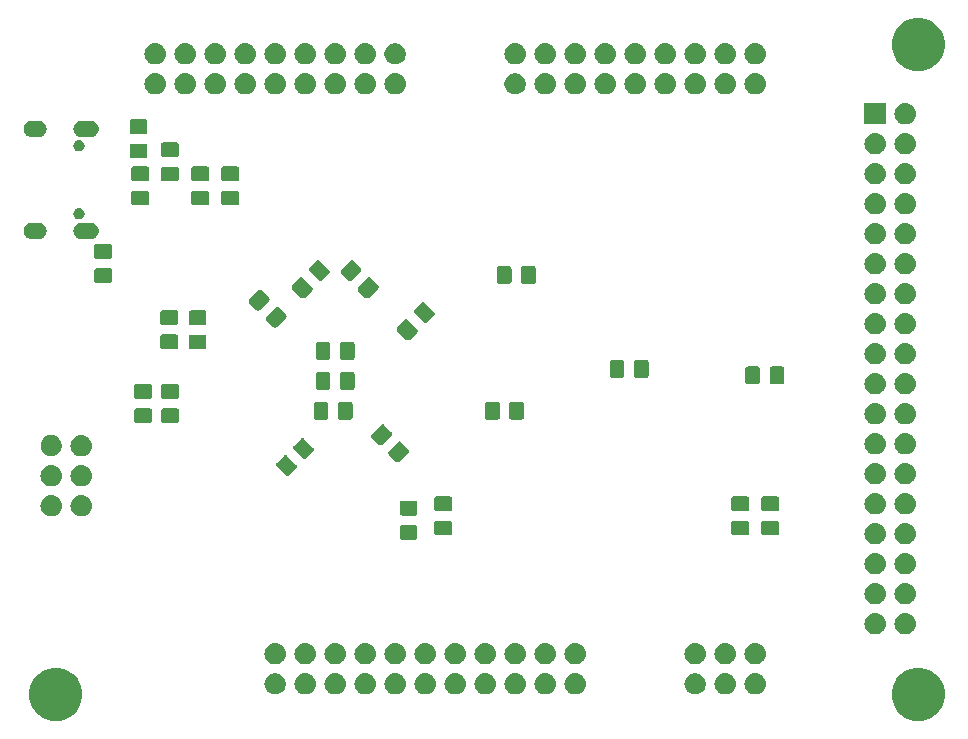
<source format=gbr>
G04 #@! TF.GenerationSoftware,KiCad,Pcbnew,(5.1.2-1)-1*
G04 #@! TF.CreationDate,2020-02-12T02:58:35-08:00*
G04 #@! TF.ProjectId,Mega,4d656761-2e6b-4696-9361-645f70636258,rev?*
G04 #@! TF.SameCoordinates,Original*
G04 #@! TF.FileFunction,Soldermask,Bot*
G04 #@! TF.FilePolarity,Negative*
%FSLAX46Y46*%
G04 Gerber Fmt 4.6, Leading zero omitted, Abs format (unit mm)*
G04 Created by KiCad (PCBNEW (5.1.2-1)-1) date 2020-02-12 02:58:35*
%MOMM*%
%LPD*%
G04 APERTURE LIST*
%ADD10C,0.100000*%
G04 APERTURE END LIST*
D10*
G36*
X90275880Y-69759776D02*
G01*
X90656593Y-69835504D01*
X91066249Y-70005189D01*
X91434929Y-70251534D01*
X91748466Y-70565071D01*
X91994811Y-70933751D01*
X92164496Y-71343407D01*
X92251000Y-71778296D01*
X92251000Y-72221704D01*
X92164496Y-72656593D01*
X91994811Y-73066249D01*
X91748466Y-73434929D01*
X91434929Y-73748466D01*
X91066249Y-73994811D01*
X90656593Y-74164496D01*
X90275880Y-74240224D01*
X90221705Y-74251000D01*
X89778295Y-74251000D01*
X89724120Y-74240224D01*
X89343407Y-74164496D01*
X88933751Y-73994811D01*
X88565071Y-73748466D01*
X88251534Y-73434929D01*
X88005189Y-73066249D01*
X87835504Y-72656593D01*
X87749000Y-72221704D01*
X87749000Y-71778296D01*
X87835504Y-71343407D01*
X88005189Y-70933751D01*
X88251534Y-70565071D01*
X88565071Y-70251534D01*
X88933751Y-70005189D01*
X89343407Y-69835504D01*
X89724120Y-69759776D01*
X89778295Y-69749000D01*
X90221705Y-69749000D01*
X90275880Y-69759776D01*
X90275880Y-69759776D01*
G37*
G36*
X17275880Y-69759776D02*
G01*
X17656593Y-69835504D01*
X18066249Y-70005189D01*
X18434929Y-70251534D01*
X18748466Y-70565071D01*
X18994811Y-70933751D01*
X19164496Y-71343407D01*
X19251000Y-71778296D01*
X19251000Y-72221704D01*
X19164496Y-72656593D01*
X18994811Y-73066249D01*
X18748466Y-73434929D01*
X18434929Y-73748466D01*
X18066249Y-73994811D01*
X17656593Y-74164496D01*
X17275880Y-74240224D01*
X17221705Y-74251000D01*
X16778295Y-74251000D01*
X16724120Y-74240224D01*
X16343407Y-74164496D01*
X15933751Y-73994811D01*
X15565071Y-73748466D01*
X15251534Y-73434929D01*
X15005189Y-73066249D01*
X14835504Y-72656593D01*
X14749000Y-72221704D01*
X14749000Y-71778296D01*
X14835504Y-71343407D01*
X15005189Y-70933751D01*
X15251534Y-70565071D01*
X15565071Y-70251534D01*
X15933751Y-70005189D01*
X16343407Y-69835504D01*
X16724120Y-69759776D01*
X16778295Y-69749000D01*
X17221705Y-69749000D01*
X17275880Y-69759776D01*
X17275880Y-69759776D01*
G37*
G36*
X38210442Y-70225518D02*
G01*
X38276627Y-70232037D01*
X38446466Y-70283557D01*
X38602991Y-70367222D01*
X38638729Y-70396552D01*
X38740186Y-70479814D01*
X38810154Y-70565072D01*
X38852778Y-70617009D01*
X38852779Y-70617011D01*
X38900004Y-70705361D01*
X38936443Y-70773534D01*
X38987963Y-70943373D01*
X39005359Y-71120000D01*
X38987963Y-71296627D01*
X38936443Y-71466466D01*
X38852778Y-71622991D01*
X38835012Y-71644639D01*
X38740186Y-71760186D01*
X38667480Y-71819853D01*
X38602991Y-71872778D01*
X38446466Y-71956443D01*
X38276627Y-72007963D01*
X38210443Y-72014481D01*
X38144260Y-72021000D01*
X38055740Y-72021000D01*
X37989557Y-72014481D01*
X37923373Y-72007963D01*
X37753534Y-71956443D01*
X37597009Y-71872778D01*
X37532520Y-71819853D01*
X37459814Y-71760186D01*
X37364988Y-71644639D01*
X37347222Y-71622991D01*
X37263557Y-71466466D01*
X37212037Y-71296627D01*
X37194641Y-71120000D01*
X37212037Y-70943373D01*
X37263557Y-70773534D01*
X37299997Y-70705361D01*
X37347221Y-70617011D01*
X37347222Y-70617009D01*
X37389846Y-70565072D01*
X37459814Y-70479814D01*
X37561271Y-70396552D01*
X37597009Y-70367222D01*
X37753534Y-70283557D01*
X37923373Y-70232037D01*
X37989558Y-70225518D01*
X38055740Y-70219000D01*
X38144260Y-70219000D01*
X38210442Y-70225518D01*
X38210442Y-70225518D01*
G37*
G36*
X35673512Y-70223927D02*
G01*
X35822812Y-70253624D01*
X35986784Y-70321544D01*
X36134354Y-70420147D01*
X36259853Y-70545646D01*
X36358456Y-70693216D01*
X36426376Y-70857188D01*
X36456073Y-71006488D01*
X36461000Y-71031258D01*
X36461000Y-71208742D01*
X36456073Y-71233512D01*
X36426376Y-71382812D01*
X36358456Y-71546784D01*
X36259853Y-71694354D01*
X36134354Y-71819853D01*
X35986784Y-71918456D01*
X35822812Y-71986376D01*
X35673512Y-72016073D01*
X35648742Y-72021000D01*
X35471258Y-72021000D01*
X35446488Y-72016073D01*
X35297188Y-71986376D01*
X35133216Y-71918456D01*
X34985646Y-71819853D01*
X34860147Y-71694354D01*
X34761544Y-71546784D01*
X34693624Y-71382812D01*
X34663927Y-71233512D01*
X34659000Y-71208742D01*
X34659000Y-71031258D01*
X34663927Y-71006488D01*
X34693624Y-70857188D01*
X34761544Y-70693216D01*
X34860147Y-70545646D01*
X34985646Y-70420147D01*
X35133216Y-70321544D01*
X35297188Y-70253624D01*
X35446488Y-70223927D01*
X35471258Y-70219000D01*
X35648742Y-70219000D01*
X35673512Y-70223927D01*
X35673512Y-70223927D01*
G37*
G36*
X40750442Y-70225518D02*
G01*
X40816627Y-70232037D01*
X40986466Y-70283557D01*
X41142991Y-70367222D01*
X41178729Y-70396552D01*
X41280186Y-70479814D01*
X41350154Y-70565072D01*
X41392778Y-70617009D01*
X41392779Y-70617011D01*
X41440004Y-70705361D01*
X41476443Y-70773534D01*
X41527963Y-70943373D01*
X41545359Y-71120000D01*
X41527963Y-71296627D01*
X41476443Y-71466466D01*
X41392778Y-71622991D01*
X41375012Y-71644639D01*
X41280186Y-71760186D01*
X41207480Y-71819853D01*
X41142991Y-71872778D01*
X40986466Y-71956443D01*
X40816627Y-72007963D01*
X40750443Y-72014481D01*
X40684260Y-72021000D01*
X40595740Y-72021000D01*
X40529557Y-72014481D01*
X40463373Y-72007963D01*
X40293534Y-71956443D01*
X40137009Y-71872778D01*
X40072520Y-71819853D01*
X39999814Y-71760186D01*
X39904988Y-71644639D01*
X39887222Y-71622991D01*
X39803557Y-71466466D01*
X39752037Y-71296627D01*
X39734641Y-71120000D01*
X39752037Y-70943373D01*
X39803557Y-70773534D01*
X39839997Y-70705361D01*
X39887221Y-70617011D01*
X39887222Y-70617009D01*
X39929846Y-70565072D01*
X39999814Y-70479814D01*
X40101271Y-70396552D01*
X40137009Y-70367222D01*
X40293534Y-70283557D01*
X40463373Y-70232037D01*
X40529558Y-70225518D01*
X40595740Y-70219000D01*
X40684260Y-70219000D01*
X40750442Y-70225518D01*
X40750442Y-70225518D01*
G37*
G36*
X43290442Y-70225518D02*
G01*
X43356627Y-70232037D01*
X43526466Y-70283557D01*
X43682991Y-70367222D01*
X43718729Y-70396552D01*
X43820186Y-70479814D01*
X43890154Y-70565072D01*
X43932778Y-70617009D01*
X43932779Y-70617011D01*
X43980004Y-70705361D01*
X44016443Y-70773534D01*
X44067963Y-70943373D01*
X44085359Y-71120000D01*
X44067963Y-71296627D01*
X44016443Y-71466466D01*
X43932778Y-71622991D01*
X43915012Y-71644639D01*
X43820186Y-71760186D01*
X43747480Y-71819853D01*
X43682991Y-71872778D01*
X43526466Y-71956443D01*
X43356627Y-72007963D01*
X43290443Y-72014481D01*
X43224260Y-72021000D01*
X43135740Y-72021000D01*
X43069557Y-72014481D01*
X43003373Y-72007963D01*
X42833534Y-71956443D01*
X42677009Y-71872778D01*
X42612520Y-71819853D01*
X42539814Y-71760186D01*
X42444988Y-71644639D01*
X42427222Y-71622991D01*
X42343557Y-71466466D01*
X42292037Y-71296627D01*
X42274641Y-71120000D01*
X42292037Y-70943373D01*
X42343557Y-70773534D01*
X42379997Y-70705361D01*
X42427221Y-70617011D01*
X42427222Y-70617009D01*
X42469846Y-70565072D01*
X42539814Y-70479814D01*
X42641271Y-70396552D01*
X42677009Y-70367222D01*
X42833534Y-70283557D01*
X43003373Y-70232037D01*
X43069558Y-70225518D01*
X43135740Y-70219000D01*
X43224260Y-70219000D01*
X43290442Y-70225518D01*
X43290442Y-70225518D01*
G37*
G36*
X45830442Y-70225518D02*
G01*
X45896627Y-70232037D01*
X46066466Y-70283557D01*
X46222991Y-70367222D01*
X46258729Y-70396552D01*
X46360186Y-70479814D01*
X46430154Y-70565072D01*
X46472778Y-70617009D01*
X46472779Y-70617011D01*
X46520004Y-70705361D01*
X46556443Y-70773534D01*
X46607963Y-70943373D01*
X46625359Y-71120000D01*
X46607963Y-71296627D01*
X46556443Y-71466466D01*
X46472778Y-71622991D01*
X46455012Y-71644639D01*
X46360186Y-71760186D01*
X46287480Y-71819853D01*
X46222991Y-71872778D01*
X46066466Y-71956443D01*
X45896627Y-72007963D01*
X45830443Y-72014481D01*
X45764260Y-72021000D01*
X45675740Y-72021000D01*
X45609557Y-72014481D01*
X45543373Y-72007963D01*
X45373534Y-71956443D01*
X45217009Y-71872778D01*
X45152520Y-71819853D01*
X45079814Y-71760186D01*
X44984988Y-71644639D01*
X44967222Y-71622991D01*
X44883557Y-71466466D01*
X44832037Y-71296627D01*
X44814641Y-71120000D01*
X44832037Y-70943373D01*
X44883557Y-70773534D01*
X44919997Y-70705361D01*
X44967221Y-70617011D01*
X44967222Y-70617009D01*
X45009846Y-70565072D01*
X45079814Y-70479814D01*
X45181271Y-70396552D01*
X45217009Y-70367222D01*
X45373534Y-70283557D01*
X45543373Y-70232037D01*
X45609558Y-70225518D01*
X45675740Y-70219000D01*
X45764260Y-70219000D01*
X45830442Y-70225518D01*
X45830442Y-70225518D01*
G37*
G36*
X48370442Y-70225518D02*
G01*
X48436627Y-70232037D01*
X48606466Y-70283557D01*
X48762991Y-70367222D01*
X48798729Y-70396552D01*
X48900186Y-70479814D01*
X48970154Y-70565072D01*
X49012778Y-70617009D01*
X49012779Y-70617011D01*
X49060004Y-70705361D01*
X49096443Y-70773534D01*
X49147963Y-70943373D01*
X49165359Y-71120000D01*
X49147963Y-71296627D01*
X49096443Y-71466466D01*
X49012778Y-71622991D01*
X48995012Y-71644639D01*
X48900186Y-71760186D01*
X48827480Y-71819853D01*
X48762991Y-71872778D01*
X48606466Y-71956443D01*
X48436627Y-72007963D01*
X48370443Y-72014481D01*
X48304260Y-72021000D01*
X48215740Y-72021000D01*
X48149557Y-72014481D01*
X48083373Y-72007963D01*
X47913534Y-71956443D01*
X47757009Y-71872778D01*
X47692520Y-71819853D01*
X47619814Y-71760186D01*
X47524988Y-71644639D01*
X47507222Y-71622991D01*
X47423557Y-71466466D01*
X47372037Y-71296627D01*
X47354641Y-71120000D01*
X47372037Y-70943373D01*
X47423557Y-70773534D01*
X47459997Y-70705361D01*
X47507221Y-70617011D01*
X47507222Y-70617009D01*
X47549846Y-70565072D01*
X47619814Y-70479814D01*
X47721271Y-70396552D01*
X47757009Y-70367222D01*
X47913534Y-70283557D01*
X48083373Y-70232037D01*
X48149558Y-70225518D01*
X48215740Y-70219000D01*
X48304260Y-70219000D01*
X48370442Y-70225518D01*
X48370442Y-70225518D01*
G37*
G36*
X50910442Y-70225518D02*
G01*
X50976627Y-70232037D01*
X51146466Y-70283557D01*
X51302991Y-70367222D01*
X51338729Y-70396552D01*
X51440186Y-70479814D01*
X51510154Y-70565072D01*
X51552778Y-70617009D01*
X51552779Y-70617011D01*
X51600004Y-70705361D01*
X51636443Y-70773534D01*
X51687963Y-70943373D01*
X51705359Y-71120000D01*
X51687963Y-71296627D01*
X51636443Y-71466466D01*
X51552778Y-71622991D01*
X51535012Y-71644639D01*
X51440186Y-71760186D01*
X51367480Y-71819853D01*
X51302991Y-71872778D01*
X51146466Y-71956443D01*
X50976627Y-72007963D01*
X50910443Y-72014481D01*
X50844260Y-72021000D01*
X50755740Y-72021000D01*
X50689557Y-72014481D01*
X50623373Y-72007963D01*
X50453534Y-71956443D01*
X50297009Y-71872778D01*
X50232520Y-71819853D01*
X50159814Y-71760186D01*
X50064988Y-71644639D01*
X50047222Y-71622991D01*
X49963557Y-71466466D01*
X49912037Y-71296627D01*
X49894641Y-71120000D01*
X49912037Y-70943373D01*
X49963557Y-70773534D01*
X49999997Y-70705361D01*
X50047221Y-70617011D01*
X50047222Y-70617009D01*
X50089846Y-70565072D01*
X50159814Y-70479814D01*
X50261271Y-70396552D01*
X50297009Y-70367222D01*
X50453534Y-70283557D01*
X50623373Y-70232037D01*
X50689558Y-70225518D01*
X50755740Y-70219000D01*
X50844260Y-70219000D01*
X50910442Y-70225518D01*
X50910442Y-70225518D01*
G37*
G36*
X73770442Y-70225518D02*
G01*
X73836627Y-70232037D01*
X74006466Y-70283557D01*
X74162991Y-70367222D01*
X74198729Y-70396552D01*
X74300186Y-70479814D01*
X74370154Y-70565072D01*
X74412778Y-70617009D01*
X74412779Y-70617011D01*
X74460004Y-70705361D01*
X74496443Y-70773534D01*
X74547963Y-70943373D01*
X74565359Y-71120000D01*
X74547963Y-71296627D01*
X74496443Y-71466466D01*
X74412778Y-71622991D01*
X74395012Y-71644639D01*
X74300186Y-71760186D01*
X74227480Y-71819853D01*
X74162991Y-71872778D01*
X74006466Y-71956443D01*
X73836627Y-72007963D01*
X73770443Y-72014481D01*
X73704260Y-72021000D01*
X73615740Y-72021000D01*
X73549557Y-72014481D01*
X73483373Y-72007963D01*
X73313534Y-71956443D01*
X73157009Y-71872778D01*
X73092520Y-71819853D01*
X73019814Y-71760186D01*
X72924988Y-71644639D01*
X72907222Y-71622991D01*
X72823557Y-71466466D01*
X72772037Y-71296627D01*
X72754641Y-71120000D01*
X72772037Y-70943373D01*
X72823557Y-70773534D01*
X72859997Y-70705361D01*
X72907221Y-70617011D01*
X72907222Y-70617009D01*
X72949846Y-70565072D01*
X73019814Y-70479814D01*
X73121271Y-70396552D01*
X73157009Y-70367222D01*
X73313534Y-70283557D01*
X73483373Y-70232037D01*
X73549558Y-70225518D01*
X73615740Y-70219000D01*
X73704260Y-70219000D01*
X73770442Y-70225518D01*
X73770442Y-70225518D01*
G37*
G36*
X53450442Y-70225518D02*
G01*
X53516627Y-70232037D01*
X53686466Y-70283557D01*
X53842991Y-70367222D01*
X53878729Y-70396552D01*
X53980186Y-70479814D01*
X54050154Y-70565072D01*
X54092778Y-70617009D01*
X54092779Y-70617011D01*
X54140004Y-70705361D01*
X54176443Y-70773534D01*
X54227963Y-70943373D01*
X54245359Y-71120000D01*
X54227963Y-71296627D01*
X54176443Y-71466466D01*
X54092778Y-71622991D01*
X54075012Y-71644639D01*
X53980186Y-71760186D01*
X53907480Y-71819853D01*
X53842991Y-71872778D01*
X53686466Y-71956443D01*
X53516627Y-72007963D01*
X53450443Y-72014481D01*
X53384260Y-72021000D01*
X53295740Y-72021000D01*
X53229557Y-72014481D01*
X53163373Y-72007963D01*
X52993534Y-71956443D01*
X52837009Y-71872778D01*
X52772520Y-71819853D01*
X52699814Y-71760186D01*
X52604988Y-71644639D01*
X52587222Y-71622991D01*
X52503557Y-71466466D01*
X52452037Y-71296627D01*
X52434641Y-71120000D01*
X52452037Y-70943373D01*
X52503557Y-70773534D01*
X52539997Y-70705361D01*
X52587221Y-70617011D01*
X52587222Y-70617009D01*
X52629846Y-70565072D01*
X52699814Y-70479814D01*
X52801271Y-70396552D01*
X52837009Y-70367222D01*
X52993534Y-70283557D01*
X53163373Y-70232037D01*
X53229558Y-70225518D01*
X53295740Y-70219000D01*
X53384260Y-70219000D01*
X53450442Y-70225518D01*
X53450442Y-70225518D01*
G37*
G36*
X71233512Y-70223927D02*
G01*
X71382812Y-70253624D01*
X71546784Y-70321544D01*
X71694354Y-70420147D01*
X71819853Y-70545646D01*
X71918456Y-70693216D01*
X71986376Y-70857188D01*
X72016073Y-71006488D01*
X72021000Y-71031258D01*
X72021000Y-71208742D01*
X72016073Y-71233512D01*
X71986376Y-71382812D01*
X71918456Y-71546784D01*
X71819853Y-71694354D01*
X71694354Y-71819853D01*
X71546784Y-71918456D01*
X71382812Y-71986376D01*
X71233512Y-72016073D01*
X71208742Y-72021000D01*
X71031258Y-72021000D01*
X71006488Y-72016073D01*
X70857188Y-71986376D01*
X70693216Y-71918456D01*
X70545646Y-71819853D01*
X70420147Y-71694354D01*
X70321544Y-71546784D01*
X70253624Y-71382812D01*
X70223927Y-71233512D01*
X70219000Y-71208742D01*
X70219000Y-71031258D01*
X70223927Y-71006488D01*
X70253624Y-70857188D01*
X70321544Y-70693216D01*
X70420147Y-70545646D01*
X70545646Y-70420147D01*
X70693216Y-70321544D01*
X70857188Y-70253624D01*
X71006488Y-70223927D01*
X71031258Y-70219000D01*
X71208742Y-70219000D01*
X71233512Y-70223927D01*
X71233512Y-70223927D01*
G37*
G36*
X55990442Y-70225518D02*
G01*
X56056627Y-70232037D01*
X56226466Y-70283557D01*
X56382991Y-70367222D01*
X56418729Y-70396552D01*
X56520186Y-70479814D01*
X56590154Y-70565072D01*
X56632778Y-70617009D01*
X56632779Y-70617011D01*
X56680004Y-70705361D01*
X56716443Y-70773534D01*
X56767963Y-70943373D01*
X56785359Y-71120000D01*
X56767963Y-71296627D01*
X56716443Y-71466466D01*
X56632778Y-71622991D01*
X56615012Y-71644639D01*
X56520186Y-71760186D01*
X56447480Y-71819853D01*
X56382991Y-71872778D01*
X56226466Y-71956443D01*
X56056627Y-72007963D01*
X55990443Y-72014481D01*
X55924260Y-72021000D01*
X55835740Y-72021000D01*
X55769557Y-72014481D01*
X55703373Y-72007963D01*
X55533534Y-71956443D01*
X55377009Y-71872778D01*
X55312520Y-71819853D01*
X55239814Y-71760186D01*
X55144988Y-71644639D01*
X55127222Y-71622991D01*
X55043557Y-71466466D01*
X54992037Y-71296627D01*
X54974641Y-71120000D01*
X54992037Y-70943373D01*
X55043557Y-70773534D01*
X55079997Y-70705361D01*
X55127221Y-70617011D01*
X55127222Y-70617009D01*
X55169846Y-70565072D01*
X55239814Y-70479814D01*
X55341271Y-70396552D01*
X55377009Y-70367222D01*
X55533534Y-70283557D01*
X55703373Y-70232037D01*
X55769558Y-70225518D01*
X55835740Y-70219000D01*
X55924260Y-70219000D01*
X55990442Y-70225518D01*
X55990442Y-70225518D01*
G37*
G36*
X58530442Y-70225518D02*
G01*
X58596627Y-70232037D01*
X58766466Y-70283557D01*
X58922991Y-70367222D01*
X58958729Y-70396552D01*
X59060186Y-70479814D01*
X59130154Y-70565072D01*
X59172778Y-70617009D01*
X59172779Y-70617011D01*
X59220004Y-70705361D01*
X59256443Y-70773534D01*
X59307963Y-70943373D01*
X59325359Y-71120000D01*
X59307963Y-71296627D01*
X59256443Y-71466466D01*
X59172778Y-71622991D01*
X59155012Y-71644639D01*
X59060186Y-71760186D01*
X58987480Y-71819853D01*
X58922991Y-71872778D01*
X58766466Y-71956443D01*
X58596627Y-72007963D01*
X58530443Y-72014481D01*
X58464260Y-72021000D01*
X58375740Y-72021000D01*
X58309557Y-72014481D01*
X58243373Y-72007963D01*
X58073534Y-71956443D01*
X57917009Y-71872778D01*
X57852520Y-71819853D01*
X57779814Y-71760186D01*
X57684988Y-71644639D01*
X57667222Y-71622991D01*
X57583557Y-71466466D01*
X57532037Y-71296627D01*
X57514641Y-71120000D01*
X57532037Y-70943373D01*
X57583557Y-70773534D01*
X57619997Y-70705361D01*
X57667221Y-70617011D01*
X57667222Y-70617009D01*
X57709846Y-70565072D01*
X57779814Y-70479814D01*
X57881271Y-70396552D01*
X57917009Y-70367222D01*
X58073534Y-70283557D01*
X58243373Y-70232037D01*
X58309558Y-70225518D01*
X58375740Y-70219000D01*
X58464260Y-70219000D01*
X58530442Y-70225518D01*
X58530442Y-70225518D01*
G37*
G36*
X61070442Y-70225518D02*
G01*
X61136627Y-70232037D01*
X61306466Y-70283557D01*
X61462991Y-70367222D01*
X61498729Y-70396552D01*
X61600186Y-70479814D01*
X61670154Y-70565072D01*
X61712778Y-70617009D01*
X61712779Y-70617011D01*
X61760004Y-70705361D01*
X61796443Y-70773534D01*
X61847963Y-70943373D01*
X61865359Y-71120000D01*
X61847963Y-71296627D01*
X61796443Y-71466466D01*
X61712778Y-71622991D01*
X61695012Y-71644639D01*
X61600186Y-71760186D01*
X61527480Y-71819853D01*
X61462991Y-71872778D01*
X61306466Y-71956443D01*
X61136627Y-72007963D01*
X61070443Y-72014481D01*
X61004260Y-72021000D01*
X60915740Y-72021000D01*
X60849557Y-72014481D01*
X60783373Y-72007963D01*
X60613534Y-71956443D01*
X60457009Y-71872778D01*
X60392520Y-71819853D01*
X60319814Y-71760186D01*
X60224988Y-71644639D01*
X60207222Y-71622991D01*
X60123557Y-71466466D01*
X60072037Y-71296627D01*
X60054641Y-71120000D01*
X60072037Y-70943373D01*
X60123557Y-70773534D01*
X60159997Y-70705361D01*
X60207221Y-70617011D01*
X60207222Y-70617009D01*
X60249846Y-70565072D01*
X60319814Y-70479814D01*
X60421271Y-70396552D01*
X60457009Y-70367222D01*
X60613534Y-70283557D01*
X60783373Y-70232037D01*
X60849558Y-70225518D01*
X60915740Y-70219000D01*
X61004260Y-70219000D01*
X61070442Y-70225518D01*
X61070442Y-70225518D01*
G37*
G36*
X76310442Y-70225518D02*
G01*
X76376627Y-70232037D01*
X76546466Y-70283557D01*
X76702991Y-70367222D01*
X76738729Y-70396552D01*
X76840186Y-70479814D01*
X76910154Y-70565072D01*
X76952778Y-70617009D01*
X76952779Y-70617011D01*
X77000004Y-70705361D01*
X77036443Y-70773534D01*
X77087963Y-70943373D01*
X77105359Y-71120000D01*
X77087963Y-71296627D01*
X77036443Y-71466466D01*
X76952778Y-71622991D01*
X76935012Y-71644639D01*
X76840186Y-71760186D01*
X76767480Y-71819853D01*
X76702991Y-71872778D01*
X76546466Y-71956443D01*
X76376627Y-72007963D01*
X76310443Y-72014481D01*
X76244260Y-72021000D01*
X76155740Y-72021000D01*
X76089557Y-72014481D01*
X76023373Y-72007963D01*
X75853534Y-71956443D01*
X75697009Y-71872778D01*
X75632520Y-71819853D01*
X75559814Y-71760186D01*
X75464988Y-71644639D01*
X75447222Y-71622991D01*
X75363557Y-71466466D01*
X75312037Y-71296627D01*
X75294641Y-71120000D01*
X75312037Y-70943373D01*
X75363557Y-70773534D01*
X75399997Y-70705361D01*
X75447221Y-70617011D01*
X75447222Y-70617009D01*
X75489846Y-70565072D01*
X75559814Y-70479814D01*
X75661271Y-70396552D01*
X75697009Y-70367222D01*
X75853534Y-70283557D01*
X76023373Y-70232037D01*
X76089558Y-70225518D01*
X76155740Y-70219000D01*
X76244260Y-70219000D01*
X76310442Y-70225518D01*
X76310442Y-70225518D01*
G37*
G36*
X71230443Y-67685519D02*
G01*
X71296627Y-67692037D01*
X71466466Y-67743557D01*
X71622991Y-67827222D01*
X71658729Y-67856552D01*
X71760186Y-67939814D01*
X71843448Y-68041271D01*
X71872778Y-68077009D01*
X71956443Y-68233534D01*
X72007963Y-68403373D01*
X72025359Y-68580000D01*
X72007963Y-68756627D01*
X71956443Y-68926466D01*
X71872778Y-69082991D01*
X71843448Y-69118729D01*
X71760186Y-69220186D01*
X71658729Y-69303448D01*
X71622991Y-69332778D01*
X71466466Y-69416443D01*
X71296627Y-69467963D01*
X71230442Y-69474482D01*
X71164260Y-69481000D01*
X71075740Y-69481000D01*
X71009558Y-69474482D01*
X70943373Y-69467963D01*
X70773534Y-69416443D01*
X70617009Y-69332778D01*
X70581271Y-69303448D01*
X70479814Y-69220186D01*
X70396552Y-69118729D01*
X70367222Y-69082991D01*
X70283557Y-68926466D01*
X70232037Y-68756627D01*
X70214641Y-68580000D01*
X70232037Y-68403373D01*
X70283557Y-68233534D01*
X70367222Y-68077009D01*
X70396552Y-68041271D01*
X70479814Y-67939814D01*
X70581271Y-67856552D01*
X70617009Y-67827222D01*
X70773534Y-67743557D01*
X70943373Y-67692037D01*
X71009557Y-67685519D01*
X71075740Y-67679000D01*
X71164260Y-67679000D01*
X71230443Y-67685519D01*
X71230443Y-67685519D01*
G37*
G36*
X61070443Y-67685519D02*
G01*
X61136627Y-67692037D01*
X61306466Y-67743557D01*
X61462991Y-67827222D01*
X61498729Y-67856552D01*
X61600186Y-67939814D01*
X61683448Y-68041271D01*
X61712778Y-68077009D01*
X61796443Y-68233534D01*
X61847963Y-68403373D01*
X61865359Y-68580000D01*
X61847963Y-68756627D01*
X61796443Y-68926466D01*
X61712778Y-69082991D01*
X61683448Y-69118729D01*
X61600186Y-69220186D01*
X61498729Y-69303448D01*
X61462991Y-69332778D01*
X61306466Y-69416443D01*
X61136627Y-69467963D01*
X61070442Y-69474482D01*
X61004260Y-69481000D01*
X60915740Y-69481000D01*
X60849558Y-69474482D01*
X60783373Y-69467963D01*
X60613534Y-69416443D01*
X60457009Y-69332778D01*
X60421271Y-69303448D01*
X60319814Y-69220186D01*
X60236552Y-69118729D01*
X60207222Y-69082991D01*
X60123557Y-68926466D01*
X60072037Y-68756627D01*
X60054641Y-68580000D01*
X60072037Y-68403373D01*
X60123557Y-68233534D01*
X60207222Y-68077009D01*
X60236552Y-68041271D01*
X60319814Y-67939814D01*
X60421271Y-67856552D01*
X60457009Y-67827222D01*
X60613534Y-67743557D01*
X60783373Y-67692037D01*
X60849557Y-67685519D01*
X60915740Y-67679000D01*
X61004260Y-67679000D01*
X61070443Y-67685519D01*
X61070443Y-67685519D01*
G37*
G36*
X58530443Y-67685519D02*
G01*
X58596627Y-67692037D01*
X58766466Y-67743557D01*
X58922991Y-67827222D01*
X58958729Y-67856552D01*
X59060186Y-67939814D01*
X59143448Y-68041271D01*
X59172778Y-68077009D01*
X59256443Y-68233534D01*
X59307963Y-68403373D01*
X59325359Y-68580000D01*
X59307963Y-68756627D01*
X59256443Y-68926466D01*
X59172778Y-69082991D01*
X59143448Y-69118729D01*
X59060186Y-69220186D01*
X58958729Y-69303448D01*
X58922991Y-69332778D01*
X58766466Y-69416443D01*
X58596627Y-69467963D01*
X58530442Y-69474482D01*
X58464260Y-69481000D01*
X58375740Y-69481000D01*
X58309558Y-69474482D01*
X58243373Y-69467963D01*
X58073534Y-69416443D01*
X57917009Y-69332778D01*
X57881271Y-69303448D01*
X57779814Y-69220186D01*
X57696552Y-69118729D01*
X57667222Y-69082991D01*
X57583557Y-68926466D01*
X57532037Y-68756627D01*
X57514641Y-68580000D01*
X57532037Y-68403373D01*
X57583557Y-68233534D01*
X57667222Y-68077009D01*
X57696552Y-68041271D01*
X57779814Y-67939814D01*
X57881271Y-67856552D01*
X57917009Y-67827222D01*
X58073534Y-67743557D01*
X58243373Y-67692037D01*
X58309557Y-67685519D01*
X58375740Y-67679000D01*
X58464260Y-67679000D01*
X58530443Y-67685519D01*
X58530443Y-67685519D01*
G37*
G36*
X55990443Y-67685519D02*
G01*
X56056627Y-67692037D01*
X56226466Y-67743557D01*
X56382991Y-67827222D01*
X56418729Y-67856552D01*
X56520186Y-67939814D01*
X56603448Y-68041271D01*
X56632778Y-68077009D01*
X56716443Y-68233534D01*
X56767963Y-68403373D01*
X56785359Y-68580000D01*
X56767963Y-68756627D01*
X56716443Y-68926466D01*
X56632778Y-69082991D01*
X56603448Y-69118729D01*
X56520186Y-69220186D01*
X56418729Y-69303448D01*
X56382991Y-69332778D01*
X56226466Y-69416443D01*
X56056627Y-69467963D01*
X55990442Y-69474482D01*
X55924260Y-69481000D01*
X55835740Y-69481000D01*
X55769558Y-69474482D01*
X55703373Y-69467963D01*
X55533534Y-69416443D01*
X55377009Y-69332778D01*
X55341271Y-69303448D01*
X55239814Y-69220186D01*
X55156552Y-69118729D01*
X55127222Y-69082991D01*
X55043557Y-68926466D01*
X54992037Y-68756627D01*
X54974641Y-68580000D01*
X54992037Y-68403373D01*
X55043557Y-68233534D01*
X55127222Y-68077009D01*
X55156552Y-68041271D01*
X55239814Y-67939814D01*
X55341271Y-67856552D01*
X55377009Y-67827222D01*
X55533534Y-67743557D01*
X55703373Y-67692037D01*
X55769557Y-67685519D01*
X55835740Y-67679000D01*
X55924260Y-67679000D01*
X55990443Y-67685519D01*
X55990443Y-67685519D01*
G37*
G36*
X73770443Y-67685519D02*
G01*
X73836627Y-67692037D01*
X74006466Y-67743557D01*
X74162991Y-67827222D01*
X74198729Y-67856552D01*
X74300186Y-67939814D01*
X74383448Y-68041271D01*
X74412778Y-68077009D01*
X74496443Y-68233534D01*
X74547963Y-68403373D01*
X74565359Y-68580000D01*
X74547963Y-68756627D01*
X74496443Y-68926466D01*
X74412778Y-69082991D01*
X74383448Y-69118729D01*
X74300186Y-69220186D01*
X74198729Y-69303448D01*
X74162991Y-69332778D01*
X74006466Y-69416443D01*
X73836627Y-69467963D01*
X73770442Y-69474482D01*
X73704260Y-69481000D01*
X73615740Y-69481000D01*
X73549558Y-69474482D01*
X73483373Y-69467963D01*
X73313534Y-69416443D01*
X73157009Y-69332778D01*
X73121271Y-69303448D01*
X73019814Y-69220186D01*
X72936552Y-69118729D01*
X72907222Y-69082991D01*
X72823557Y-68926466D01*
X72772037Y-68756627D01*
X72754641Y-68580000D01*
X72772037Y-68403373D01*
X72823557Y-68233534D01*
X72907222Y-68077009D01*
X72936552Y-68041271D01*
X73019814Y-67939814D01*
X73121271Y-67856552D01*
X73157009Y-67827222D01*
X73313534Y-67743557D01*
X73483373Y-67692037D01*
X73549557Y-67685519D01*
X73615740Y-67679000D01*
X73704260Y-67679000D01*
X73770443Y-67685519D01*
X73770443Y-67685519D01*
G37*
G36*
X76310443Y-67685519D02*
G01*
X76376627Y-67692037D01*
X76546466Y-67743557D01*
X76702991Y-67827222D01*
X76738729Y-67856552D01*
X76840186Y-67939814D01*
X76923448Y-68041271D01*
X76952778Y-68077009D01*
X77036443Y-68233534D01*
X77087963Y-68403373D01*
X77105359Y-68580000D01*
X77087963Y-68756627D01*
X77036443Y-68926466D01*
X76952778Y-69082991D01*
X76923448Y-69118729D01*
X76840186Y-69220186D01*
X76738729Y-69303448D01*
X76702991Y-69332778D01*
X76546466Y-69416443D01*
X76376627Y-69467963D01*
X76310442Y-69474482D01*
X76244260Y-69481000D01*
X76155740Y-69481000D01*
X76089558Y-69474482D01*
X76023373Y-69467963D01*
X75853534Y-69416443D01*
X75697009Y-69332778D01*
X75661271Y-69303448D01*
X75559814Y-69220186D01*
X75476552Y-69118729D01*
X75447222Y-69082991D01*
X75363557Y-68926466D01*
X75312037Y-68756627D01*
X75294641Y-68580000D01*
X75312037Y-68403373D01*
X75363557Y-68233534D01*
X75447222Y-68077009D01*
X75476552Y-68041271D01*
X75559814Y-67939814D01*
X75661271Y-67856552D01*
X75697009Y-67827222D01*
X75853534Y-67743557D01*
X76023373Y-67692037D01*
X76089557Y-67685519D01*
X76155740Y-67679000D01*
X76244260Y-67679000D01*
X76310443Y-67685519D01*
X76310443Y-67685519D01*
G37*
G36*
X53450443Y-67685519D02*
G01*
X53516627Y-67692037D01*
X53686466Y-67743557D01*
X53842991Y-67827222D01*
X53878729Y-67856552D01*
X53980186Y-67939814D01*
X54063448Y-68041271D01*
X54092778Y-68077009D01*
X54176443Y-68233534D01*
X54227963Y-68403373D01*
X54245359Y-68580000D01*
X54227963Y-68756627D01*
X54176443Y-68926466D01*
X54092778Y-69082991D01*
X54063448Y-69118729D01*
X53980186Y-69220186D01*
X53878729Y-69303448D01*
X53842991Y-69332778D01*
X53686466Y-69416443D01*
X53516627Y-69467963D01*
X53450442Y-69474482D01*
X53384260Y-69481000D01*
X53295740Y-69481000D01*
X53229558Y-69474482D01*
X53163373Y-69467963D01*
X52993534Y-69416443D01*
X52837009Y-69332778D01*
X52801271Y-69303448D01*
X52699814Y-69220186D01*
X52616552Y-69118729D01*
X52587222Y-69082991D01*
X52503557Y-68926466D01*
X52452037Y-68756627D01*
X52434641Y-68580000D01*
X52452037Y-68403373D01*
X52503557Y-68233534D01*
X52587222Y-68077009D01*
X52616552Y-68041271D01*
X52699814Y-67939814D01*
X52801271Y-67856552D01*
X52837009Y-67827222D01*
X52993534Y-67743557D01*
X53163373Y-67692037D01*
X53229557Y-67685519D01*
X53295740Y-67679000D01*
X53384260Y-67679000D01*
X53450443Y-67685519D01*
X53450443Y-67685519D01*
G37*
G36*
X50910443Y-67685519D02*
G01*
X50976627Y-67692037D01*
X51146466Y-67743557D01*
X51302991Y-67827222D01*
X51338729Y-67856552D01*
X51440186Y-67939814D01*
X51523448Y-68041271D01*
X51552778Y-68077009D01*
X51636443Y-68233534D01*
X51687963Y-68403373D01*
X51705359Y-68580000D01*
X51687963Y-68756627D01*
X51636443Y-68926466D01*
X51552778Y-69082991D01*
X51523448Y-69118729D01*
X51440186Y-69220186D01*
X51338729Y-69303448D01*
X51302991Y-69332778D01*
X51146466Y-69416443D01*
X50976627Y-69467963D01*
X50910442Y-69474482D01*
X50844260Y-69481000D01*
X50755740Y-69481000D01*
X50689558Y-69474482D01*
X50623373Y-69467963D01*
X50453534Y-69416443D01*
X50297009Y-69332778D01*
X50261271Y-69303448D01*
X50159814Y-69220186D01*
X50076552Y-69118729D01*
X50047222Y-69082991D01*
X49963557Y-68926466D01*
X49912037Y-68756627D01*
X49894641Y-68580000D01*
X49912037Y-68403373D01*
X49963557Y-68233534D01*
X50047222Y-68077009D01*
X50076552Y-68041271D01*
X50159814Y-67939814D01*
X50261271Y-67856552D01*
X50297009Y-67827222D01*
X50453534Y-67743557D01*
X50623373Y-67692037D01*
X50689557Y-67685519D01*
X50755740Y-67679000D01*
X50844260Y-67679000D01*
X50910443Y-67685519D01*
X50910443Y-67685519D01*
G37*
G36*
X48370443Y-67685519D02*
G01*
X48436627Y-67692037D01*
X48606466Y-67743557D01*
X48762991Y-67827222D01*
X48798729Y-67856552D01*
X48900186Y-67939814D01*
X48983448Y-68041271D01*
X49012778Y-68077009D01*
X49096443Y-68233534D01*
X49147963Y-68403373D01*
X49165359Y-68580000D01*
X49147963Y-68756627D01*
X49096443Y-68926466D01*
X49012778Y-69082991D01*
X48983448Y-69118729D01*
X48900186Y-69220186D01*
X48798729Y-69303448D01*
X48762991Y-69332778D01*
X48606466Y-69416443D01*
X48436627Y-69467963D01*
X48370442Y-69474482D01*
X48304260Y-69481000D01*
X48215740Y-69481000D01*
X48149558Y-69474482D01*
X48083373Y-69467963D01*
X47913534Y-69416443D01*
X47757009Y-69332778D01*
X47721271Y-69303448D01*
X47619814Y-69220186D01*
X47536552Y-69118729D01*
X47507222Y-69082991D01*
X47423557Y-68926466D01*
X47372037Y-68756627D01*
X47354641Y-68580000D01*
X47372037Y-68403373D01*
X47423557Y-68233534D01*
X47507222Y-68077009D01*
X47536552Y-68041271D01*
X47619814Y-67939814D01*
X47721271Y-67856552D01*
X47757009Y-67827222D01*
X47913534Y-67743557D01*
X48083373Y-67692037D01*
X48149557Y-67685519D01*
X48215740Y-67679000D01*
X48304260Y-67679000D01*
X48370443Y-67685519D01*
X48370443Y-67685519D01*
G37*
G36*
X45830443Y-67685519D02*
G01*
X45896627Y-67692037D01*
X46066466Y-67743557D01*
X46222991Y-67827222D01*
X46258729Y-67856552D01*
X46360186Y-67939814D01*
X46443448Y-68041271D01*
X46472778Y-68077009D01*
X46556443Y-68233534D01*
X46607963Y-68403373D01*
X46625359Y-68580000D01*
X46607963Y-68756627D01*
X46556443Y-68926466D01*
X46472778Y-69082991D01*
X46443448Y-69118729D01*
X46360186Y-69220186D01*
X46258729Y-69303448D01*
X46222991Y-69332778D01*
X46066466Y-69416443D01*
X45896627Y-69467963D01*
X45830442Y-69474482D01*
X45764260Y-69481000D01*
X45675740Y-69481000D01*
X45609558Y-69474482D01*
X45543373Y-69467963D01*
X45373534Y-69416443D01*
X45217009Y-69332778D01*
X45181271Y-69303448D01*
X45079814Y-69220186D01*
X44996552Y-69118729D01*
X44967222Y-69082991D01*
X44883557Y-68926466D01*
X44832037Y-68756627D01*
X44814641Y-68580000D01*
X44832037Y-68403373D01*
X44883557Y-68233534D01*
X44967222Y-68077009D01*
X44996552Y-68041271D01*
X45079814Y-67939814D01*
X45181271Y-67856552D01*
X45217009Y-67827222D01*
X45373534Y-67743557D01*
X45543373Y-67692037D01*
X45609557Y-67685519D01*
X45675740Y-67679000D01*
X45764260Y-67679000D01*
X45830443Y-67685519D01*
X45830443Y-67685519D01*
G37*
G36*
X43290443Y-67685519D02*
G01*
X43356627Y-67692037D01*
X43526466Y-67743557D01*
X43682991Y-67827222D01*
X43718729Y-67856552D01*
X43820186Y-67939814D01*
X43903448Y-68041271D01*
X43932778Y-68077009D01*
X44016443Y-68233534D01*
X44067963Y-68403373D01*
X44085359Y-68580000D01*
X44067963Y-68756627D01*
X44016443Y-68926466D01*
X43932778Y-69082991D01*
X43903448Y-69118729D01*
X43820186Y-69220186D01*
X43718729Y-69303448D01*
X43682991Y-69332778D01*
X43526466Y-69416443D01*
X43356627Y-69467963D01*
X43290442Y-69474482D01*
X43224260Y-69481000D01*
X43135740Y-69481000D01*
X43069558Y-69474482D01*
X43003373Y-69467963D01*
X42833534Y-69416443D01*
X42677009Y-69332778D01*
X42641271Y-69303448D01*
X42539814Y-69220186D01*
X42456552Y-69118729D01*
X42427222Y-69082991D01*
X42343557Y-68926466D01*
X42292037Y-68756627D01*
X42274641Y-68580000D01*
X42292037Y-68403373D01*
X42343557Y-68233534D01*
X42427222Y-68077009D01*
X42456552Y-68041271D01*
X42539814Y-67939814D01*
X42641271Y-67856552D01*
X42677009Y-67827222D01*
X42833534Y-67743557D01*
X43003373Y-67692037D01*
X43069557Y-67685519D01*
X43135740Y-67679000D01*
X43224260Y-67679000D01*
X43290443Y-67685519D01*
X43290443Y-67685519D01*
G37*
G36*
X40750443Y-67685519D02*
G01*
X40816627Y-67692037D01*
X40986466Y-67743557D01*
X41142991Y-67827222D01*
X41178729Y-67856552D01*
X41280186Y-67939814D01*
X41363448Y-68041271D01*
X41392778Y-68077009D01*
X41476443Y-68233534D01*
X41527963Y-68403373D01*
X41545359Y-68580000D01*
X41527963Y-68756627D01*
X41476443Y-68926466D01*
X41392778Y-69082991D01*
X41363448Y-69118729D01*
X41280186Y-69220186D01*
X41178729Y-69303448D01*
X41142991Y-69332778D01*
X40986466Y-69416443D01*
X40816627Y-69467963D01*
X40750442Y-69474482D01*
X40684260Y-69481000D01*
X40595740Y-69481000D01*
X40529558Y-69474482D01*
X40463373Y-69467963D01*
X40293534Y-69416443D01*
X40137009Y-69332778D01*
X40101271Y-69303448D01*
X39999814Y-69220186D01*
X39916552Y-69118729D01*
X39887222Y-69082991D01*
X39803557Y-68926466D01*
X39752037Y-68756627D01*
X39734641Y-68580000D01*
X39752037Y-68403373D01*
X39803557Y-68233534D01*
X39887222Y-68077009D01*
X39916552Y-68041271D01*
X39999814Y-67939814D01*
X40101271Y-67856552D01*
X40137009Y-67827222D01*
X40293534Y-67743557D01*
X40463373Y-67692037D01*
X40529557Y-67685519D01*
X40595740Y-67679000D01*
X40684260Y-67679000D01*
X40750443Y-67685519D01*
X40750443Y-67685519D01*
G37*
G36*
X38210443Y-67685519D02*
G01*
X38276627Y-67692037D01*
X38446466Y-67743557D01*
X38602991Y-67827222D01*
X38638729Y-67856552D01*
X38740186Y-67939814D01*
X38823448Y-68041271D01*
X38852778Y-68077009D01*
X38936443Y-68233534D01*
X38987963Y-68403373D01*
X39005359Y-68580000D01*
X38987963Y-68756627D01*
X38936443Y-68926466D01*
X38852778Y-69082991D01*
X38823448Y-69118729D01*
X38740186Y-69220186D01*
X38638729Y-69303448D01*
X38602991Y-69332778D01*
X38446466Y-69416443D01*
X38276627Y-69467963D01*
X38210442Y-69474482D01*
X38144260Y-69481000D01*
X38055740Y-69481000D01*
X37989558Y-69474482D01*
X37923373Y-69467963D01*
X37753534Y-69416443D01*
X37597009Y-69332778D01*
X37561271Y-69303448D01*
X37459814Y-69220186D01*
X37376552Y-69118729D01*
X37347222Y-69082991D01*
X37263557Y-68926466D01*
X37212037Y-68756627D01*
X37194641Y-68580000D01*
X37212037Y-68403373D01*
X37263557Y-68233534D01*
X37347222Y-68077009D01*
X37376552Y-68041271D01*
X37459814Y-67939814D01*
X37561271Y-67856552D01*
X37597009Y-67827222D01*
X37753534Y-67743557D01*
X37923373Y-67692037D01*
X37989557Y-67685519D01*
X38055740Y-67679000D01*
X38144260Y-67679000D01*
X38210443Y-67685519D01*
X38210443Y-67685519D01*
G37*
G36*
X35670443Y-67685519D02*
G01*
X35736627Y-67692037D01*
X35906466Y-67743557D01*
X36062991Y-67827222D01*
X36098729Y-67856552D01*
X36200186Y-67939814D01*
X36283448Y-68041271D01*
X36312778Y-68077009D01*
X36396443Y-68233534D01*
X36447963Y-68403373D01*
X36465359Y-68580000D01*
X36447963Y-68756627D01*
X36396443Y-68926466D01*
X36312778Y-69082991D01*
X36283448Y-69118729D01*
X36200186Y-69220186D01*
X36098729Y-69303448D01*
X36062991Y-69332778D01*
X35906466Y-69416443D01*
X35736627Y-69467963D01*
X35670442Y-69474482D01*
X35604260Y-69481000D01*
X35515740Y-69481000D01*
X35449558Y-69474482D01*
X35383373Y-69467963D01*
X35213534Y-69416443D01*
X35057009Y-69332778D01*
X35021271Y-69303448D01*
X34919814Y-69220186D01*
X34836552Y-69118729D01*
X34807222Y-69082991D01*
X34723557Y-68926466D01*
X34672037Y-68756627D01*
X34654641Y-68580000D01*
X34672037Y-68403373D01*
X34723557Y-68233534D01*
X34807222Y-68077009D01*
X34836552Y-68041271D01*
X34919814Y-67939814D01*
X35021271Y-67856552D01*
X35057009Y-67827222D01*
X35213534Y-67743557D01*
X35383373Y-67692037D01*
X35449557Y-67685519D01*
X35515740Y-67679000D01*
X35604260Y-67679000D01*
X35670443Y-67685519D01*
X35670443Y-67685519D01*
G37*
G36*
X89010442Y-65145518D02*
G01*
X89076627Y-65152037D01*
X89246466Y-65203557D01*
X89402991Y-65287222D01*
X89438729Y-65316552D01*
X89540186Y-65399814D01*
X89623448Y-65501271D01*
X89652778Y-65537009D01*
X89736443Y-65693534D01*
X89787963Y-65863373D01*
X89805359Y-66040000D01*
X89787963Y-66216627D01*
X89736443Y-66386466D01*
X89652778Y-66542991D01*
X89623448Y-66578729D01*
X89540186Y-66680186D01*
X89438729Y-66763448D01*
X89402991Y-66792778D01*
X89246466Y-66876443D01*
X89076627Y-66927963D01*
X89010442Y-66934482D01*
X88944260Y-66941000D01*
X88855740Y-66941000D01*
X88789558Y-66934482D01*
X88723373Y-66927963D01*
X88553534Y-66876443D01*
X88397009Y-66792778D01*
X88361271Y-66763448D01*
X88259814Y-66680186D01*
X88176552Y-66578729D01*
X88147222Y-66542991D01*
X88063557Y-66386466D01*
X88012037Y-66216627D01*
X87994641Y-66040000D01*
X88012037Y-65863373D01*
X88063557Y-65693534D01*
X88147222Y-65537009D01*
X88176552Y-65501271D01*
X88259814Y-65399814D01*
X88361271Y-65316552D01*
X88397009Y-65287222D01*
X88553534Y-65203557D01*
X88723373Y-65152037D01*
X88789558Y-65145518D01*
X88855740Y-65139000D01*
X88944260Y-65139000D01*
X89010442Y-65145518D01*
X89010442Y-65145518D01*
G37*
G36*
X86470442Y-65145518D02*
G01*
X86536627Y-65152037D01*
X86706466Y-65203557D01*
X86862991Y-65287222D01*
X86898729Y-65316552D01*
X87000186Y-65399814D01*
X87083448Y-65501271D01*
X87112778Y-65537009D01*
X87196443Y-65693534D01*
X87247963Y-65863373D01*
X87265359Y-66040000D01*
X87247963Y-66216627D01*
X87196443Y-66386466D01*
X87112778Y-66542991D01*
X87083448Y-66578729D01*
X87000186Y-66680186D01*
X86898729Y-66763448D01*
X86862991Y-66792778D01*
X86706466Y-66876443D01*
X86536627Y-66927963D01*
X86470442Y-66934482D01*
X86404260Y-66941000D01*
X86315740Y-66941000D01*
X86249558Y-66934482D01*
X86183373Y-66927963D01*
X86013534Y-66876443D01*
X85857009Y-66792778D01*
X85821271Y-66763448D01*
X85719814Y-66680186D01*
X85636552Y-66578729D01*
X85607222Y-66542991D01*
X85523557Y-66386466D01*
X85472037Y-66216627D01*
X85454641Y-66040000D01*
X85472037Y-65863373D01*
X85523557Y-65693534D01*
X85607222Y-65537009D01*
X85636552Y-65501271D01*
X85719814Y-65399814D01*
X85821271Y-65316552D01*
X85857009Y-65287222D01*
X86013534Y-65203557D01*
X86183373Y-65152037D01*
X86249558Y-65145518D01*
X86315740Y-65139000D01*
X86404260Y-65139000D01*
X86470442Y-65145518D01*
X86470442Y-65145518D01*
G37*
G36*
X86470442Y-62605518D02*
G01*
X86536627Y-62612037D01*
X86706466Y-62663557D01*
X86862991Y-62747222D01*
X86898729Y-62776552D01*
X87000186Y-62859814D01*
X87083448Y-62961271D01*
X87112778Y-62997009D01*
X87196443Y-63153534D01*
X87247963Y-63323373D01*
X87265359Y-63500000D01*
X87247963Y-63676627D01*
X87196443Y-63846466D01*
X87112778Y-64002991D01*
X87083448Y-64038729D01*
X87000186Y-64140186D01*
X86898729Y-64223448D01*
X86862991Y-64252778D01*
X86706466Y-64336443D01*
X86536627Y-64387963D01*
X86470442Y-64394482D01*
X86404260Y-64401000D01*
X86315740Y-64401000D01*
X86249558Y-64394482D01*
X86183373Y-64387963D01*
X86013534Y-64336443D01*
X85857009Y-64252778D01*
X85821271Y-64223448D01*
X85719814Y-64140186D01*
X85636552Y-64038729D01*
X85607222Y-64002991D01*
X85523557Y-63846466D01*
X85472037Y-63676627D01*
X85454641Y-63500000D01*
X85472037Y-63323373D01*
X85523557Y-63153534D01*
X85607222Y-62997009D01*
X85636552Y-62961271D01*
X85719814Y-62859814D01*
X85821271Y-62776552D01*
X85857009Y-62747222D01*
X86013534Y-62663557D01*
X86183373Y-62612037D01*
X86249558Y-62605518D01*
X86315740Y-62599000D01*
X86404260Y-62599000D01*
X86470442Y-62605518D01*
X86470442Y-62605518D01*
G37*
G36*
X89010442Y-62605518D02*
G01*
X89076627Y-62612037D01*
X89246466Y-62663557D01*
X89402991Y-62747222D01*
X89438729Y-62776552D01*
X89540186Y-62859814D01*
X89623448Y-62961271D01*
X89652778Y-62997009D01*
X89736443Y-63153534D01*
X89787963Y-63323373D01*
X89805359Y-63500000D01*
X89787963Y-63676627D01*
X89736443Y-63846466D01*
X89652778Y-64002991D01*
X89623448Y-64038729D01*
X89540186Y-64140186D01*
X89438729Y-64223448D01*
X89402991Y-64252778D01*
X89246466Y-64336443D01*
X89076627Y-64387963D01*
X89010442Y-64394482D01*
X88944260Y-64401000D01*
X88855740Y-64401000D01*
X88789558Y-64394482D01*
X88723373Y-64387963D01*
X88553534Y-64336443D01*
X88397009Y-64252778D01*
X88361271Y-64223448D01*
X88259814Y-64140186D01*
X88176552Y-64038729D01*
X88147222Y-64002991D01*
X88063557Y-63846466D01*
X88012037Y-63676627D01*
X87994641Y-63500000D01*
X88012037Y-63323373D01*
X88063557Y-63153534D01*
X88147222Y-62997009D01*
X88176552Y-62961271D01*
X88259814Y-62859814D01*
X88361271Y-62776552D01*
X88397009Y-62747222D01*
X88553534Y-62663557D01*
X88723373Y-62612037D01*
X88789558Y-62605518D01*
X88855740Y-62599000D01*
X88944260Y-62599000D01*
X89010442Y-62605518D01*
X89010442Y-62605518D01*
G37*
G36*
X89010442Y-60065518D02*
G01*
X89076627Y-60072037D01*
X89246466Y-60123557D01*
X89402991Y-60207222D01*
X89438729Y-60236552D01*
X89540186Y-60319814D01*
X89623448Y-60421271D01*
X89652778Y-60457009D01*
X89736443Y-60613534D01*
X89787963Y-60783373D01*
X89805359Y-60960000D01*
X89787963Y-61136627D01*
X89736443Y-61306466D01*
X89652778Y-61462991D01*
X89623448Y-61498729D01*
X89540186Y-61600186D01*
X89438729Y-61683448D01*
X89402991Y-61712778D01*
X89246466Y-61796443D01*
X89076627Y-61847963D01*
X89010443Y-61854481D01*
X88944260Y-61861000D01*
X88855740Y-61861000D01*
X88789557Y-61854481D01*
X88723373Y-61847963D01*
X88553534Y-61796443D01*
X88397009Y-61712778D01*
X88361271Y-61683448D01*
X88259814Y-61600186D01*
X88176552Y-61498729D01*
X88147222Y-61462991D01*
X88063557Y-61306466D01*
X88012037Y-61136627D01*
X87994641Y-60960000D01*
X88012037Y-60783373D01*
X88063557Y-60613534D01*
X88147222Y-60457009D01*
X88176552Y-60421271D01*
X88259814Y-60319814D01*
X88361271Y-60236552D01*
X88397009Y-60207222D01*
X88553534Y-60123557D01*
X88723373Y-60072037D01*
X88789558Y-60065518D01*
X88855740Y-60059000D01*
X88944260Y-60059000D01*
X89010442Y-60065518D01*
X89010442Y-60065518D01*
G37*
G36*
X86470442Y-60065518D02*
G01*
X86536627Y-60072037D01*
X86706466Y-60123557D01*
X86862991Y-60207222D01*
X86898729Y-60236552D01*
X87000186Y-60319814D01*
X87083448Y-60421271D01*
X87112778Y-60457009D01*
X87196443Y-60613534D01*
X87247963Y-60783373D01*
X87265359Y-60960000D01*
X87247963Y-61136627D01*
X87196443Y-61306466D01*
X87112778Y-61462991D01*
X87083448Y-61498729D01*
X87000186Y-61600186D01*
X86898729Y-61683448D01*
X86862991Y-61712778D01*
X86706466Y-61796443D01*
X86536627Y-61847963D01*
X86470443Y-61854481D01*
X86404260Y-61861000D01*
X86315740Y-61861000D01*
X86249557Y-61854481D01*
X86183373Y-61847963D01*
X86013534Y-61796443D01*
X85857009Y-61712778D01*
X85821271Y-61683448D01*
X85719814Y-61600186D01*
X85636552Y-61498729D01*
X85607222Y-61462991D01*
X85523557Y-61306466D01*
X85472037Y-61136627D01*
X85454641Y-60960000D01*
X85472037Y-60783373D01*
X85523557Y-60613534D01*
X85607222Y-60457009D01*
X85636552Y-60421271D01*
X85719814Y-60319814D01*
X85821271Y-60236552D01*
X85857009Y-60207222D01*
X86013534Y-60123557D01*
X86183373Y-60072037D01*
X86249558Y-60065518D01*
X86315740Y-60059000D01*
X86404260Y-60059000D01*
X86470442Y-60065518D01*
X86470442Y-60065518D01*
G37*
G36*
X89010443Y-57525519D02*
G01*
X89076627Y-57532037D01*
X89246466Y-57583557D01*
X89402991Y-57667222D01*
X89409093Y-57672230D01*
X89540186Y-57779814D01*
X89618024Y-57874661D01*
X89652778Y-57917009D01*
X89736443Y-58073534D01*
X89787963Y-58243373D01*
X89805359Y-58420000D01*
X89787963Y-58596627D01*
X89739413Y-58756674D01*
X89736442Y-58766468D01*
X89719567Y-58798038D01*
X89652778Y-58922991D01*
X89623448Y-58958729D01*
X89540186Y-59060186D01*
X89438729Y-59143448D01*
X89402991Y-59172778D01*
X89246466Y-59256443D01*
X89076627Y-59307963D01*
X89010442Y-59314482D01*
X88944260Y-59321000D01*
X88855740Y-59321000D01*
X88789558Y-59314482D01*
X88723373Y-59307963D01*
X88553534Y-59256443D01*
X88397009Y-59172778D01*
X88361271Y-59143448D01*
X88259814Y-59060186D01*
X88176552Y-58958729D01*
X88147222Y-58922991D01*
X88080433Y-58798038D01*
X88063558Y-58766468D01*
X88060587Y-58756674D01*
X88012037Y-58596627D01*
X87994641Y-58420000D01*
X88012037Y-58243373D01*
X88063557Y-58073534D01*
X88147222Y-57917009D01*
X88181976Y-57874661D01*
X88259814Y-57779814D01*
X88390907Y-57672230D01*
X88397009Y-57667222D01*
X88553534Y-57583557D01*
X88723373Y-57532037D01*
X88789557Y-57525519D01*
X88855740Y-57519000D01*
X88944260Y-57519000D01*
X89010443Y-57525519D01*
X89010443Y-57525519D01*
G37*
G36*
X86470443Y-57525519D02*
G01*
X86536627Y-57532037D01*
X86706466Y-57583557D01*
X86862991Y-57667222D01*
X86869093Y-57672230D01*
X87000186Y-57779814D01*
X87078024Y-57874661D01*
X87112778Y-57917009D01*
X87196443Y-58073534D01*
X87247963Y-58243373D01*
X87265359Y-58420000D01*
X87247963Y-58596627D01*
X87199413Y-58756674D01*
X87196442Y-58766468D01*
X87179567Y-58798038D01*
X87112778Y-58922991D01*
X87083448Y-58958729D01*
X87000186Y-59060186D01*
X86898729Y-59143448D01*
X86862991Y-59172778D01*
X86706466Y-59256443D01*
X86536627Y-59307963D01*
X86470442Y-59314482D01*
X86404260Y-59321000D01*
X86315740Y-59321000D01*
X86249558Y-59314482D01*
X86183373Y-59307963D01*
X86013534Y-59256443D01*
X85857009Y-59172778D01*
X85821271Y-59143448D01*
X85719814Y-59060186D01*
X85636552Y-58958729D01*
X85607222Y-58922991D01*
X85540433Y-58798038D01*
X85523558Y-58766468D01*
X85520587Y-58756674D01*
X85472037Y-58596627D01*
X85454641Y-58420000D01*
X85472037Y-58243373D01*
X85523557Y-58073534D01*
X85607222Y-57917009D01*
X85641976Y-57874661D01*
X85719814Y-57779814D01*
X85850907Y-57672230D01*
X85857009Y-57667222D01*
X86013534Y-57583557D01*
X86183373Y-57532037D01*
X86249557Y-57525519D01*
X86315740Y-57519000D01*
X86404260Y-57519000D01*
X86470443Y-57525519D01*
X86470443Y-57525519D01*
G37*
G36*
X47451674Y-57671465D02*
G01*
X47489367Y-57682899D01*
X47524103Y-57701466D01*
X47554548Y-57726452D01*
X47579534Y-57756897D01*
X47598101Y-57791633D01*
X47609535Y-57829326D01*
X47614000Y-57874661D01*
X47614000Y-58711339D01*
X47609535Y-58756674D01*
X47598101Y-58794367D01*
X47579534Y-58829103D01*
X47554548Y-58859548D01*
X47524103Y-58884534D01*
X47489367Y-58903101D01*
X47451674Y-58914535D01*
X47406339Y-58919000D01*
X46319661Y-58919000D01*
X46274326Y-58914535D01*
X46236633Y-58903101D01*
X46201897Y-58884534D01*
X46171452Y-58859548D01*
X46146466Y-58829103D01*
X46127899Y-58794367D01*
X46116465Y-58756674D01*
X46112000Y-58711339D01*
X46112000Y-57874661D01*
X46116465Y-57829326D01*
X46127899Y-57791633D01*
X46146466Y-57756897D01*
X46171452Y-57726452D01*
X46201897Y-57701466D01*
X46236633Y-57682899D01*
X46274326Y-57671465D01*
X46319661Y-57667000D01*
X47406339Y-57667000D01*
X47451674Y-57671465D01*
X47451674Y-57671465D01*
G37*
G36*
X78058674Y-57308465D02*
G01*
X78096367Y-57319899D01*
X78131103Y-57338466D01*
X78161548Y-57363452D01*
X78186534Y-57393897D01*
X78205101Y-57428633D01*
X78216535Y-57466326D01*
X78221000Y-57511661D01*
X78221000Y-58348339D01*
X78216535Y-58393674D01*
X78205101Y-58431367D01*
X78186534Y-58466103D01*
X78161548Y-58496548D01*
X78131103Y-58521534D01*
X78096367Y-58540101D01*
X78058674Y-58551535D01*
X78013339Y-58556000D01*
X76926661Y-58556000D01*
X76881326Y-58551535D01*
X76843633Y-58540101D01*
X76808897Y-58521534D01*
X76778452Y-58496548D01*
X76753466Y-58466103D01*
X76734899Y-58431367D01*
X76723465Y-58393674D01*
X76719000Y-58348339D01*
X76719000Y-57511661D01*
X76723465Y-57466326D01*
X76734899Y-57428633D01*
X76753466Y-57393897D01*
X76778452Y-57363452D01*
X76808897Y-57338466D01*
X76843633Y-57319899D01*
X76881326Y-57308465D01*
X76926661Y-57304000D01*
X78013339Y-57304000D01*
X78058674Y-57308465D01*
X78058674Y-57308465D01*
G37*
G36*
X75518674Y-57308465D02*
G01*
X75556367Y-57319899D01*
X75591103Y-57338466D01*
X75621548Y-57363452D01*
X75646534Y-57393897D01*
X75665101Y-57428633D01*
X75676535Y-57466326D01*
X75681000Y-57511661D01*
X75681000Y-58348339D01*
X75676535Y-58393674D01*
X75665101Y-58431367D01*
X75646534Y-58466103D01*
X75621548Y-58496548D01*
X75591103Y-58521534D01*
X75556367Y-58540101D01*
X75518674Y-58551535D01*
X75473339Y-58556000D01*
X74386661Y-58556000D01*
X74341326Y-58551535D01*
X74303633Y-58540101D01*
X74268897Y-58521534D01*
X74238452Y-58496548D01*
X74213466Y-58466103D01*
X74194899Y-58431367D01*
X74183465Y-58393674D01*
X74179000Y-58348339D01*
X74179000Y-57511661D01*
X74183465Y-57466326D01*
X74194899Y-57428633D01*
X74213466Y-57393897D01*
X74238452Y-57363452D01*
X74268897Y-57338466D01*
X74303633Y-57319899D01*
X74341326Y-57308465D01*
X74386661Y-57304000D01*
X75473339Y-57304000D01*
X75518674Y-57308465D01*
X75518674Y-57308465D01*
G37*
G36*
X50372674Y-57308465D02*
G01*
X50410367Y-57319899D01*
X50445103Y-57338466D01*
X50475548Y-57363452D01*
X50500534Y-57393897D01*
X50519101Y-57428633D01*
X50530535Y-57466326D01*
X50535000Y-57511661D01*
X50535000Y-58348339D01*
X50530535Y-58393674D01*
X50519101Y-58431367D01*
X50500534Y-58466103D01*
X50475548Y-58496548D01*
X50445103Y-58521534D01*
X50410367Y-58540101D01*
X50372674Y-58551535D01*
X50327339Y-58556000D01*
X49240661Y-58556000D01*
X49195326Y-58551535D01*
X49157633Y-58540101D01*
X49122897Y-58521534D01*
X49092452Y-58496548D01*
X49067466Y-58466103D01*
X49048899Y-58431367D01*
X49037465Y-58393674D01*
X49033000Y-58348339D01*
X49033000Y-57511661D01*
X49037465Y-57466326D01*
X49048899Y-57428633D01*
X49067466Y-57393897D01*
X49092452Y-57363452D01*
X49122897Y-57338466D01*
X49157633Y-57319899D01*
X49195326Y-57308465D01*
X49240661Y-57304000D01*
X50327339Y-57304000D01*
X50372674Y-57308465D01*
X50372674Y-57308465D01*
G37*
G36*
X16710443Y-55145519D02*
G01*
X16776627Y-55152037D01*
X16946466Y-55203557D01*
X17102991Y-55287222D01*
X17118401Y-55299869D01*
X17240186Y-55399814D01*
X17323448Y-55501271D01*
X17352778Y-55537009D01*
X17352779Y-55537011D01*
X17406609Y-55637718D01*
X17436443Y-55693534D01*
X17487963Y-55863373D01*
X17505359Y-56040000D01*
X17487963Y-56216627D01*
X17436443Y-56386466D01*
X17352778Y-56542991D01*
X17323448Y-56578729D01*
X17240186Y-56680186D01*
X17138729Y-56763448D01*
X17102991Y-56792778D01*
X17102989Y-56792779D01*
X16990136Y-56853101D01*
X16946466Y-56876443D01*
X16776627Y-56927963D01*
X16710443Y-56934481D01*
X16644260Y-56941000D01*
X16555740Y-56941000D01*
X16489557Y-56934481D01*
X16423373Y-56927963D01*
X16253534Y-56876443D01*
X16209865Y-56853101D01*
X16097011Y-56792779D01*
X16097009Y-56792778D01*
X16061271Y-56763448D01*
X15959814Y-56680186D01*
X15876552Y-56578729D01*
X15847222Y-56542991D01*
X15763557Y-56386466D01*
X15712037Y-56216627D01*
X15694641Y-56040000D01*
X15712037Y-55863373D01*
X15763557Y-55693534D01*
X15793392Y-55637718D01*
X15847221Y-55537011D01*
X15847222Y-55537009D01*
X15876552Y-55501271D01*
X15959814Y-55399814D01*
X16081599Y-55299869D01*
X16097009Y-55287222D01*
X16253534Y-55203557D01*
X16423373Y-55152037D01*
X16489557Y-55145519D01*
X16555740Y-55139000D01*
X16644260Y-55139000D01*
X16710443Y-55145519D01*
X16710443Y-55145519D01*
G37*
G36*
X19250443Y-55145519D02*
G01*
X19316627Y-55152037D01*
X19486466Y-55203557D01*
X19642991Y-55287222D01*
X19658401Y-55299869D01*
X19780186Y-55399814D01*
X19863448Y-55501271D01*
X19892778Y-55537009D01*
X19892779Y-55537011D01*
X19946609Y-55637718D01*
X19976443Y-55693534D01*
X20027963Y-55863373D01*
X20045359Y-56040000D01*
X20027963Y-56216627D01*
X19976443Y-56386466D01*
X19892778Y-56542991D01*
X19863448Y-56578729D01*
X19780186Y-56680186D01*
X19678729Y-56763448D01*
X19642991Y-56792778D01*
X19642989Y-56792779D01*
X19530136Y-56853101D01*
X19486466Y-56876443D01*
X19316627Y-56927963D01*
X19250443Y-56934481D01*
X19184260Y-56941000D01*
X19095740Y-56941000D01*
X19029557Y-56934481D01*
X18963373Y-56927963D01*
X18793534Y-56876443D01*
X18749865Y-56853101D01*
X18637011Y-56792779D01*
X18637009Y-56792778D01*
X18601271Y-56763448D01*
X18499814Y-56680186D01*
X18416552Y-56578729D01*
X18387222Y-56542991D01*
X18303557Y-56386466D01*
X18252037Y-56216627D01*
X18234641Y-56040000D01*
X18252037Y-55863373D01*
X18303557Y-55693534D01*
X18333392Y-55637718D01*
X18387221Y-55537011D01*
X18387222Y-55537009D01*
X18416552Y-55501271D01*
X18499814Y-55399814D01*
X18621599Y-55299869D01*
X18637009Y-55287222D01*
X18793534Y-55203557D01*
X18963373Y-55152037D01*
X19029557Y-55145519D01*
X19095740Y-55139000D01*
X19184260Y-55139000D01*
X19250443Y-55145519D01*
X19250443Y-55145519D01*
G37*
G36*
X47451674Y-55621465D02*
G01*
X47489367Y-55632899D01*
X47524103Y-55651466D01*
X47554548Y-55676452D01*
X47579534Y-55706897D01*
X47598101Y-55741633D01*
X47609535Y-55779326D01*
X47614000Y-55824661D01*
X47614000Y-56661339D01*
X47609535Y-56706674D01*
X47598101Y-56744367D01*
X47579534Y-56779103D01*
X47554548Y-56809548D01*
X47524103Y-56834534D01*
X47489367Y-56853101D01*
X47451674Y-56864535D01*
X47406339Y-56869000D01*
X46319661Y-56869000D01*
X46274326Y-56864535D01*
X46236633Y-56853101D01*
X46201897Y-56834534D01*
X46171452Y-56809548D01*
X46146466Y-56779103D01*
X46127899Y-56744367D01*
X46116465Y-56706674D01*
X46112000Y-56661339D01*
X46112000Y-55824661D01*
X46116465Y-55779326D01*
X46127899Y-55741633D01*
X46146466Y-55706897D01*
X46171452Y-55676452D01*
X46201897Y-55651466D01*
X46236633Y-55632899D01*
X46274326Y-55621465D01*
X46319661Y-55617000D01*
X47406339Y-55617000D01*
X47451674Y-55621465D01*
X47451674Y-55621465D01*
G37*
G36*
X86470443Y-54985519D02*
G01*
X86536627Y-54992037D01*
X86706466Y-55043557D01*
X86862991Y-55127222D01*
X86877342Y-55139000D01*
X87000186Y-55239814D01*
X87060618Y-55313452D01*
X87112778Y-55377009D01*
X87196443Y-55533534D01*
X87247963Y-55703373D01*
X87265359Y-55880000D01*
X87247963Y-56056627D01*
X87196443Y-56226466D01*
X87112778Y-56382991D01*
X87109926Y-56386466D01*
X87000186Y-56520186D01*
X86906797Y-56596827D01*
X86862991Y-56632778D01*
X86706466Y-56716443D01*
X86536627Y-56767963D01*
X86470443Y-56774481D01*
X86404260Y-56781000D01*
X86315740Y-56781000D01*
X86249557Y-56774481D01*
X86183373Y-56767963D01*
X86013534Y-56716443D01*
X85857009Y-56632778D01*
X85813203Y-56596827D01*
X85719814Y-56520186D01*
X85610074Y-56386466D01*
X85607222Y-56382991D01*
X85523557Y-56226466D01*
X85472037Y-56056627D01*
X85454641Y-55880000D01*
X85472037Y-55703373D01*
X85523557Y-55533534D01*
X85607222Y-55377009D01*
X85659382Y-55313452D01*
X85719814Y-55239814D01*
X85842658Y-55139000D01*
X85857009Y-55127222D01*
X86013534Y-55043557D01*
X86183373Y-54992037D01*
X86249557Y-54985519D01*
X86315740Y-54979000D01*
X86404260Y-54979000D01*
X86470443Y-54985519D01*
X86470443Y-54985519D01*
G37*
G36*
X89010443Y-54985519D02*
G01*
X89076627Y-54992037D01*
X89246466Y-55043557D01*
X89402991Y-55127222D01*
X89417342Y-55139000D01*
X89540186Y-55239814D01*
X89600618Y-55313452D01*
X89652778Y-55377009D01*
X89736443Y-55533534D01*
X89787963Y-55703373D01*
X89805359Y-55880000D01*
X89787963Y-56056627D01*
X89736443Y-56226466D01*
X89652778Y-56382991D01*
X89649926Y-56386466D01*
X89540186Y-56520186D01*
X89446797Y-56596827D01*
X89402991Y-56632778D01*
X89246466Y-56716443D01*
X89076627Y-56767963D01*
X89010443Y-56774481D01*
X88944260Y-56781000D01*
X88855740Y-56781000D01*
X88789557Y-56774481D01*
X88723373Y-56767963D01*
X88553534Y-56716443D01*
X88397009Y-56632778D01*
X88353203Y-56596827D01*
X88259814Y-56520186D01*
X88150074Y-56386466D01*
X88147222Y-56382991D01*
X88063557Y-56226466D01*
X88012037Y-56056627D01*
X87994641Y-55880000D01*
X88012037Y-55703373D01*
X88063557Y-55533534D01*
X88147222Y-55377009D01*
X88199382Y-55313452D01*
X88259814Y-55239814D01*
X88382658Y-55139000D01*
X88397009Y-55127222D01*
X88553534Y-55043557D01*
X88723373Y-54992037D01*
X88789557Y-54985519D01*
X88855740Y-54979000D01*
X88944260Y-54979000D01*
X89010443Y-54985519D01*
X89010443Y-54985519D01*
G37*
G36*
X50372674Y-55258465D02*
G01*
X50410367Y-55269899D01*
X50445103Y-55288466D01*
X50475548Y-55313452D01*
X50500534Y-55343897D01*
X50519101Y-55378633D01*
X50530535Y-55416326D01*
X50535000Y-55461661D01*
X50535000Y-56298339D01*
X50530535Y-56343674D01*
X50519101Y-56381367D01*
X50500534Y-56416103D01*
X50475548Y-56446548D01*
X50445103Y-56471534D01*
X50410367Y-56490101D01*
X50372674Y-56501535D01*
X50327339Y-56506000D01*
X49240661Y-56506000D01*
X49195326Y-56501535D01*
X49157633Y-56490101D01*
X49122897Y-56471534D01*
X49092452Y-56446548D01*
X49067466Y-56416103D01*
X49048899Y-56381367D01*
X49037465Y-56343674D01*
X49033000Y-56298339D01*
X49033000Y-55461661D01*
X49037465Y-55416326D01*
X49048899Y-55378633D01*
X49067466Y-55343897D01*
X49092452Y-55313452D01*
X49122897Y-55288466D01*
X49157633Y-55269899D01*
X49195326Y-55258465D01*
X49240661Y-55254000D01*
X50327339Y-55254000D01*
X50372674Y-55258465D01*
X50372674Y-55258465D01*
G37*
G36*
X75518674Y-55258465D02*
G01*
X75556367Y-55269899D01*
X75591103Y-55288466D01*
X75621548Y-55313452D01*
X75646534Y-55343897D01*
X75665101Y-55378633D01*
X75676535Y-55416326D01*
X75681000Y-55461661D01*
X75681000Y-56298339D01*
X75676535Y-56343674D01*
X75665101Y-56381367D01*
X75646534Y-56416103D01*
X75621548Y-56446548D01*
X75591103Y-56471534D01*
X75556367Y-56490101D01*
X75518674Y-56501535D01*
X75473339Y-56506000D01*
X74386661Y-56506000D01*
X74341326Y-56501535D01*
X74303633Y-56490101D01*
X74268897Y-56471534D01*
X74238452Y-56446548D01*
X74213466Y-56416103D01*
X74194899Y-56381367D01*
X74183465Y-56343674D01*
X74179000Y-56298339D01*
X74179000Y-55461661D01*
X74183465Y-55416326D01*
X74194899Y-55378633D01*
X74213466Y-55343897D01*
X74238452Y-55313452D01*
X74268897Y-55288466D01*
X74303633Y-55269899D01*
X74341326Y-55258465D01*
X74386661Y-55254000D01*
X75473339Y-55254000D01*
X75518674Y-55258465D01*
X75518674Y-55258465D01*
G37*
G36*
X78058674Y-55258465D02*
G01*
X78096367Y-55269899D01*
X78131103Y-55288466D01*
X78161548Y-55313452D01*
X78186534Y-55343897D01*
X78205101Y-55378633D01*
X78216535Y-55416326D01*
X78221000Y-55461661D01*
X78221000Y-56298339D01*
X78216535Y-56343674D01*
X78205101Y-56381367D01*
X78186534Y-56416103D01*
X78161548Y-56446548D01*
X78131103Y-56471534D01*
X78096367Y-56490101D01*
X78058674Y-56501535D01*
X78013339Y-56506000D01*
X76926661Y-56506000D01*
X76881326Y-56501535D01*
X76843633Y-56490101D01*
X76808897Y-56471534D01*
X76778452Y-56446548D01*
X76753466Y-56416103D01*
X76734899Y-56381367D01*
X76723465Y-56343674D01*
X76719000Y-56298339D01*
X76719000Y-55461661D01*
X76723465Y-55416326D01*
X76734899Y-55378633D01*
X76753466Y-55343897D01*
X76778452Y-55313452D01*
X76808897Y-55288466D01*
X76843633Y-55269899D01*
X76881326Y-55258465D01*
X76926661Y-55254000D01*
X78013339Y-55254000D01*
X78058674Y-55258465D01*
X78058674Y-55258465D01*
G37*
G36*
X19250443Y-52605519D02*
G01*
X19316627Y-52612037D01*
X19486466Y-52663557D01*
X19642991Y-52747222D01*
X19673249Y-52772054D01*
X19780186Y-52859814D01*
X19863448Y-52961271D01*
X19892778Y-52997009D01*
X19976443Y-53153534D01*
X20027963Y-53323373D01*
X20045359Y-53500000D01*
X20027963Y-53676627D01*
X19976443Y-53846466D01*
X19892778Y-54002991D01*
X19863448Y-54038729D01*
X19780186Y-54140186D01*
X19678729Y-54223448D01*
X19642991Y-54252778D01*
X19486466Y-54336443D01*
X19316627Y-54387963D01*
X19250443Y-54394481D01*
X19184260Y-54401000D01*
X19095740Y-54401000D01*
X19029557Y-54394481D01*
X18963373Y-54387963D01*
X18793534Y-54336443D01*
X18637009Y-54252778D01*
X18601271Y-54223448D01*
X18499814Y-54140186D01*
X18416552Y-54038729D01*
X18387222Y-54002991D01*
X18303557Y-53846466D01*
X18252037Y-53676627D01*
X18234641Y-53500000D01*
X18252037Y-53323373D01*
X18303557Y-53153534D01*
X18387222Y-52997009D01*
X18416552Y-52961271D01*
X18499814Y-52859814D01*
X18606751Y-52772054D01*
X18637009Y-52747222D01*
X18793534Y-52663557D01*
X18963373Y-52612037D01*
X19029557Y-52605519D01*
X19095740Y-52599000D01*
X19184260Y-52599000D01*
X19250443Y-52605519D01*
X19250443Y-52605519D01*
G37*
G36*
X16710443Y-52605519D02*
G01*
X16776627Y-52612037D01*
X16946466Y-52663557D01*
X17102991Y-52747222D01*
X17133249Y-52772054D01*
X17240186Y-52859814D01*
X17323448Y-52961271D01*
X17352778Y-52997009D01*
X17436443Y-53153534D01*
X17487963Y-53323373D01*
X17505359Y-53500000D01*
X17487963Y-53676627D01*
X17436443Y-53846466D01*
X17352778Y-54002991D01*
X17323448Y-54038729D01*
X17240186Y-54140186D01*
X17138729Y-54223448D01*
X17102991Y-54252778D01*
X16946466Y-54336443D01*
X16776627Y-54387963D01*
X16710443Y-54394481D01*
X16644260Y-54401000D01*
X16555740Y-54401000D01*
X16489557Y-54394481D01*
X16423373Y-54387963D01*
X16253534Y-54336443D01*
X16097009Y-54252778D01*
X16061271Y-54223448D01*
X15959814Y-54140186D01*
X15876552Y-54038729D01*
X15847222Y-54002991D01*
X15763557Y-53846466D01*
X15712037Y-53676627D01*
X15694641Y-53500000D01*
X15712037Y-53323373D01*
X15763557Y-53153534D01*
X15847222Y-52997009D01*
X15876552Y-52961271D01*
X15959814Y-52859814D01*
X16066751Y-52772054D01*
X16097009Y-52747222D01*
X16253534Y-52663557D01*
X16423373Y-52612037D01*
X16489557Y-52605519D01*
X16555740Y-52599000D01*
X16644260Y-52599000D01*
X16710443Y-52605519D01*
X16710443Y-52605519D01*
G37*
G36*
X86470443Y-52445519D02*
G01*
X86536627Y-52452037D01*
X86706466Y-52503557D01*
X86862991Y-52587222D01*
X86872807Y-52595278D01*
X87000186Y-52699814D01*
X87078995Y-52795844D01*
X87112778Y-52837009D01*
X87196443Y-52993534D01*
X87247963Y-53163373D01*
X87265359Y-53340000D01*
X87247963Y-53516627D01*
X87196443Y-53686466D01*
X87112778Y-53842991D01*
X87109926Y-53846466D01*
X87000186Y-53980186D01*
X86898729Y-54063448D01*
X86862991Y-54092778D01*
X86706466Y-54176443D01*
X86536627Y-54227963D01*
X86470442Y-54234482D01*
X86404260Y-54241000D01*
X86315740Y-54241000D01*
X86249558Y-54234482D01*
X86183373Y-54227963D01*
X86013534Y-54176443D01*
X85857009Y-54092778D01*
X85821271Y-54063448D01*
X85719814Y-53980186D01*
X85610074Y-53846466D01*
X85607222Y-53842991D01*
X85523557Y-53686466D01*
X85472037Y-53516627D01*
X85454641Y-53340000D01*
X85472037Y-53163373D01*
X85523557Y-52993534D01*
X85607222Y-52837009D01*
X85641005Y-52795844D01*
X85719814Y-52699814D01*
X85847193Y-52595278D01*
X85857009Y-52587222D01*
X86013534Y-52503557D01*
X86183373Y-52452037D01*
X86249558Y-52445518D01*
X86315740Y-52439000D01*
X86404260Y-52439000D01*
X86470443Y-52445519D01*
X86470443Y-52445519D01*
G37*
G36*
X89010443Y-52445519D02*
G01*
X89076627Y-52452037D01*
X89246466Y-52503557D01*
X89402991Y-52587222D01*
X89412807Y-52595278D01*
X89540186Y-52699814D01*
X89618995Y-52795844D01*
X89652778Y-52837009D01*
X89736443Y-52993534D01*
X89787963Y-53163373D01*
X89805359Y-53340000D01*
X89787963Y-53516627D01*
X89736443Y-53686466D01*
X89652778Y-53842991D01*
X89649926Y-53846466D01*
X89540186Y-53980186D01*
X89438729Y-54063448D01*
X89402991Y-54092778D01*
X89246466Y-54176443D01*
X89076627Y-54227963D01*
X89010442Y-54234482D01*
X88944260Y-54241000D01*
X88855740Y-54241000D01*
X88789558Y-54234482D01*
X88723373Y-54227963D01*
X88553534Y-54176443D01*
X88397009Y-54092778D01*
X88361271Y-54063448D01*
X88259814Y-53980186D01*
X88150074Y-53846466D01*
X88147222Y-53842991D01*
X88063557Y-53686466D01*
X88012037Y-53516627D01*
X87994641Y-53340000D01*
X88012037Y-53163373D01*
X88063557Y-52993534D01*
X88147222Y-52837009D01*
X88181005Y-52795844D01*
X88259814Y-52699814D01*
X88387193Y-52595278D01*
X88397009Y-52587222D01*
X88553534Y-52503557D01*
X88723373Y-52452037D01*
X88789558Y-52445518D01*
X88855740Y-52439000D01*
X88944260Y-52439000D01*
X89010443Y-52445519D01*
X89010443Y-52445519D01*
G37*
G36*
X36474239Y-51744820D02*
G01*
X36511932Y-51756254D01*
X36546668Y-51774821D01*
X36581881Y-51803719D01*
X37350281Y-52572119D01*
X37379179Y-52607332D01*
X37397746Y-52642068D01*
X37409180Y-52679761D01*
X37413040Y-52718956D01*
X37409180Y-52758151D01*
X37397746Y-52795844D01*
X37379179Y-52830580D01*
X37350281Y-52865793D01*
X36758657Y-53457417D01*
X36723444Y-53486315D01*
X36688708Y-53504882D01*
X36651015Y-53516316D01*
X36611820Y-53520176D01*
X36572625Y-53516316D01*
X36534932Y-53504882D01*
X36500196Y-53486315D01*
X36464983Y-53457417D01*
X35696583Y-52689017D01*
X35667685Y-52653804D01*
X35649118Y-52619068D01*
X35637684Y-52581375D01*
X35633824Y-52542180D01*
X35637684Y-52502985D01*
X35649118Y-52465292D01*
X35667685Y-52430556D01*
X35696583Y-52395343D01*
X36288207Y-51803719D01*
X36323420Y-51774821D01*
X36358156Y-51756254D01*
X36395849Y-51744820D01*
X36435044Y-51740960D01*
X36474239Y-51744820D01*
X36474239Y-51744820D01*
G37*
G36*
X46154151Y-50601820D02*
G01*
X46191844Y-50613254D01*
X46226580Y-50631821D01*
X46261793Y-50660719D01*
X46853417Y-51252343D01*
X46882315Y-51287556D01*
X46900882Y-51322292D01*
X46912316Y-51359985D01*
X46916176Y-51399180D01*
X46912316Y-51438375D01*
X46900882Y-51476068D01*
X46882315Y-51510804D01*
X46853417Y-51546017D01*
X46085017Y-52314417D01*
X46049804Y-52343315D01*
X46015068Y-52361882D01*
X45977375Y-52373316D01*
X45938180Y-52377176D01*
X45898985Y-52373316D01*
X45861292Y-52361882D01*
X45826556Y-52343315D01*
X45791343Y-52314417D01*
X45199719Y-51722793D01*
X45170821Y-51687580D01*
X45152254Y-51652844D01*
X45140820Y-51615151D01*
X45136960Y-51575956D01*
X45140820Y-51536761D01*
X45152254Y-51499068D01*
X45170821Y-51464332D01*
X45199719Y-51429119D01*
X45968119Y-50660719D01*
X46003332Y-50631821D01*
X46038068Y-50613254D01*
X46075761Y-50601820D01*
X46114956Y-50597960D01*
X46154151Y-50601820D01*
X46154151Y-50601820D01*
G37*
G36*
X37923807Y-50295252D02*
G01*
X37961500Y-50306686D01*
X37996236Y-50325253D01*
X38031449Y-50354151D01*
X38799849Y-51122551D01*
X38828747Y-51157764D01*
X38847314Y-51192500D01*
X38858748Y-51230193D01*
X38862608Y-51269388D01*
X38858748Y-51308583D01*
X38847314Y-51346276D01*
X38828747Y-51381012D01*
X38799849Y-51416225D01*
X38208225Y-52007849D01*
X38173012Y-52036747D01*
X38138276Y-52055314D01*
X38100583Y-52066748D01*
X38061388Y-52070608D01*
X38022193Y-52066748D01*
X37984500Y-52055314D01*
X37949764Y-52036747D01*
X37914551Y-52007849D01*
X37146151Y-51239449D01*
X37117253Y-51204236D01*
X37098686Y-51169500D01*
X37087252Y-51131807D01*
X37083392Y-51092612D01*
X37087252Y-51053417D01*
X37098686Y-51015724D01*
X37117253Y-50980988D01*
X37146151Y-50945775D01*
X37737775Y-50354151D01*
X37772988Y-50325253D01*
X37807724Y-50306686D01*
X37845417Y-50295252D01*
X37884612Y-50291392D01*
X37923807Y-50295252D01*
X37923807Y-50295252D01*
G37*
G36*
X16713512Y-50063927D02*
G01*
X16862812Y-50093624D01*
X17026784Y-50161544D01*
X17174354Y-50260147D01*
X17299853Y-50385646D01*
X17398456Y-50533216D01*
X17466376Y-50697188D01*
X17501000Y-50871259D01*
X17501000Y-51048741D01*
X17466376Y-51222812D01*
X17398456Y-51386784D01*
X17299853Y-51534354D01*
X17174354Y-51659853D01*
X17026784Y-51758456D01*
X16862812Y-51826376D01*
X16713512Y-51856073D01*
X16688742Y-51861000D01*
X16511258Y-51861000D01*
X16486488Y-51856073D01*
X16337188Y-51826376D01*
X16173216Y-51758456D01*
X16025646Y-51659853D01*
X15900147Y-51534354D01*
X15801544Y-51386784D01*
X15733624Y-51222812D01*
X15699000Y-51048741D01*
X15699000Y-50871259D01*
X15733624Y-50697188D01*
X15801544Y-50533216D01*
X15900147Y-50385646D01*
X16025646Y-50260147D01*
X16173216Y-50161544D01*
X16337188Y-50093624D01*
X16486488Y-50063927D01*
X16511258Y-50059000D01*
X16688742Y-50059000D01*
X16713512Y-50063927D01*
X16713512Y-50063927D01*
G37*
G36*
X19250442Y-50065518D02*
G01*
X19316627Y-50072037D01*
X19486466Y-50123557D01*
X19486468Y-50123558D01*
X19521096Y-50142067D01*
X19642991Y-50207222D01*
X19671409Y-50230544D01*
X19780186Y-50319814D01*
X19845803Y-50399770D01*
X19892778Y-50457009D01*
X19892779Y-50457011D01*
X19968119Y-50597960D01*
X19976443Y-50613534D01*
X20027963Y-50783373D01*
X20045359Y-50960000D01*
X20027963Y-51136627D01*
X19976443Y-51306466D01*
X19892778Y-51462991D01*
X19882046Y-51476068D01*
X19780186Y-51600186D01*
X19707480Y-51659853D01*
X19642991Y-51712778D01*
X19486466Y-51796443D01*
X19316627Y-51847963D01*
X19250442Y-51854482D01*
X19184260Y-51861000D01*
X19095740Y-51861000D01*
X19029558Y-51854482D01*
X18963373Y-51847963D01*
X18793534Y-51796443D01*
X18637009Y-51712778D01*
X18572520Y-51659853D01*
X18499814Y-51600186D01*
X18397954Y-51476068D01*
X18387222Y-51462991D01*
X18303557Y-51306466D01*
X18252037Y-51136627D01*
X18234641Y-50960000D01*
X18252037Y-50783373D01*
X18303557Y-50613534D01*
X18311882Y-50597960D01*
X18387221Y-50457011D01*
X18387222Y-50457009D01*
X18434197Y-50399770D01*
X18499814Y-50319814D01*
X18608591Y-50230544D01*
X18637009Y-50207222D01*
X18758904Y-50142067D01*
X18793532Y-50123558D01*
X18793534Y-50123557D01*
X18963373Y-50072037D01*
X19029558Y-50065518D01*
X19095740Y-50059000D01*
X19184260Y-50059000D01*
X19250442Y-50065518D01*
X19250442Y-50065518D01*
G37*
G36*
X89010442Y-49905518D02*
G01*
X89076627Y-49912037D01*
X89246466Y-49963557D01*
X89246468Y-49963558D01*
X89293705Y-49988807D01*
X89402991Y-50047222D01*
X89410967Y-50053768D01*
X89540186Y-50159814D01*
X89604360Y-50238012D01*
X89652778Y-50297009D01*
X89736443Y-50453534D01*
X89787963Y-50623373D01*
X89805359Y-50800000D01*
X89787963Y-50976627D01*
X89736443Y-51146466D01*
X89652778Y-51302991D01*
X89623448Y-51338729D01*
X89540186Y-51440186D01*
X89463236Y-51503336D01*
X89402991Y-51552778D01*
X89246466Y-51636443D01*
X89076627Y-51687963D01*
X89010442Y-51694482D01*
X88944260Y-51701000D01*
X88855740Y-51701000D01*
X88789558Y-51694482D01*
X88723373Y-51687963D01*
X88553534Y-51636443D01*
X88397009Y-51552778D01*
X88336764Y-51503336D01*
X88259814Y-51440186D01*
X88176552Y-51338729D01*
X88147222Y-51302991D01*
X88063557Y-51146466D01*
X88012037Y-50976627D01*
X87994641Y-50800000D01*
X88012037Y-50623373D01*
X88063557Y-50453534D01*
X88147222Y-50297009D01*
X88195640Y-50238012D01*
X88259814Y-50159814D01*
X88389033Y-50053768D01*
X88397009Y-50047222D01*
X88506295Y-49988807D01*
X88553532Y-49963558D01*
X88553534Y-49963557D01*
X88723373Y-49912037D01*
X88789557Y-49905519D01*
X88855740Y-49899000D01*
X88944260Y-49899000D01*
X89010442Y-49905518D01*
X89010442Y-49905518D01*
G37*
G36*
X86470442Y-49905518D02*
G01*
X86536627Y-49912037D01*
X86706466Y-49963557D01*
X86706468Y-49963558D01*
X86753705Y-49988807D01*
X86862991Y-50047222D01*
X86870967Y-50053768D01*
X87000186Y-50159814D01*
X87064360Y-50238012D01*
X87112778Y-50297009D01*
X87196443Y-50453534D01*
X87247963Y-50623373D01*
X87265359Y-50800000D01*
X87247963Y-50976627D01*
X87196443Y-51146466D01*
X87112778Y-51302991D01*
X87083448Y-51338729D01*
X87000186Y-51440186D01*
X86923236Y-51503336D01*
X86862991Y-51552778D01*
X86706466Y-51636443D01*
X86536627Y-51687963D01*
X86470442Y-51694482D01*
X86404260Y-51701000D01*
X86315740Y-51701000D01*
X86249558Y-51694482D01*
X86183373Y-51687963D01*
X86013534Y-51636443D01*
X85857009Y-51552778D01*
X85796764Y-51503336D01*
X85719814Y-51440186D01*
X85636552Y-51338729D01*
X85607222Y-51302991D01*
X85523557Y-51146466D01*
X85472037Y-50976627D01*
X85454641Y-50800000D01*
X85472037Y-50623373D01*
X85523557Y-50453534D01*
X85607222Y-50297009D01*
X85655640Y-50238012D01*
X85719814Y-50159814D01*
X85849033Y-50053768D01*
X85857009Y-50047222D01*
X85966295Y-49988807D01*
X86013532Y-49963558D01*
X86013534Y-49963557D01*
X86183373Y-49912037D01*
X86249557Y-49905519D01*
X86315740Y-49899000D01*
X86404260Y-49899000D01*
X86470442Y-49905518D01*
X86470442Y-49905518D01*
G37*
G36*
X44704583Y-49152252D02*
G01*
X44742276Y-49163686D01*
X44777012Y-49182253D01*
X44812225Y-49211151D01*
X45403849Y-49802775D01*
X45432747Y-49837988D01*
X45451314Y-49872724D01*
X45462748Y-49910417D01*
X45466608Y-49949612D01*
X45462748Y-49988807D01*
X45451314Y-50026500D01*
X45432747Y-50061236D01*
X45403849Y-50096449D01*
X44635449Y-50864849D01*
X44600236Y-50893747D01*
X44565500Y-50912314D01*
X44527807Y-50923748D01*
X44488612Y-50927608D01*
X44449417Y-50923748D01*
X44411724Y-50912314D01*
X44376988Y-50893747D01*
X44341775Y-50864849D01*
X43750151Y-50273225D01*
X43721253Y-50238012D01*
X43702686Y-50203276D01*
X43691252Y-50165583D01*
X43687392Y-50126388D01*
X43691252Y-50087193D01*
X43702686Y-50049500D01*
X43721253Y-50014764D01*
X43750151Y-49979551D01*
X44518551Y-49211151D01*
X44553764Y-49182253D01*
X44588500Y-49163686D01*
X44626193Y-49152252D01*
X44665388Y-49148392D01*
X44704583Y-49152252D01*
X44704583Y-49152252D01*
G37*
G36*
X89010443Y-47365519D02*
G01*
X89076627Y-47372037D01*
X89246466Y-47423557D01*
X89402991Y-47507222D01*
X89419990Y-47521173D01*
X89540186Y-47619814D01*
X89623448Y-47721271D01*
X89652778Y-47757009D01*
X89736443Y-47913534D01*
X89787963Y-48083373D01*
X89805359Y-48260000D01*
X89787963Y-48436627D01*
X89736443Y-48606466D01*
X89652778Y-48762991D01*
X89623448Y-48798729D01*
X89540186Y-48900186D01*
X89477924Y-48951282D01*
X89402991Y-49012778D01*
X89246466Y-49096443D01*
X89076627Y-49147963D01*
X89033079Y-49152252D01*
X88944260Y-49161000D01*
X88855740Y-49161000D01*
X88766921Y-49152252D01*
X88723373Y-49147963D01*
X88553534Y-49096443D01*
X88397009Y-49012778D01*
X88322076Y-48951282D01*
X88259814Y-48900186D01*
X88176552Y-48798729D01*
X88147222Y-48762991D01*
X88063557Y-48606466D01*
X88012037Y-48436627D01*
X87994641Y-48260000D01*
X88012037Y-48083373D01*
X88063557Y-47913534D01*
X88147222Y-47757009D01*
X88176552Y-47721271D01*
X88259814Y-47619814D01*
X88380010Y-47521173D01*
X88397009Y-47507222D01*
X88553534Y-47423557D01*
X88723373Y-47372037D01*
X88789557Y-47365519D01*
X88855740Y-47359000D01*
X88944260Y-47359000D01*
X89010443Y-47365519D01*
X89010443Y-47365519D01*
G37*
G36*
X86470443Y-47365519D02*
G01*
X86536627Y-47372037D01*
X86706466Y-47423557D01*
X86862991Y-47507222D01*
X86879990Y-47521173D01*
X87000186Y-47619814D01*
X87083448Y-47721271D01*
X87112778Y-47757009D01*
X87196443Y-47913534D01*
X87247963Y-48083373D01*
X87265359Y-48260000D01*
X87247963Y-48436627D01*
X87196443Y-48606466D01*
X87112778Y-48762991D01*
X87083448Y-48798729D01*
X87000186Y-48900186D01*
X86937924Y-48951282D01*
X86862991Y-49012778D01*
X86706466Y-49096443D01*
X86536627Y-49147963D01*
X86493079Y-49152252D01*
X86404260Y-49161000D01*
X86315740Y-49161000D01*
X86226921Y-49152252D01*
X86183373Y-49147963D01*
X86013534Y-49096443D01*
X85857009Y-49012778D01*
X85782076Y-48951282D01*
X85719814Y-48900186D01*
X85636552Y-48798729D01*
X85607222Y-48762991D01*
X85523557Y-48606466D01*
X85472037Y-48436627D01*
X85454641Y-48260000D01*
X85472037Y-48083373D01*
X85523557Y-47913534D01*
X85607222Y-47757009D01*
X85636552Y-47721271D01*
X85719814Y-47619814D01*
X85840010Y-47521173D01*
X85857009Y-47507222D01*
X86013534Y-47423557D01*
X86183373Y-47372037D01*
X86249557Y-47365519D01*
X86315740Y-47359000D01*
X86404260Y-47359000D01*
X86470443Y-47365519D01*
X86470443Y-47365519D01*
G37*
G36*
X27258674Y-47783465D02*
G01*
X27296367Y-47794899D01*
X27331103Y-47813466D01*
X27361548Y-47838452D01*
X27386534Y-47868897D01*
X27405101Y-47903633D01*
X27416535Y-47941326D01*
X27421000Y-47986661D01*
X27421000Y-48823339D01*
X27416535Y-48868674D01*
X27405101Y-48906367D01*
X27386534Y-48941103D01*
X27361548Y-48971548D01*
X27331103Y-48996534D01*
X27296367Y-49015101D01*
X27258674Y-49026535D01*
X27213339Y-49031000D01*
X26126661Y-49031000D01*
X26081326Y-49026535D01*
X26043633Y-49015101D01*
X26008897Y-48996534D01*
X25978452Y-48971548D01*
X25953466Y-48941103D01*
X25934899Y-48906367D01*
X25923465Y-48868674D01*
X25919000Y-48823339D01*
X25919000Y-47986661D01*
X25923465Y-47941326D01*
X25934899Y-47903633D01*
X25953466Y-47868897D01*
X25978452Y-47838452D01*
X26008897Y-47813466D01*
X26043633Y-47794899D01*
X26081326Y-47783465D01*
X26126661Y-47779000D01*
X27213339Y-47779000D01*
X27258674Y-47783465D01*
X27258674Y-47783465D01*
G37*
G36*
X24972674Y-47783465D02*
G01*
X25010367Y-47794899D01*
X25045103Y-47813466D01*
X25075548Y-47838452D01*
X25100534Y-47868897D01*
X25119101Y-47903633D01*
X25130535Y-47941326D01*
X25135000Y-47986661D01*
X25135000Y-48823339D01*
X25130535Y-48868674D01*
X25119101Y-48906367D01*
X25100534Y-48941103D01*
X25075548Y-48971548D01*
X25045103Y-48996534D01*
X25010367Y-49015101D01*
X24972674Y-49026535D01*
X24927339Y-49031000D01*
X23840661Y-49031000D01*
X23795326Y-49026535D01*
X23757633Y-49015101D01*
X23722897Y-48996534D01*
X23692452Y-48971548D01*
X23667466Y-48941103D01*
X23648899Y-48906367D01*
X23637465Y-48868674D01*
X23633000Y-48823339D01*
X23633000Y-47986661D01*
X23637465Y-47941326D01*
X23648899Y-47903633D01*
X23667466Y-47868897D01*
X23692452Y-47838452D01*
X23722897Y-47813466D01*
X23757633Y-47794899D01*
X23795326Y-47783465D01*
X23840661Y-47779000D01*
X24927339Y-47779000D01*
X24972674Y-47783465D01*
X24972674Y-47783465D01*
G37*
G36*
X39913674Y-47253465D02*
G01*
X39951367Y-47264899D01*
X39986103Y-47283466D01*
X40016548Y-47308452D01*
X40041534Y-47338897D01*
X40060101Y-47373633D01*
X40071535Y-47411326D01*
X40076000Y-47456661D01*
X40076000Y-48543339D01*
X40071535Y-48588674D01*
X40060101Y-48626367D01*
X40041534Y-48661103D01*
X40016548Y-48691548D01*
X39986103Y-48716534D01*
X39951367Y-48735101D01*
X39913674Y-48746535D01*
X39868339Y-48751000D01*
X39031661Y-48751000D01*
X38986326Y-48746535D01*
X38948633Y-48735101D01*
X38913897Y-48716534D01*
X38883452Y-48691548D01*
X38858466Y-48661103D01*
X38839899Y-48626367D01*
X38828465Y-48588674D01*
X38824000Y-48543339D01*
X38824000Y-47456661D01*
X38828465Y-47411326D01*
X38839899Y-47373633D01*
X38858466Y-47338897D01*
X38883452Y-47308452D01*
X38913897Y-47283466D01*
X38948633Y-47264899D01*
X38986326Y-47253465D01*
X39031661Y-47249000D01*
X39868339Y-47249000D01*
X39913674Y-47253465D01*
X39913674Y-47253465D01*
G37*
G36*
X56463674Y-47253465D02*
G01*
X56501367Y-47264899D01*
X56536103Y-47283466D01*
X56566548Y-47308452D01*
X56591534Y-47338897D01*
X56610101Y-47373633D01*
X56621535Y-47411326D01*
X56626000Y-47456661D01*
X56626000Y-48543339D01*
X56621535Y-48588674D01*
X56610101Y-48626367D01*
X56591534Y-48661103D01*
X56566548Y-48691548D01*
X56536103Y-48716534D01*
X56501367Y-48735101D01*
X56463674Y-48746535D01*
X56418339Y-48751000D01*
X55581661Y-48751000D01*
X55536326Y-48746535D01*
X55498633Y-48735101D01*
X55463897Y-48716534D01*
X55433452Y-48691548D01*
X55408466Y-48661103D01*
X55389899Y-48626367D01*
X55378465Y-48588674D01*
X55374000Y-48543339D01*
X55374000Y-47456661D01*
X55378465Y-47411326D01*
X55389899Y-47373633D01*
X55408466Y-47338897D01*
X55433452Y-47308452D01*
X55463897Y-47283466D01*
X55498633Y-47264899D01*
X55536326Y-47253465D01*
X55581661Y-47249000D01*
X56418339Y-47249000D01*
X56463674Y-47253465D01*
X56463674Y-47253465D01*
G37*
G36*
X54413674Y-47253465D02*
G01*
X54451367Y-47264899D01*
X54486103Y-47283466D01*
X54516548Y-47308452D01*
X54541534Y-47338897D01*
X54560101Y-47373633D01*
X54571535Y-47411326D01*
X54576000Y-47456661D01*
X54576000Y-48543339D01*
X54571535Y-48588674D01*
X54560101Y-48626367D01*
X54541534Y-48661103D01*
X54516548Y-48691548D01*
X54486103Y-48716534D01*
X54451367Y-48735101D01*
X54413674Y-48746535D01*
X54368339Y-48751000D01*
X53531661Y-48751000D01*
X53486326Y-48746535D01*
X53448633Y-48735101D01*
X53413897Y-48716534D01*
X53383452Y-48691548D01*
X53358466Y-48661103D01*
X53339899Y-48626367D01*
X53328465Y-48588674D01*
X53324000Y-48543339D01*
X53324000Y-47456661D01*
X53328465Y-47411326D01*
X53339899Y-47373633D01*
X53358466Y-47338897D01*
X53383452Y-47308452D01*
X53413897Y-47283466D01*
X53448633Y-47264899D01*
X53486326Y-47253465D01*
X53531661Y-47249000D01*
X54368339Y-47249000D01*
X54413674Y-47253465D01*
X54413674Y-47253465D01*
G37*
G36*
X41963674Y-47253465D02*
G01*
X42001367Y-47264899D01*
X42036103Y-47283466D01*
X42066548Y-47308452D01*
X42091534Y-47338897D01*
X42110101Y-47373633D01*
X42121535Y-47411326D01*
X42126000Y-47456661D01*
X42126000Y-48543339D01*
X42121535Y-48588674D01*
X42110101Y-48626367D01*
X42091534Y-48661103D01*
X42066548Y-48691548D01*
X42036103Y-48716534D01*
X42001367Y-48735101D01*
X41963674Y-48746535D01*
X41918339Y-48751000D01*
X41081661Y-48751000D01*
X41036326Y-48746535D01*
X40998633Y-48735101D01*
X40963897Y-48716534D01*
X40933452Y-48691548D01*
X40908466Y-48661103D01*
X40889899Y-48626367D01*
X40878465Y-48588674D01*
X40874000Y-48543339D01*
X40874000Y-47456661D01*
X40878465Y-47411326D01*
X40889899Y-47373633D01*
X40908466Y-47338897D01*
X40933452Y-47308452D01*
X40963897Y-47283466D01*
X40998633Y-47264899D01*
X41036326Y-47253465D01*
X41081661Y-47249000D01*
X41918339Y-47249000D01*
X41963674Y-47253465D01*
X41963674Y-47253465D01*
G37*
G36*
X24972674Y-45733465D02*
G01*
X25010367Y-45744899D01*
X25045103Y-45763466D01*
X25075548Y-45788452D01*
X25100534Y-45818897D01*
X25119101Y-45853633D01*
X25130535Y-45891326D01*
X25135000Y-45936661D01*
X25135000Y-46773339D01*
X25130535Y-46818674D01*
X25119101Y-46856367D01*
X25100534Y-46891103D01*
X25075548Y-46921548D01*
X25045103Y-46946534D01*
X25010367Y-46965101D01*
X24972674Y-46976535D01*
X24927339Y-46981000D01*
X23840661Y-46981000D01*
X23795326Y-46976535D01*
X23757633Y-46965101D01*
X23722897Y-46946534D01*
X23692452Y-46921548D01*
X23667466Y-46891103D01*
X23648899Y-46856367D01*
X23637465Y-46818674D01*
X23633000Y-46773339D01*
X23633000Y-45936661D01*
X23637465Y-45891326D01*
X23648899Y-45853633D01*
X23667466Y-45818897D01*
X23692452Y-45788452D01*
X23722897Y-45763466D01*
X23757633Y-45744899D01*
X23795326Y-45733465D01*
X23840661Y-45729000D01*
X24927339Y-45729000D01*
X24972674Y-45733465D01*
X24972674Y-45733465D01*
G37*
G36*
X27258674Y-45733465D02*
G01*
X27296367Y-45744899D01*
X27331103Y-45763466D01*
X27361548Y-45788452D01*
X27386534Y-45818897D01*
X27405101Y-45853633D01*
X27416535Y-45891326D01*
X27421000Y-45936661D01*
X27421000Y-46773339D01*
X27416535Y-46818674D01*
X27405101Y-46856367D01*
X27386534Y-46891103D01*
X27361548Y-46921548D01*
X27331103Y-46946534D01*
X27296367Y-46965101D01*
X27258674Y-46976535D01*
X27213339Y-46981000D01*
X26126661Y-46981000D01*
X26081326Y-46976535D01*
X26043633Y-46965101D01*
X26008897Y-46946534D01*
X25978452Y-46921548D01*
X25953466Y-46891103D01*
X25934899Y-46856367D01*
X25923465Y-46818674D01*
X25919000Y-46773339D01*
X25919000Y-45936661D01*
X25923465Y-45891326D01*
X25934899Y-45853633D01*
X25953466Y-45818897D01*
X25978452Y-45788452D01*
X26008897Y-45763466D01*
X26043633Y-45744899D01*
X26081326Y-45733465D01*
X26126661Y-45729000D01*
X27213339Y-45729000D01*
X27258674Y-45733465D01*
X27258674Y-45733465D01*
G37*
G36*
X86470442Y-44825518D02*
G01*
X86536627Y-44832037D01*
X86706466Y-44883557D01*
X86862991Y-44967222D01*
X86887301Y-44987173D01*
X87000186Y-45079814D01*
X87061996Y-45155131D01*
X87112778Y-45217009D01*
X87196443Y-45373534D01*
X87247963Y-45543373D01*
X87265359Y-45720000D01*
X87247963Y-45896627D01*
X87196443Y-46066466D01*
X87112778Y-46222991D01*
X87083448Y-46258729D01*
X87000186Y-46360186D01*
X86898729Y-46443448D01*
X86862991Y-46472778D01*
X86706466Y-46556443D01*
X86536627Y-46607963D01*
X86470443Y-46614481D01*
X86404260Y-46621000D01*
X86315740Y-46621000D01*
X86249558Y-46614482D01*
X86183373Y-46607963D01*
X86013534Y-46556443D01*
X85857009Y-46472778D01*
X85821271Y-46443448D01*
X85719814Y-46360186D01*
X85636552Y-46258729D01*
X85607222Y-46222991D01*
X85523557Y-46066466D01*
X85472037Y-45896627D01*
X85454641Y-45720000D01*
X85472037Y-45543373D01*
X85523557Y-45373534D01*
X85607222Y-45217009D01*
X85658004Y-45155131D01*
X85719814Y-45079814D01*
X85832699Y-44987173D01*
X85857009Y-44967222D01*
X86013534Y-44883557D01*
X86183373Y-44832037D01*
X86249558Y-44825518D01*
X86315740Y-44819000D01*
X86404260Y-44819000D01*
X86470442Y-44825518D01*
X86470442Y-44825518D01*
G37*
G36*
X89010442Y-44825518D02*
G01*
X89076627Y-44832037D01*
X89246466Y-44883557D01*
X89402991Y-44967222D01*
X89427301Y-44987173D01*
X89540186Y-45079814D01*
X89601996Y-45155131D01*
X89652778Y-45217009D01*
X89736443Y-45373534D01*
X89787963Y-45543373D01*
X89805359Y-45720000D01*
X89787963Y-45896627D01*
X89736443Y-46066466D01*
X89652778Y-46222991D01*
X89623448Y-46258729D01*
X89540186Y-46360186D01*
X89438729Y-46443448D01*
X89402991Y-46472778D01*
X89246466Y-46556443D01*
X89076627Y-46607963D01*
X89010443Y-46614481D01*
X88944260Y-46621000D01*
X88855740Y-46621000D01*
X88789558Y-46614482D01*
X88723373Y-46607963D01*
X88553534Y-46556443D01*
X88397009Y-46472778D01*
X88361271Y-46443448D01*
X88259814Y-46360186D01*
X88176552Y-46258729D01*
X88147222Y-46222991D01*
X88063557Y-46066466D01*
X88012037Y-45896627D01*
X87994641Y-45720000D01*
X88012037Y-45543373D01*
X88063557Y-45373534D01*
X88147222Y-45217009D01*
X88198004Y-45155131D01*
X88259814Y-45079814D01*
X88372699Y-44987173D01*
X88397009Y-44967222D01*
X88553534Y-44883557D01*
X88723373Y-44832037D01*
X88789558Y-44825518D01*
X88855740Y-44819000D01*
X88944260Y-44819000D01*
X89010442Y-44825518D01*
X89010442Y-44825518D01*
G37*
G36*
X42128674Y-44719465D02*
G01*
X42166367Y-44730899D01*
X42201103Y-44749466D01*
X42231548Y-44774452D01*
X42256534Y-44804897D01*
X42275101Y-44839633D01*
X42286535Y-44877326D01*
X42291000Y-44922661D01*
X42291000Y-46009339D01*
X42286535Y-46054674D01*
X42275101Y-46092367D01*
X42256534Y-46127103D01*
X42231548Y-46157548D01*
X42201103Y-46182534D01*
X42166367Y-46201101D01*
X42128674Y-46212535D01*
X42083339Y-46217000D01*
X41246661Y-46217000D01*
X41201326Y-46212535D01*
X41163633Y-46201101D01*
X41128897Y-46182534D01*
X41098452Y-46157548D01*
X41073466Y-46127103D01*
X41054899Y-46092367D01*
X41043465Y-46054674D01*
X41039000Y-46009339D01*
X41039000Y-44922661D01*
X41043465Y-44877326D01*
X41054899Y-44839633D01*
X41073466Y-44804897D01*
X41098452Y-44774452D01*
X41128897Y-44749466D01*
X41163633Y-44730899D01*
X41201326Y-44719465D01*
X41246661Y-44715000D01*
X42083339Y-44715000D01*
X42128674Y-44719465D01*
X42128674Y-44719465D01*
G37*
G36*
X40078674Y-44719465D02*
G01*
X40116367Y-44730899D01*
X40151103Y-44749466D01*
X40181548Y-44774452D01*
X40206534Y-44804897D01*
X40225101Y-44839633D01*
X40236535Y-44877326D01*
X40241000Y-44922661D01*
X40241000Y-46009339D01*
X40236535Y-46054674D01*
X40225101Y-46092367D01*
X40206534Y-46127103D01*
X40181548Y-46157548D01*
X40151103Y-46182534D01*
X40116367Y-46201101D01*
X40078674Y-46212535D01*
X40033339Y-46217000D01*
X39196661Y-46217000D01*
X39151326Y-46212535D01*
X39113633Y-46201101D01*
X39078897Y-46182534D01*
X39048452Y-46157548D01*
X39023466Y-46127103D01*
X39004899Y-46092367D01*
X38993465Y-46054674D01*
X38989000Y-46009339D01*
X38989000Y-44922661D01*
X38993465Y-44877326D01*
X39004899Y-44839633D01*
X39023466Y-44804897D01*
X39048452Y-44774452D01*
X39078897Y-44749466D01*
X39113633Y-44730899D01*
X39151326Y-44719465D01*
X39196661Y-44715000D01*
X40033339Y-44715000D01*
X40078674Y-44719465D01*
X40078674Y-44719465D01*
G37*
G36*
X76463674Y-44253465D02*
G01*
X76501367Y-44264899D01*
X76536103Y-44283466D01*
X76566548Y-44308452D01*
X76591534Y-44338897D01*
X76610101Y-44373633D01*
X76621535Y-44411326D01*
X76626000Y-44456661D01*
X76626000Y-45543339D01*
X76621535Y-45588674D01*
X76610101Y-45626367D01*
X76591534Y-45661103D01*
X76566548Y-45691548D01*
X76536103Y-45716534D01*
X76501367Y-45735101D01*
X76463674Y-45746535D01*
X76418339Y-45751000D01*
X75581661Y-45751000D01*
X75536326Y-45746535D01*
X75498633Y-45735101D01*
X75463897Y-45716534D01*
X75433452Y-45691548D01*
X75408466Y-45661103D01*
X75389899Y-45626367D01*
X75378465Y-45588674D01*
X75374000Y-45543339D01*
X75374000Y-44456661D01*
X75378465Y-44411326D01*
X75389899Y-44373633D01*
X75408466Y-44338897D01*
X75433452Y-44308452D01*
X75463897Y-44283466D01*
X75498633Y-44264899D01*
X75536326Y-44253465D01*
X75581661Y-44249000D01*
X76418339Y-44249000D01*
X76463674Y-44253465D01*
X76463674Y-44253465D01*
G37*
G36*
X78513674Y-44253465D02*
G01*
X78551367Y-44264899D01*
X78586103Y-44283466D01*
X78616548Y-44308452D01*
X78641534Y-44338897D01*
X78660101Y-44373633D01*
X78671535Y-44411326D01*
X78676000Y-44456661D01*
X78676000Y-45543339D01*
X78671535Y-45588674D01*
X78660101Y-45626367D01*
X78641534Y-45661103D01*
X78616548Y-45691548D01*
X78586103Y-45716534D01*
X78551367Y-45735101D01*
X78513674Y-45746535D01*
X78468339Y-45751000D01*
X77631661Y-45751000D01*
X77586326Y-45746535D01*
X77548633Y-45735101D01*
X77513897Y-45716534D01*
X77483452Y-45691548D01*
X77458466Y-45661103D01*
X77439899Y-45626367D01*
X77428465Y-45588674D01*
X77424000Y-45543339D01*
X77424000Y-44456661D01*
X77428465Y-44411326D01*
X77439899Y-44373633D01*
X77458466Y-44338897D01*
X77483452Y-44308452D01*
X77513897Y-44283466D01*
X77548633Y-44264899D01*
X77586326Y-44253465D01*
X77631661Y-44249000D01*
X78468339Y-44249000D01*
X78513674Y-44253465D01*
X78513674Y-44253465D01*
G37*
G36*
X64970674Y-43703465D02*
G01*
X65008367Y-43714899D01*
X65043103Y-43733466D01*
X65073548Y-43758452D01*
X65098534Y-43788897D01*
X65117101Y-43823633D01*
X65128535Y-43861326D01*
X65133000Y-43906661D01*
X65133000Y-44993339D01*
X65128535Y-45038674D01*
X65117101Y-45076367D01*
X65098534Y-45111103D01*
X65073548Y-45141548D01*
X65043103Y-45166534D01*
X65008367Y-45185101D01*
X64970674Y-45196535D01*
X64925339Y-45201000D01*
X64088661Y-45201000D01*
X64043326Y-45196535D01*
X64005633Y-45185101D01*
X63970897Y-45166534D01*
X63940452Y-45141548D01*
X63915466Y-45111103D01*
X63896899Y-45076367D01*
X63885465Y-45038674D01*
X63881000Y-44993339D01*
X63881000Y-43906661D01*
X63885465Y-43861326D01*
X63896899Y-43823633D01*
X63915466Y-43788897D01*
X63940452Y-43758452D01*
X63970897Y-43733466D01*
X64005633Y-43714899D01*
X64043326Y-43703465D01*
X64088661Y-43699000D01*
X64925339Y-43699000D01*
X64970674Y-43703465D01*
X64970674Y-43703465D01*
G37*
G36*
X67020674Y-43703465D02*
G01*
X67058367Y-43714899D01*
X67093103Y-43733466D01*
X67123548Y-43758452D01*
X67148534Y-43788897D01*
X67167101Y-43823633D01*
X67178535Y-43861326D01*
X67183000Y-43906661D01*
X67183000Y-44993339D01*
X67178535Y-45038674D01*
X67167101Y-45076367D01*
X67148534Y-45111103D01*
X67123548Y-45141548D01*
X67093103Y-45166534D01*
X67058367Y-45185101D01*
X67020674Y-45196535D01*
X66975339Y-45201000D01*
X66138661Y-45201000D01*
X66093326Y-45196535D01*
X66055633Y-45185101D01*
X66020897Y-45166534D01*
X65990452Y-45141548D01*
X65965466Y-45111103D01*
X65946899Y-45076367D01*
X65935465Y-45038674D01*
X65931000Y-44993339D01*
X65931000Y-43906661D01*
X65935465Y-43861326D01*
X65946899Y-43823633D01*
X65965466Y-43788897D01*
X65990452Y-43758452D01*
X66020897Y-43733466D01*
X66055633Y-43714899D01*
X66093326Y-43703465D01*
X66138661Y-43699000D01*
X66975339Y-43699000D01*
X67020674Y-43703465D01*
X67020674Y-43703465D01*
G37*
G36*
X89010442Y-42285518D02*
G01*
X89076627Y-42292037D01*
X89246466Y-42343557D01*
X89402991Y-42427222D01*
X89427301Y-42447173D01*
X89540186Y-42539814D01*
X89607619Y-42621983D01*
X89652778Y-42677009D01*
X89736443Y-42833534D01*
X89787963Y-43003373D01*
X89805359Y-43180000D01*
X89787963Y-43356627D01*
X89736443Y-43526466D01*
X89652778Y-43682991D01*
X89635975Y-43703465D01*
X89540186Y-43820186D01*
X89438729Y-43903448D01*
X89402991Y-43932778D01*
X89246466Y-44016443D01*
X89076627Y-44067963D01*
X89010443Y-44074481D01*
X88944260Y-44081000D01*
X88855740Y-44081000D01*
X88789557Y-44074481D01*
X88723373Y-44067963D01*
X88553534Y-44016443D01*
X88397009Y-43932778D01*
X88361271Y-43903448D01*
X88259814Y-43820186D01*
X88164025Y-43703465D01*
X88147222Y-43682991D01*
X88063557Y-43526466D01*
X88012037Y-43356627D01*
X87994641Y-43180000D01*
X88012037Y-43003373D01*
X88063557Y-42833534D01*
X88147222Y-42677009D01*
X88192381Y-42621983D01*
X88259814Y-42539814D01*
X88372699Y-42447173D01*
X88397009Y-42427222D01*
X88553534Y-42343557D01*
X88723373Y-42292037D01*
X88789558Y-42285518D01*
X88855740Y-42279000D01*
X88944260Y-42279000D01*
X89010442Y-42285518D01*
X89010442Y-42285518D01*
G37*
G36*
X86470442Y-42285518D02*
G01*
X86536627Y-42292037D01*
X86706466Y-42343557D01*
X86862991Y-42427222D01*
X86887301Y-42447173D01*
X87000186Y-42539814D01*
X87067619Y-42621983D01*
X87112778Y-42677009D01*
X87196443Y-42833534D01*
X87247963Y-43003373D01*
X87265359Y-43180000D01*
X87247963Y-43356627D01*
X87196443Y-43526466D01*
X87112778Y-43682991D01*
X87095975Y-43703465D01*
X87000186Y-43820186D01*
X86898729Y-43903448D01*
X86862991Y-43932778D01*
X86706466Y-44016443D01*
X86536627Y-44067963D01*
X86470443Y-44074481D01*
X86404260Y-44081000D01*
X86315740Y-44081000D01*
X86249557Y-44074481D01*
X86183373Y-44067963D01*
X86013534Y-44016443D01*
X85857009Y-43932778D01*
X85821271Y-43903448D01*
X85719814Y-43820186D01*
X85624025Y-43703465D01*
X85607222Y-43682991D01*
X85523557Y-43526466D01*
X85472037Y-43356627D01*
X85454641Y-43180000D01*
X85472037Y-43003373D01*
X85523557Y-42833534D01*
X85607222Y-42677009D01*
X85652381Y-42621983D01*
X85719814Y-42539814D01*
X85832699Y-42447173D01*
X85857009Y-42427222D01*
X86013534Y-42343557D01*
X86183373Y-42292037D01*
X86249558Y-42285518D01*
X86315740Y-42279000D01*
X86404260Y-42279000D01*
X86470442Y-42285518D01*
X86470442Y-42285518D01*
G37*
G36*
X42128674Y-42179465D02*
G01*
X42166367Y-42190899D01*
X42201103Y-42209466D01*
X42231548Y-42234452D01*
X42256534Y-42264897D01*
X42275101Y-42299633D01*
X42286535Y-42337326D01*
X42291000Y-42382661D01*
X42291000Y-43469339D01*
X42286535Y-43514674D01*
X42275101Y-43552367D01*
X42256534Y-43587103D01*
X42231548Y-43617548D01*
X42201103Y-43642534D01*
X42166367Y-43661101D01*
X42128674Y-43672535D01*
X42083339Y-43677000D01*
X41246661Y-43677000D01*
X41201326Y-43672535D01*
X41163633Y-43661101D01*
X41128897Y-43642534D01*
X41098452Y-43617548D01*
X41073466Y-43587103D01*
X41054899Y-43552367D01*
X41043465Y-43514674D01*
X41039000Y-43469339D01*
X41039000Y-42382661D01*
X41043465Y-42337326D01*
X41054899Y-42299633D01*
X41073466Y-42264897D01*
X41098452Y-42234452D01*
X41128897Y-42209466D01*
X41163633Y-42190899D01*
X41201326Y-42179465D01*
X41246661Y-42175000D01*
X42083339Y-42175000D01*
X42128674Y-42179465D01*
X42128674Y-42179465D01*
G37*
G36*
X40078674Y-42179465D02*
G01*
X40116367Y-42190899D01*
X40151103Y-42209466D01*
X40181548Y-42234452D01*
X40206534Y-42264897D01*
X40225101Y-42299633D01*
X40236535Y-42337326D01*
X40241000Y-42382661D01*
X40241000Y-43469339D01*
X40236535Y-43514674D01*
X40225101Y-43552367D01*
X40206534Y-43587103D01*
X40181548Y-43617548D01*
X40151103Y-43642534D01*
X40116367Y-43661101D01*
X40078674Y-43672535D01*
X40033339Y-43677000D01*
X39196661Y-43677000D01*
X39151326Y-43672535D01*
X39113633Y-43661101D01*
X39078897Y-43642534D01*
X39048452Y-43617548D01*
X39023466Y-43587103D01*
X39004899Y-43552367D01*
X38993465Y-43514674D01*
X38989000Y-43469339D01*
X38989000Y-42382661D01*
X38993465Y-42337326D01*
X39004899Y-42299633D01*
X39023466Y-42264897D01*
X39048452Y-42234452D01*
X39078897Y-42209466D01*
X39113633Y-42190899D01*
X39151326Y-42179465D01*
X39196661Y-42175000D01*
X40033339Y-42175000D01*
X40078674Y-42179465D01*
X40078674Y-42179465D01*
G37*
G36*
X29588674Y-41560465D02*
G01*
X29626367Y-41571899D01*
X29661103Y-41590466D01*
X29691548Y-41615452D01*
X29716534Y-41645897D01*
X29735101Y-41680633D01*
X29746535Y-41718326D01*
X29751000Y-41763661D01*
X29751000Y-42600339D01*
X29746535Y-42645674D01*
X29735101Y-42683367D01*
X29716534Y-42718103D01*
X29691548Y-42748548D01*
X29661103Y-42773534D01*
X29626367Y-42792101D01*
X29588674Y-42803535D01*
X29543339Y-42808000D01*
X28456661Y-42808000D01*
X28411326Y-42803535D01*
X28373633Y-42792101D01*
X28338897Y-42773534D01*
X28308452Y-42748548D01*
X28283466Y-42718103D01*
X28264899Y-42683367D01*
X28253465Y-42645674D01*
X28249000Y-42600339D01*
X28249000Y-41763661D01*
X28253465Y-41718326D01*
X28264899Y-41680633D01*
X28283466Y-41645897D01*
X28308452Y-41615452D01*
X28338897Y-41590466D01*
X28373633Y-41571899D01*
X28411326Y-41560465D01*
X28456661Y-41556000D01*
X29543339Y-41556000D01*
X29588674Y-41560465D01*
X29588674Y-41560465D01*
G37*
G36*
X27188674Y-41542465D02*
G01*
X27226367Y-41553899D01*
X27261103Y-41572466D01*
X27291548Y-41597452D01*
X27316534Y-41627897D01*
X27335101Y-41662633D01*
X27346535Y-41700326D01*
X27351000Y-41745661D01*
X27351000Y-42582339D01*
X27346535Y-42627674D01*
X27335101Y-42665367D01*
X27316534Y-42700103D01*
X27291548Y-42730548D01*
X27261103Y-42755534D01*
X27226367Y-42774101D01*
X27188674Y-42785535D01*
X27143339Y-42790000D01*
X26056661Y-42790000D01*
X26011326Y-42785535D01*
X25973633Y-42774101D01*
X25938897Y-42755534D01*
X25908452Y-42730548D01*
X25883466Y-42700103D01*
X25864899Y-42665367D01*
X25853465Y-42627674D01*
X25849000Y-42582339D01*
X25849000Y-41745661D01*
X25853465Y-41700326D01*
X25864899Y-41662633D01*
X25883466Y-41627897D01*
X25908452Y-41597452D01*
X25938897Y-41572466D01*
X25973633Y-41553899D01*
X26011326Y-41542465D01*
X26056661Y-41538000D01*
X27143339Y-41538000D01*
X27188674Y-41542465D01*
X27188674Y-41542465D01*
G37*
G36*
X46686807Y-40262252D02*
G01*
X46724500Y-40273686D01*
X46759236Y-40292253D01*
X46794449Y-40321151D01*
X47562849Y-41089551D01*
X47591747Y-41124764D01*
X47610314Y-41159500D01*
X47621748Y-41197193D01*
X47625608Y-41236388D01*
X47621748Y-41275583D01*
X47610314Y-41313276D01*
X47591747Y-41348012D01*
X47562849Y-41383225D01*
X46971225Y-41974849D01*
X46936012Y-42003747D01*
X46901276Y-42022314D01*
X46863583Y-42033748D01*
X46824388Y-42037608D01*
X46785193Y-42033748D01*
X46747500Y-42022314D01*
X46712764Y-42003747D01*
X46677551Y-41974849D01*
X45909151Y-41206449D01*
X45880253Y-41171236D01*
X45861686Y-41136500D01*
X45850252Y-41098807D01*
X45846392Y-41059612D01*
X45850252Y-41020417D01*
X45861686Y-40982724D01*
X45880253Y-40947988D01*
X45909151Y-40912775D01*
X46500775Y-40321151D01*
X46535988Y-40292253D01*
X46570724Y-40273686D01*
X46608417Y-40262252D01*
X46647612Y-40258392D01*
X46686807Y-40262252D01*
X46686807Y-40262252D01*
G37*
G36*
X86470442Y-39745518D02*
G01*
X86536627Y-39752037D01*
X86706466Y-39803557D01*
X86862991Y-39887222D01*
X86898729Y-39916552D01*
X87000186Y-39999814D01*
X87057798Y-40070016D01*
X87112778Y-40137009D01*
X87196443Y-40293534D01*
X87247963Y-40463373D01*
X87265359Y-40640000D01*
X87247963Y-40816627D01*
X87196443Y-40986466D01*
X87112778Y-41142991D01*
X87089598Y-41171236D01*
X87000186Y-41280186D01*
X86898729Y-41363448D01*
X86862991Y-41392778D01*
X86706466Y-41476443D01*
X86536627Y-41527963D01*
X86470442Y-41534482D01*
X86404260Y-41541000D01*
X86315740Y-41541000D01*
X86249558Y-41534482D01*
X86183373Y-41527963D01*
X86013534Y-41476443D01*
X85857009Y-41392778D01*
X85821271Y-41363448D01*
X85719814Y-41280186D01*
X85630402Y-41171236D01*
X85607222Y-41142991D01*
X85523557Y-40986466D01*
X85472037Y-40816627D01*
X85454641Y-40640000D01*
X85472037Y-40463373D01*
X85523557Y-40293534D01*
X85607222Y-40137009D01*
X85662202Y-40070016D01*
X85719814Y-39999814D01*
X85821271Y-39916552D01*
X85857009Y-39887222D01*
X86013534Y-39803557D01*
X86183373Y-39752037D01*
X86249558Y-39745518D01*
X86315740Y-39739000D01*
X86404260Y-39739000D01*
X86470442Y-39745518D01*
X86470442Y-39745518D01*
G37*
G36*
X89010442Y-39745518D02*
G01*
X89076627Y-39752037D01*
X89246466Y-39803557D01*
X89402991Y-39887222D01*
X89438729Y-39916552D01*
X89540186Y-39999814D01*
X89597798Y-40070016D01*
X89652778Y-40137009D01*
X89736443Y-40293534D01*
X89787963Y-40463373D01*
X89805359Y-40640000D01*
X89787963Y-40816627D01*
X89736443Y-40986466D01*
X89652778Y-41142991D01*
X89629598Y-41171236D01*
X89540186Y-41280186D01*
X89438729Y-41363448D01*
X89402991Y-41392778D01*
X89246466Y-41476443D01*
X89076627Y-41527963D01*
X89010442Y-41534482D01*
X88944260Y-41541000D01*
X88855740Y-41541000D01*
X88789558Y-41534482D01*
X88723373Y-41527963D01*
X88553534Y-41476443D01*
X88397009Y-41392778D01*
X88361271Y-41363448D01*
X88259814Y-41280186D01*
X88170402Y-41171236D01*
X88147222Y-41142991D01*
X88063557Y-40986466D01*
X88012037Y-40816627D01*
X87994641Y-40640000D01*
X88012037Y-40463373D01*
X88063557Y-40293534D01*
X88147222Y-40137009D01*
X88202202Y-40070016D01*
X88259814Y-39999814D01*
X88361271Y-39916552D01*
X88397009Y-39887222D01*
X88553534Y-39803557D01*
X88723373Y-39752037D01*
X88789558Y-39745518D01*
X88855740Y-39739000D01*
X88944260Y-39739000D01*
X89010442Y-39745518D01*
X89010442Y-39745518D01*
G37*
G36*
X35777367Y-39200036D02*
G01*
X35815060Y-39211470D01*
X35849796Y-39230037D01*
X35885009Y-39258935D01*
X36476633Y-39850559D01*
X36505531Y-39885772D01*
X36524098Y-39920508D01*
X36535532Y-39958201D01*
X36539392Y-39997396D01*
X36535532Y-40036591D01*
X36524098Y-40074284D01*
X36505531Y-40109020D01*
X36476633Y-40144233D01*
X35708233Y-40912633D01*
X35673020Y-40941531D01*
X35638284Y-40960098D01*
X35600591Y-40971532D01*
X35561396Y-40975392D01*
X35522201Y-40971532D01*
X35484508Y-40960098D01*
X35449772Y-40941531D01*
X35414559Y-40912633D01*
X34822935Y-40321009D01*
X34794037Y-40285796D01*
X34775470Y-40251060D01*
X34764036Y-40213367D01*
X34760176Y-40174172D01*
X34764036Y-40134977D01*
X34775470Y-40097284D01*
X34794037Y-40062548D01*
X34822935Y-40027335D01*
X35591335Y-39258935D01*
X35626548Y-39230037D01*
X35661284Y-39211470D01*
X35698977Y-39200036D01*
X35738172Y-39196176D01*
X35777367Y-39200036D01*
X35777367Y-39200036D01*
G37*
G36*
X29588674Y-39510465D02*
G01*
X29626367Y-39521899D01*
X29661103Y-39540466D01*
X29691548Y-39565452D01*
X29716534Y-39595897D01*
X29735101Y-39630633D01*
X29746535Y-39668326D01*
X29751000Y-39713661D01*
X29751000Y-40550339D01*
X29746535Y-40595674D01*
X29735101Y-40633367D01*
X29716534Y-40668103D01*
X29691548Y-40698548D01*
X29661103Y-40723534D01*
X29626367Y-40742101D01*
X29588674Y-40753535D01*
X29543339Y-40758000D01*
X28456661Y-40758000D01*
X28411326Y-40753535D01*
X28373633Y-40742101D01*
X28338897Y-40723534D01*
X28308452Y-40698548D01*
X28283466Y-40668103D01*
X28264899Y-40633367D01*
X28253465Y-40595674D01*
X28249000Y-40550339D01*
X28249000Y-39713661D01*
X28253465Y-39668326D01*
X28264899Y-39630633D01*
X28283466Y-39595897D01*
X28308452Y-39565452D01*
X28338897Y-39540466D01*
X28373633Y-39521899D01*
X28411326Y-39510465D01*
X28456661Y-39506000D01*
X29543339Y-39506000D01*
X29588674Y-39510465D01*
X29588674Y-39510465D01*
G37*
G36*
X27188674Y-39492465D02*
G01*
X27226367Y-39503899D01*
X27261103Y-39522466D01*
X27291548Y-39547452D01*
X27316534Y-39577897D01*
X27335101Y-39612633D01*
X27346535Y-39650326D01*
X27351000Y-39695661D01*
X27351000Y-40532339D01*
X27346535Y-40577674D01*
X27335101Y-40615367D01*
X27316534Y-40650103D01*
X27291548Y-40680548D01*
X27261103Y-40705534D01*
X27226367Y-40724101D01*
X27188674Y-40735535D01*
X27143339Y-40740000D01*
X26056661Y-40740000D01*
X26011326Y-40735535D01*
X25973633Y-40724101D01*
X25938897Y-40705534D01*
X25908452Y-40680548D01*
X25883466Y-40650103D01*
X25864899Y-40615367D01*
X25853465Y-40577674D01*
X25849000Y-40532339D01*
X25849000Y-39695661D01*
X25853465Y-39650326D01*
X25864899Y-39612633D01*
X25883466Y-39577897D01*
X25908452Y-39547452D01*
X25938897Y-39522466D01*
X25973633Y-39503899D01*
X26011326Y-39492465D01*
X26056661Y-39488000D01*
X27143339Y-39488000D01*
X27188674Y-39492465D01*
X27188674Y-39492465D01*
G37*
G36*
X48136375Y-38812684D02*
G01*
X48174068Y-38824118D01*
X48208804Y-38842685D01*
X48244017Y-38871583D01*
X49012417Y-39639983D01*
X49041315Y-39675196D01*
X49059882Y-39709932D01*
X49071316Y-39747625D01*
X49075176Y-39786820D01*
X49071316Y-39826015D01*
X49059882Y-39863708D01*
X49041315Y-39898444D01*
X49012417Y-39933657D01*
X48420793Y-40525281D01*
X48385580Y-40554179D01*
X48350844Y-40572746D01*
X48313151Y-40584180D01*
X48273956Y-40588040D01*
X48234761Y-40584180D01*
X48197068Y-40572746D01*
X48162332Y-40554179D01*
X48127119Y-40525281D01*
X47358719Y-39756881D01*
X47329821Y-39721668D01*
X47311254Y-39686932D01*
X47299820Y-39649239D01*
X47295960Y-39610044D01*
X47299820Y-39570849D01*
X47311254Y-39533156D01*
X47329821Y-39498420D01*
X47358719Y-39463207D01*
X47950343Y-38871583D01*
X47985556Y-38842685D01*
X48020292Y-38824118D01*
X48057985Y-38812684D01*
X48097180Y-38808824D01*
X48136375Y-38812684D01*
X48136375Y-38812684D01*
G37*
G36*
X34327799Y-37750468D02*
G01*
X34365492Y-37761902D01*
X34400228Y-37780469D01*
X34435441Y-37809367D01*
X35027065Y-38400991D01*
X35055963Y-38436204D01*
X35074530Y-38470940D01*
X35085964Y-38508633D01*
X35089824Y-38547828D01*
X35085964Y-38587023D01*
X35074530Y-38624716D01*
X35055963Y-38659452D01*
X35027065Y-38694665D01*
X34258665Y-39463065D01*
X34223452Y-39491963D01*
X34188716Y-39510530D01*
X34151023Y-39521964D01*
X34111828Y-39525824D01*
X34072633Y-39521964D01*
X34034940Y-39510530D01*
X34000204Y-39491963D01*
X33964991Y-39463065D01*
X33373367Y-38871441D01*
X33344469Y-38836228D01*
X33325902Y-38801492D01*
X33314468Y-38763799D01*
X33310608Y-38724604D01*
X33314468Y-38685409D01*
X33325902Y-38647716D01*
X33344469Y-38612980D01*
X33373367Y-38577767D01*
X34141767Y-37809367D01*
X34176980Y-37780469D01*
X34211716Y-37761902D01*
X34249409Y-37750468D01*
X34288604Y-37746608D01*
X34327799Y-37750468D01*
X34327799Y-37750468D01*
G37*
G36*
X86466508Y-37205131D02*
G01*
X86536627Y-37212037D01*
X86706466Y-37263557D01*
X86862991Y-37347222D01*
X86874631Y-37356775D01*
X87000186Y-37459814D01*
X87079705Y-37556710D01*
X87112778Y-37597009D01*
X87196443Y-37753534D01*
X87247963Y-37923373D01*
X87265359Y-38100000D01*
X87247963Y-38276627D01*
X87196443Y-38446466D01*
X87112778Y-38602991D01*
X87083448Y-38638729D01*
X87000186Y-38740186D01*
X86898729Y-38823448D01*
X86862991Y-38852778D01*
X86706466Y-38936443D01*
X86536627Y-38987963D01*
X86470443Y-38994481D01*
X86404260Y-39001000D01*
X86315740Y-39001000D01*
X86249557Y-38994481D01*
X86183373Y-38987963D01*
X86013534Y-38936443D01*
X85857009Y-38852778D01*
X85821271Y-38823448D01*
X85719814Y-38740186D01*
X85636552Y-38638729D01*
X85607222Y-38602991D01*
X85523557Y-38446466D01*
X85472037Y-38276627D01*
X85454641Y-38100000D01*
X85472037Y-37923373D01*
X85523557Y-37753534D01*
X85607222Y-37597009D01*
X85640295Y-37556710D01*
X85719814Y-37459814D01*
X85845369Y-37356775D01*
X85857009Y-37347222D01*
X86013534Y-37263557D01*
X86183373Y-37212037D01*
X86253492Y-37205131D01*
X86315740Y-37199000D01*
X86404260Y-37199000D01*
X86466508Y-37205131D01*
X86466508Y-37205131D01*
G37*
G36*
X89006508Y-37205131D02*
G01*
X89076627Y-37212037D01*
X89246466Y-37263557D01*
X89402991Y-37347222D01*
X89414631Y-37356775D01*
X89540186Y-37459814D01*
X89619705Y-37556710D01*
X89652778Y-37597009D01*
X89736443Y-37753534D01*
X89787963Y-37923373D01*
X89805359Y-38100000D01*
X89787963Y-38276627D01*
X89736443Y-38446466D01*
X89652778Y-38602991D01*
X89623448Y-38638729D01*
X89540186Y-38740186D01*
X89438729Y-38823448D01*
X89402991Y-38852778D01*
X89246466Y-38936443D01*
X89076627Y-38987963D01*
X89010443Y-38994481D01*
X88944260Y-39001000D01*
X88855740Y-39001000D01*
X88789557Y-38994481D01*
X88723373Y-38987963D01*
X88553534Y-38936443D01*
X88397009Y-38852778D01*
X88361271Y-38823448D01*
X88259814Y-38740186D01*
X88176552Y-38638729D01*
X88147222Y-38602991D01*
X88063557Y-38446466D01*
X88012037Y-38276627D01*
X87994641Y-38100000D01*
X88012037Y-37923373D01*
X88063557Y-37753534D01*
X88147222Y-37597009D01*
X88180295Y-37556710D01*
X88259814Y-37459814D01*
X88385369Y-37356775D01*
X88397009Y-37347222D01*
X88553534Y-37263557D01*
X88723373Y-37212037D01*
X88793492Y-37205131D01*
X88855740Y-37199000D01*
X88944260Y-37199000D01*
X89006508Y-37205131D01*
X89006508Y-37205131D01*
G37*
G36*
X37796807Y-36706252D02*
G01*
X37834500Y-36717686D01*
X37869236Y-36736253D01*
X37904449Y-36765151D01*
X38672849Y-37533551D01*
X38701747Y-37568764D01*
X38720314Y-37603500D01*
X38731748Y-37641193D01*
X38735608Y-37680388D01*
X38731748Y-37719583D01*
X38720314Y-37757276D01*
X38701747Y-37792012D01*
X38672849Y-37827225D01*
X38081225Y-38418849D01*
X38046012Y-38447747D01*
X38011276Y-38466314D01*
X37973583Y-38477748D01*
X37934388Y-38481608D01*
X37895193Y-38477748D01*
X37857500Y-38466314D01*
X37822764Y-38447747D01*
X37787551Y-38418849D01*
X37019151Y-37650449D01*
X36990253Y-37615236D01*
X36971686Y-37580500D01*
X36960252Y-37542807D01*
X36956392Y-37503612D01*
X36960252Y-37464417D01*
X36971686Y-37426724D01*
X36990253Y-37391988D01*
X37019151Y-37356775D01*
X37610775Y-36765151D01*
X37645988Y-36736253D01*
X37680724Y-36717686D01*
X37718417Y-36706252D01*
X37757612Y-36702392D01*
X37796807Y-36706252D01*
X37796807Y-36706252D01*
G37*
G36*
X43561583Y-36706252D02*
G01*
X43599276Y-36717686D01*
X43634012Y-36736253D01*
X43669225Y-36765151D01*
X44260849Y-37356775D01*
X44289747Y-37391988D01*
X44308314Y-37426724D01*
X44319748Y-37464417D01*
X44323608Y-37503612D01*
X44319748Y-37542807D01*
X44308314Y-37580500D01*
X44289747Y-37615236D01*
X44260849Y-37650449D01*
X43492449Y-38418849D01*
X43457236Y-38447747D01*
X43422500Y-38466314D01*
X43384807Y-38477748D01*
X43345612Y-38481608D01*
X43306417Y-38477748D01*
X43268724Y-38466314D01*
X43233988Y-38447747D01*
X43198775Y-38418849D01*
X42607151Y-37827225D01*
X42578253Y-37792012D01*
X42559686Y-37757276D01*
X42548252Y-37719583D01*
X42544392Y-37680388D01*
X42548252Y-37641193D01*
X42559686Y-37603500D01*
X42578253Y-37568764D01*
X42607151Y-37533551D01*
X43375551Y-36765151D01*
X43410764Y-36736253D01*
X43445500Y-36717686D01*
X43483193Y-36706252D01*
X43522388Y-36702392D01*
X43561583Y-36706252D01*
X43561583Y-36706252D01*
G37*
G36*
X57463674Y-35753465D02*
G01*
X57501367Y-35764899D01*
X57536103Y-35783466D01*
X57566548Y-35808452D01*
X57591534Y-35838897D01*
X57610101Y-35873633D01*
X57621535Y-35911326D01*
X57626000Y-35956661D01*
X57626000Y-37043339D01*
X57621535Y-37088674D01*
X57610101Y-37126367D01*
X57591534Y-37161103D01*
X57566548Y-37191548D01*
X57536103Y-37216534D01*
X57501367Y-37235101D01*
X57463674Y-37246535D01*
X57418339Y-37251000D01*
X56581661Y-37251000D01*
X56536326Y-37246535D01*
X56498633Y-37235101D01*
X56463897Y-37216534D01*
X56433452Y-37191548D01*
X56408466Y-37161103D01*
X56389899Y-37126367D01*
X56378465Y-37088674D01*
X56374000Y-37043339D01*
X56374000Y-35956661D01*
X56378465Y-35911326D01*
X56389899Y-35873633D01*
X56408466Y-35838897D01*
X56433452Y-35808452D01*
X56463897Y-35783466D01*
X56498633Y-35764899D01*
X56536326Y-35753465D01*
X56581661Y-35749000D01*
X57418339Y-35749000D01*
X57463674Y-35753465D01*
X57463674Y-35753465D01*
G37*
G36*
X55413674Y-35753465D02*
G01*
X55451367Y-35764899D01*
X55486103Y-35783466D01*
X55516548Y-35808452D01*
X55541534Y-35838897D01*
X55560101Y-35873633D01*
X55571535Y-35911326D01*
X55576000Y-35956661D01*
X55576000Y-37043339D01*
X55571535Y-37088674D01*
X55560101Y-37126367D01*
X55541534Y-37161103D01*
X55516548Y-37191548D01*
X55486103Y-37216534D01*
X55451367Y-37235101D01*
X55413674Y-37246535D01*
X55368339Y-37251000D01*
X54531661Y-37251000D01*
X54486326Y-37246535D01*
X54448633Y-37235101D01*
X54413897Y-37216534D01*
X54383452Y-37191548D01*
X54358466Y-37161103D01*
X54339899Y-37126367D01*
X54328465Y-37088674D01*
X54324000Y-37043339D01*
X54324000Y-35956661D01*
X54328465Y-35911326D01*
X54339899Y-35873633D01*
X54358466Y-35838897D01*
X54383452Y-35808452D01*
X54413897Y-35783466D01*
X54448633Y-35764899D01*
X54486326Y-35753465D01*
X54531661Y-35749000D01*
X55368339Y-35749000D01*
X55413674Y-35753465D01*
X55413674Y-35753465D01*
G37*
G36*
X21588674Y-35928465D02*
G01*
X21626367Y-35939899D01*
X21661103Y-35958466D01*
X21691548Y-35983452D01*
X21716534Y-36013897D01*
X21735101Y-36048633D01*
X21746535Y-36086326D01*
X21751000Y-36131661D01*
X21751000Y-36968339D01*
X21746535Y-37013674D01*
X21735101Y-37051367D01*
X21716534Y-37086103D01*
X21691548Y-37116548D01*
X21661103Y-37141534D01*
X21626367Y-37160101D01*
X21588674Y-37171535D01*
X21543339Y-37176000D01*
X20456661Y-37176000D01*
X20411326Y-37171535D01*
X20373633Y-37160101D01*
X20338897Y-37141534D01*
X20308452Y-37116548D01*
X20283466Y-37086103D01*
X20264899Y-37051367D01*
X20253465Y-37013674D01*
X20249000Y-36968339D01*
X20249000Y-36131661D01*
X20253465Y-36086326D01*
X20264899Y-36048633D01*
X20283466Y-36013897D01*
X20308452Y-35983452D01*
X20338897Y-35958466D01*
X20373633Y-35939899D01*
X20411326Y-35928465D01*
X20456661Y-35924000D01*
X21543339Y-35924000D01*
X21588674Y-35928465D01*
X21588674Y-35928465D01*
G37*
G36*
X42112015Y-35256684D02*
G01*
X42149708Y-35268118D01*
X42184444Y-35286685D01*
X42219657Y-35315583D01*
X42811281Y-35907207D01*
X42840179Y-35942420D01*
X42858746Y-35977156D01*
X42870180Y-36014849D01*
X42874040Y-36054044D01*
X42870180Y-36093239D01*
X42858746Y-36130932D01*
X42840179Y-36165668D01*
X42811281Y-36200881D01*
X42042881Y-36969281D01*
X42007668Y-36998179D01*
X41972932Y-37016746D01*
X41935239Y-37028180D01*
X41896044Y-37032040D01*
X41856849Y-37028180D01*
X41819156Y-37016746D01*
X41784420Y-36998179D01*
X41749207Y-36969281D01*
X41157583Y-36377657D01*
X41128685Y-36342444D01*
X41110118Y-36307708D01*
X41098684Y-36270015D01*
X41094824Y-36230820D01*
X41098684Y-36191625D01*
X41110118Y-36153932D01*
X41128685Y-36119196D01*
X41157583Y-36083983D01*
X41925983Y-35315583D01*
X41961196Y-35286685D01*
X41995932Y-35268118D01*
X42033625Y-35256684D01*
X42072820Y-35252824D01*
X42112015Y-35256684D01*
X42112015Y-35256684D01*
G37*
G36*
X39246375Y-35256684D02*
G01*
X39284068Y-35268118D01*
X39318804Y-35286685D01*
X39354017Y-35315583D01*
X40122417Y-36083983D01*
X40151315Y-36119196D01*
X40169882Y-36153932D01*
X40181316Y-36191625D01*
X40185176Y-36230820D01*
X40181316Y-36270015D01*
X40169882Y-36307708D01*
X40151315Y-36342444D01*
X40122417Y-36377657D01*
X39530793Y-36969281D01*
X39495580Y-36998179D01*
X39460844Y-37016746D01*
X39423151Y-37028180D01*
X39383956Y-37032040D01*
X39344761Y-37028180D01*
X39307068Y-37016746D01*
X39272332Y-36998179D01*
X39237119Y-36969281D01*
X38468719Y-36200881D01*
X38439821Y-36165668D01*
X38421254Y-36130932D01*
X38409820Y-36093239D01*
X38405960Y-36054044D01*
X38409820Y-36014849D01*
X38421254Y-35977156D01*
X38439821Y-35942420D01*
X38468719Y-35907207D01*
X39060343Y-35315583D01*
X39095556Y-35286685D01*
X39130292Y-35268118D01*
X39167985Y-35256684D01*
X39207180Y-35252824D01*
X39246375Y-35256684D01*
X39246375Y-35256684D01*
G37*
G36*
X86470443Y-34665519D02*
G01*
X86536627Y-34672037D01*
X86706466Y-34723557D01*
X86862991Y-34807222D01*
X86898729Y-34836552D01*
X87000186Y-34919814D01*
X87070126Y-35005038D01*
X87112778Y-35057009D01*
X87196443Y-35213534D01*
X87247963Y-35383373D01*
X87265359Y-35560000D01*
X87247963Y-35736627D01*
X87196443Y-35906466D01*
X87112778Y-36062991D01*
X87099140Y-36079609D01*
X87000186Y-36200186D01*
X86898729Y-36283448D01*
X86862991Y-36312778D01*
X86706466Y-36396443D01*
X86536627Y-36447963D01*
X86470442Y-36454482D01*
X86404260Y-36461000D01*
X86315740Y-36461000D01*
X86249558Y-36454482D01*
X86183373Y-36447963D01*
X86013534Y-36396443D01*
X85857009Y-36312778D01*
X85821271Y-36283448D01*
X85719814Y-36200186D01*
X85620860Y-36079609D01*
X85607222Y-36062991D01*
X85523557Y-35906466D01*
X85472037Y-35736627D01*
X85454641Y-35560000D01*
X85472037Y-35383373D01*
X85523557Y-35213534D01*
X85607222Y-35057009D01*
X85649874Y-35005038D01*
X85719814Y-34919814D01*
X85821271Y-34836552D01*
X85857009Y-34807222D01*
X86013534Y-34723557D01*
X86183373Y-34672037D01*
X86249557Y-34665519D01*
X86315740Y-34659000D01*
X86404260Y-34659000D01*
X86470443Y-34665519D01*
X86470443Y-34665519D01*
G37*
G36*
X89010443Y-34665519D02*
G01*
X89076627Y-34672037D01*
X89246466Y-34723557D01*
X89402991Y-34807222D01*
X89438729Y-34836552D01*
X89540186Y-34919814D01*
X89610126Y-35005038D01*
X89652778Y-35057009D01*
X89736443Y-35213534D01*
X89787963Y-35383373D01*
X89805359Y-35560000D01*
X89787963Y-35736627D01*
X89736443Y-35906466D01*
X89652778Y-36062991D01*
X89639140Y-36079609D01*
X89540186Y-36200186D01*
X89438729Y-36283448D01*
X89402991Y-36312778D01*
X89246466Y-36396443D01*
X89076627Y-36447963D01*
X89010442Y-36454482D01*
X88944260Y-36461000D01*
X88855740Y-36461000D01*
X88789558Y-36454482D01*
X88723373Y-36447963D01*
X88553534Y-36396443D01*
X88397009Y-36312778D01*
X88361271Y-36283448D01*
X88259814Y-36200186D01*
X88160860Y-36079609D01*
X88147222Y-36062991D01*
X88063557Y-35906466D01*
X88012037Y-35736627D01*
X87994641Y-35560000D01*
X88012037Y-35383373D01*
X88063557Y-35213534D01*
X88147222Y-35057009D01*
X88189874Y-35005038D01*
X88259814Y-34919814D01*
X88361271Y-34836552D01*
X88397009Y-34807222D01*
X88553534Y-34723557D01*
X88723373Y-34672037D01*
X88789557Y-34665519D01*
X88855740Y-34659000D01*
X88944260Y-34659000D01*
X89010443Y-34665519D01*
X89010443Y-34665519D01*
G37*
G36*
X21588674Y-33878465D02*
G01*
X21626367Y-33889899D01*
X21661103Y-33908466D01*
X21691548Y-33933452D01*
X21716534Y-33963897D01*
X21735101Y-33998633D01*
X21746535Y-34036326D01*
X21751000Y-34081661D01*
X21751000Y-34918339D01*
X21746535Y-34963674D01*
X21735101Y-35001367D01*
X21716534Y-35036103D01*
X21691548Y-35066548D01*
X21661103Y-35091534D01*
X21626367Y-35110101D01*
X21588674Y-35121535D01*
X21543339Y-35126000D01*
X20456661Y-35126000D01*
X20411326Y-35121535D01*
X20373633Y-35110101D01*
X20338897Y-35091534D01*
X20308452Y-35066548D01*
X20283466Y-35036103D01*
X20264899Y-35001367D01*
X20253465Y-34963674D01*
X20249000Y-34918339D01*
X20249000Y-34081661D01*
X20253465Y-34036326D01*
X20264899Y-33998633D01*
X20283466Y-33963897D01*
X20308452Y-33933452D01*
X20338897Y-33908466D01*
X20373633Y-33889899D01*
X20411326Y-33878465D01*
X20456661Y-33874000D01*
X21543339Y-33874000D01*
X21588674Y-33878465D01*
X21588674Y-33878465D01*
G37*
G36*
X86470443Y-32125519D02*
G01*
X86536627Y-32132037D01*
X86706466Y-32183557D01*
X86862991Y-32267222D01*
X86876827Y-32278577D01*
X87000186Y-32379814D01*
X87083448Y-32481271D01*
X87112778Y-32517009D01*
X87196443Y-32673534D01*
X87247963Y-32843373D01*
X87265359Y-33020000D01*
X87247963Y-33196627D01*
X87196443Y-33366466D01*
X87112778Y-33522991D01*
X87083448Y-33558729D01*
X87000186Y-33660186D01*
X86898729Y-33743448D01*
X86862991Y-33772778D01*
X86706466Y-33856443D01*
X86536627Y-33907963D01*
X86470443Y-33914481D01*
X86404260Y-33921000D01*
X86315740Y-33921000D01*
X86249557Y-33914481D01*
X86183373Y-33907963D01*
X86013534Y-33856443D01*
X85857009Y-33772778D01*
X85821271Y-33743448D01*
X85719814Y-33660186D01*
X85636552Y-33558729D01*
X85607222Y-33522991D01*
X85523557Y-33366466D01*
X85472037Y-33196627D01*
X85454641Y-33020000D01*
X85472037Y-32843373D01*
X85523557Y-32673534D01*
X85607222Y-32517009D01*
X85636552Y-32481271D01*
X85719814Y-32379814D01*
X85843173Y-32278577D01*
X85857009Y-32267222D01*
X86013534Y-32183557D01*
X86183373Y-32132037D01*
X86249557Y-32125519D01*
X86315740Y-32119000D01*
X86404260Y-32119000D01*
X86470443Y-32125519D01*
X86470443Y-32125519D01*
G37*
G36*
X89010443Y-32125519D02*
G01*
X89076627Y-32132037D01*
X89246466Y-32183557D01*
X89402991Y-32267222D01*
X89416827Y-32278577D01*
X89540186Y-32379814D01*
X89623448Y-32481271D01*
X89652778Y-32517009D01*
X89736443Y-32673534D01*
X89787963Y-32843373D01*
X89805359Y-33020000D01*
X89787963Y-33196627D01*
X89736443Y-33366466D01*
X89652778Y-33522991D01*
X89623448Y-33558729D01*
X89540186Y-33660186D01*
X89438729Y-33743448D01*
X89402991Y-33772778D01*
X89246466Y-33856443D01*
X89076627Y-33907963D01*
X89010443Y-33914481D01*
X88944260Y-33921000D01*
X88855740Y-33921000D01*
X88789557Y-33914481D01*
X88723373Y-33907963D01*
X88553534Y-33856443D01*
X88397009Y-33772778D01*
X88361271Y-33743448D01*
X88259814Y-33660186D01*
X88176552Y-33558729D01*
X88147222Y-33522991D01*
X88063557Y-33366466D01*
X88012037Y-33196627D01*
X87994641Y-33020000D01*
X88012037Y-32843373D01*
X88063557Y-32673534D01*
X88147222Y-32517009D01*
X88176552Y-32481271D01*
X88259814Y-32379814D01*
X88383173Y-32278577D01*
X88397009Y-32267222D01*
X88553534Y-32183557D01*
X88723373Y-32132037D01*
X88789557Y-32125519D01*
X88855740Y-32119000D01*
X88944260Y-32119000D01*
X89010443Y-32125519D01*
X89010443Y-32125519D01*
G37*
G36*
X20039885Y-32086617D02*
G01*
X20073479Y-32089926D01*
X20149394Y-32112954D01*
X20202795Y-32129153D01*
X20321964Y-32192851D01*
X20426423Y-32278577D01*
X20512149Y-32383036D01*
X20575847Y-32502205D01*
X20615074Y-32631522D01*
X20628319Y-32766000D01*
X20615074Y-32900478D01*
X20575847Y-33029795D01*
X20512149Y-33148964D01*
X20426423Y-33253423D01*
X20321964Y-33339149D01*
X20202795Y-33402847D01*
X20149394Y-33419046D01*
X20073479Y-33442074D01*
X20039885Y-33445383D01*
X19972700Y-33452000D01*
X19143300Y-33452000D01*
X19076115Y-33445383D01*
X19042521Y-33442074D01*
X18966606Y-33419046D01*
X18913205Y-33402847D01*
X18794036Y-33339149D01*
X18689577Y-33253423D01*
X18603851Y-33148964D01*
X18540153Y-33029795D01*
X18500926Y-32900478D01*
X18487681Y-32766000D01*
X18500926Y-32631522D01*
X18540153Y-32502205D01*
X18603851Y-32383036D01*
X18689577Y-32278577D01*
X18794036Y-32192851D01*
X18913205Y-32129153D01*
X18966606Y-32112954D01*
X19042521Y-32089926D01*
X19076115Y-32086617D01*
X19143300Y-32080000D01*
X19972700Y-32080000D01*
X20039885Y-32086617D01*
X20039885Y-32086617D01*
G37*
G36*
X15620285Y-32086617D02*
G01*
X15653879Y-32089926D01*
X15729794Y-32112954D01*
X15783195Y-32129153D01*
X15902364Y-32192851D01*
X16006823Y-32278577D01*
X16092549Y-32383036D01*
X16156247Y-32502205D01*
X16195474Y-32631522D01*
X16208719Y-32766000D01*
X16195474Y-32900478D01*
X16156247Y-33029795D01*
X16092549Y-33148964D01*
X16006823Y-33253423D01*
X15902364Y-33339149D01*
X15783195Y-33402847D01*
X15729794Y-33419046D01*
X15653879Y-33442074D01*
X15620285Y-33445383D01*
X15553100Y-33452000D01*
X14926900Y-33452000D01*
X14859715Y-33445383D01*
X14826121Y-33442074D01*
X14750206Y-33419046D01*
X14696805Y-33402847D01*
X14577636Y-33339149D01*
X14473177Y-33253423D01*
X14387451Y-33148964D01*
X14323753Y-33029795D01*
X14284526Y-32900478D01*
X14271281Y-32766000D01*
X14284526Y-32631522D01*
X14323753Y-32502205D01*
X14387451Y-32383036D01*
X14473177Y-32278577D01*
X14577636Y-32192851D01*
X14696805Y-32129153D01*
X14750206Y-32112954D01*
X14826121Y-32089926D01*
X14859715Y-32086617D01*
X14926900Y-32080000D01*
X15553100Y-32080000D01*
X15620285Y-32086617D01*
X15620285Y-32086617D01*
G37*
G36*
X19088843Y-30872292D02*
G01*
X19139588Y-30893311D01*
X19175470Y-30908174D01*
X19253432Y-30960267D01*
X19319733Y-31026568D01*
X19371826Y-31104530D01*
X19371826Y-31104531D01*
X19407708Y-31191157D01*
X19426000Y-31283117D01*
X19426000Y-31376883D01*
X19407708Y-31468843D01*
X19386689Y-31519588D01*
X19371826Y-31555470D01*
X19319733Y-31633432D01*
X19253432Y-31699733D01*
X19175470Y-31751826D01*
X19139588Y-31766689D01*
X19088843Y-31787708D01*
X18996883Y-31806000D01*
X18903117Y-31806000D01*
X18811157Y-31787708D01*
X18760412Y-31766689D01*
X18724530Y-31751826D01*
X18646568Y-31699733D01*
X18580267Y-31633432D01*
X18528174Y-31555470D01*
X18513311Y-31519588D01*
X18492292Y-31468843D01*
X18474000Y-31376883D01*
X18474000Y-31283117D01*
X18492292Y-31191157D01*
X18528174Y-31104531D01*
X18528174Y-31104530D01*
X18580267Y-31026568D01*
X18646568Y-30960267D01*
X18724530Y-30908174D01*
X18760412Y-30893311D01*
X18811157Y-30872292D01*
X18903117Y-30854000D01*
X18996883Y-30854000D01*
X19088843Y-30872292D01*
X19088843Y-30872292D01*
G37*
G36*
X86470443Y-29585519D02*
G01*
X86536627Y-29592037D01*
X86706466Y-29643557D01*
X86862991Y-29727222D01*
X86898729Y-29756552D01*
X87000186Y-29839814D01*
X87083448Y-29941271D01*
X87112778Y-29977009D01*
X87196443Y-30133534D01*
X87247963Y-30303373D01*
X87265359Y-30480000D01*
X87247963Y-30656627D01*
X87196443Y-30826466D01*
X87112778Y-30982991D01*
X87083448Y-31018729D01*
X87000186Y-31120186D01*
X86913706Y-31191157D01*
X86862991Y-31232778D01*
X86706466Y-31316443D01*
X86536627Y-31367963D01*
X86470443Y-31374481D01*
X86404260Y-31381000D01*
X86315740Y-31381000D01*
X86249557Y-31374481D01*
X86183373Y-31367963D01*
X86013534Y-31316443D01*
X85857009Y-31232778D01*
X85806294Y-31191157D01*
X85719814Y-31120186D01*
X85636552Y-31018729D01*
X85607222Y-30982991D01*
X85523557Y-30826466D01*
X85472037Y-30656627D01*
X85454641Y-30480000D01*
X85472037Y-30303373D01*
X85523557Y-30133534D01*
X85607222Y-29977009D01*
X85636552Y-29941271D01*
X85719814Y-29839814D01*
X85821271Y-29756552D01*
X85857009Y-29727222D01*
X86013534Y-29643557D01*
X86183373Y-29592037D01*
X86249557Y-29585519D01*
X86315740Y-29579000D01*
X86404260Y-29579000D01*
X86470443Y-29585519D01*
X86470443Y-29585519D01*
G37*
G36*
X89010443Y-29585519D02*
G01*
X89076627Y-29592037D01*
X89246466Y-29643557D01*
X89402991Y-29727222D01*
X89438729Y-29756552D01*
X89540186Y-29839814D01*
X89623448Y-29941271D01*
X89652778Y-29977009D01*
X89736443Y-30133534D01*
X89787963Y-30303373D01*
X89805359Y-30480000D01*
X89787963Y-30656627D01*
X89736443Y-30826466D01*
X89652778Y-30982991D01*
X89623448Y-31018729D01*
X89540186Y-31120186D01*
X89453706Y-31191157D01*
X89402991Y-31232778D01*
X89246466Y-31316443D01*
X89076627Y-31367963D01*
X89010443Y-31374481D01*
X88944260Y-31381000D01*
X88855740Y-31381000D01*
X88789557Y-31374481D01*
X88723373Y-31367963D01*
X88553534Y-31316443D01*
X88397009Y-31232778D01*
X88346294Y-31191157D01*
X88259814Y-31120186D01*
X88176552Y-31018729D01*
X88147222Y-30982991D01*
X88063557Y-30826466D01*
X88012037Y-30656627D01*
X87994641Y-30480000D01*
X88012037Y-30303373D01*
X88063557Y-30133534D01*
X88147222Y-29977009D01*
X88176552Y-29941271D01*
X88259814Y-29839814D01*
X88361271Y-29756552D01*
X88397009Y-29727222D01*
X88553534Y-29643557D01*
X88723373Y-29592037D01*
X88789557Y-29585519D01*
X88855740Y-29579000D01*
X88944260Y-29579000D01*
X89010443Y-29585519D01*
X89010443Y-29585519D01*
G37*
G36*
X24718674Y-29368465D02*
G01*
X24756367Y-29379899D01*
X24791103Y-29398466D01*
X24821548Y-29423452D01*
X24846534Y-29453897D01*
X24865101Y-29488633D01*
X24876535Y-29526326D01*
X24881000Y-29571661D01*
X24881000Y-30408339D01*
X24876535Y-30453674D01*
X24865101Y-30491367D01*
X24846534Y-30526103D01*
X24821548Y-30556548D01*
X24791103Y-30581534D01*
X24756367Y-30600101D01*
X24718674Y-30611535D01*
X24673339Y-30616000D01*
X23586661Y-30616000D01*
X23541326Y-30611535D01*
X23503633Y-30600101D01*
X23468897Y-30581534D01*
X23438452Y-30556548D01*
X23413466Y-30526103D01*
X23394899Y-30491367D01*
X23383465Y-30453674D01*
X23379000Y-30408339D01*
X23379000Y-29571661D01*
X23383465Y-29526326D01*
X23394899Y-29488633D01*
X23413466Y-29453897D01*
X23438452Y-29423452D01*
X23468897Y-29398466D01*
X23503633Y-29379899D01*
X23541326Y-29368465D01*
X23586661Y-29364000D01*
X24673339Y-29364000D01*
X24718674Y-29368465D01*
X24718674Y-29368465D01*
G37*
G36*
X29798674Y-29368465D02*
G01*
X29836367Y-29379899D01*
X29871103Y-29398466D01*
X29901548Y-29423452D01*
X29926534Y-29453897D01*
X29945101Y-29488633D01*
X29956535Y-29526326D01*
X29961000Y-29571661D01*
X29961000Y-30408339D01*
X29956535Y-30453674D01*
X29945101Y-30491367D01*
X29926534Y-30526103D01*
X29901548Y-30556548D01*
X29871103Y-30581534D01*
X29836367Y-30600101D01*
X29798674Y-30611535D01*
X29753339Y-30616000D01*
X28666661Y-30616000D01*
X28621326Y-30611535D01*
X28583633Y-30600101D01*
X28548897Y-30581534D01*
X28518452Y-30556548D01*
X28493466Y-30526103D01*
X28474899Y-30491367D01*
X28463465Y-30453674D01*
X28459000Y-30408339D01*
X28459000Y-29571661D01*
X28463465Y-29526326D01*
X28474899Y-29488633D01*
X28493466Y-29453897D01*
X28518452Y-29423452D01*
X28548897Y-29398466D01*
X28583633Y-29379899D01*
X28621326Y-29368465D01*
X28666661Y-29364000D01*
X29753339Y-29364000D01*
X29798674Y-29368465D01*
X29798674Y-29368465D01*
G37*
G36*
X32338674Y-29368465D02*
G01*
X32376367Y-29379899D01*
X32411103Y-29398466D01*
X32441548Y-29423452D01*
X32466534Y-29453897D01*
X32485101Y-29488633D01*
X32496535Y-29526326D01*
X32501000Y-29571661D01*
X32501000Y-30408339D01*
X32496535Y-30453674D01*
X32485101Y-30491367D01*
X32466534Y-30526103D01*
X32441548Y-30556548D01*
X32411103Y-30581534D01*
X32376367Y-30600101D01*
X32338674Y-30611535D01*
X32293339Y-30616000D01*
X31206661Y-30616000D01*
X31161326Y-30611535D01*
X31123633Y-30600101D01*
X31088897Y-30581534D01*
X31058452Y-30556548D01*
X31033466Y-30526103D01*
X31014899Y-30491367D01*
X31003465Y-30453674D01*
X30999000Y-30408339D01*
X30999000Y-29571661D01*
X31003465Y-29526326D01*
X31014899Y-29488633D01*
X31033466Y-29453897D01*
X31058452Y-29423452D01*
X31088897Y-29398466D01*
X31123633Y-29379899D01*
X31161326Y-29368465D01*
X31206661Y-29364000D01*
X32293339Y-29364000D01*
X32338674Y-29368465D01*
X32338674Y-29368465D01*
G37*
G36*
X89010443Y-27045519D02*
G01*
X89076627Y-27052037D01*
X89246466Y-27103557D01*
X89402991Y-27187222D01*
X89438729Y-27216552D01*
X89540186Y-27299814D01*
X89600618Y-27373452D01*
X89652778Y-27437009D01*
X89736443Y-27593534D01*
X89787963Y-27763373D01*
X89805359Y-27940000D01*
X89787963Y-28116627D01*
X89736443Y-28286466D01*
X89652778Y-28442991D01*
X89642891Y-28455038D01*
X89540186Y-28580186D01*
X89438729Y-28663448D01*
X89402991Y-28692778D01*
X89246466Y-28776443D01*
X89076627Y-28827963D01*
X89010442Y-28834482D01*
X88944260Y-28841000D01*
X88855740Y-28841000D01*
X88789558Y-28834482D01*
X88723373Y-28827963D01*
X88553534Y-28776443D01*
X88397009Y-28692778D01*
X88361271Y-28663448D01*
X88259814Y-28580186D01*
X88157109Y-28455038D01*
X88147222Y-28442991D01*
X88063557Y-28286466D01*
X88012037Y-28116627D01*
X87994641Y-27940000D01*
X88012037Y-27763373D01*
X88063557Y-27593534D01*
X88147222Y-27437009D01*
X88199382Y-27373452D01*
X88259814Y-27299814D01*
X88361271Y-27216552D01*
X88397009Y-27187222D01*
X88553534Y-27103557D01*
X88723373Y-27052037D01*
X88789557Y-27045519D01*
X88855740Y-27039000D01*
X88944260Y-27039000D01*
X89010443Y-27045519D01*
X89010443Y-27045519D01*
G37*
G36*
X86470443Y-27045519D02*
G01*
X86536627Y-27052037D01*
X86706466Y-27103557D01*
X86862991Y-27187222D01*
X86898729Y-27216552D01*
X87000186Y-27299814D01*
X87060618Y-27373452D01*
X87112778Y-27437009D01*
X87196443Y-27593534D01*
X87247963Y-27763373D01*
X87265359Y-27940000D01*
X87247963Y-28116627D01*
X87196443Y-28286466D01*
X87112778Y-28442991D01*
X87102891Y-28455038D01*
X87000186Y-28580186D01*
X86898729Y-28663448D01*
X86862991Y-28692778D01*
X86706466Y-28776443D01*
X86536627Y-28827963D01*
X86470442Y-28834482D01*
X86404260Y-28841000D01*
X86315740Y-28841000D01*
X86249558Y-28834482D01*
X86183373Y-28827963D01*
X86013534Y-28776443D01*
X85857009Y-28692778D01*
X85821271Y-28663448D01*
X85719814Y-28580186D01*
X85617109Y-28455038D01*
X85607222Y-28442991D01*
X85523557Y-28286466D01*
X85472037Y-28116627D01*
X85454641Y-27940000D01*
X85472037Y-27763373D01*
X85523557Y-27593534D01*
X85607222Y-27437009D01*
X85659382Y-27373452D01*
X85719814Y-27299814D01*
X85821271Y-27216552D01*
X85857009Y-27187222D01*
X86013534Y-27103557D01*
X86183373Y-27052037D01*
X86249557Y-27045519D01*
X86315740Y-27039000D01*
X86404260Y-27039000D01*
X86470443Y-27045519D01*
X86470443Y-27045519D01*
G37*
G36*
X27238674Y-27328465D02*
G01*
X27276367Y-27339899D01*
X27311103Y-27358466D01*
X27341548Y-27383452D01*
X27366534Y-27413897D01*
X27385101Y-27448633D01*
X27396535Y-27486326D01*
X27401000Y-27531661D01*
X27401000Y-28368339D01*
X27396535Y-28413674D01*
X27385101Y-28451367D01*
X27366534Y-28486103D01*
X27341548Y-28516548D01*
X27311103Y-28541534D01*
X27276367Y-28560101D01*
X27238674Y-28571535D01*
X27193339Y-28576000D01*
X26106661Y-28576000D01*
X26061326Y-28571535D01*
X26023633Y-28560101D01*
X25988897Y-28541534D01*
X25958452Y-28516548D01*
X25933466Y-28486103D01*
X25914899Y-28451367D01*
X25903465Y-28413674D01*
X25899000Y-28368339D01*
X25899000Y-27531661D01*
X25903465Y-27486326D01*
X25914899Y-27448633D01*
X25933466Y-27413897D01*
X25958452Y-27383452D01*
X25988897Y-27358466D01*
X26023633Y-27339899D01*
X26061326Y-27328465D01*
X26106661Y-27324000D01*
X27193339Y-27324000D01*
X27238674Y-27328465D01*
X27238674Y-27328465D01*
G37*
G36*
X29798674Y-27318465D02*
G01*
X29836367Y-27329899D01*
X29871103Y-27348466D01*
X29901548Y-27373452D01*
X29926534Y-27403897D01*
X29945101Y-27438633D01*
X29956535Y-27476326D01*
X29961000Y-27521661D01*
X29961000Y-28358339D01*
X29956535Y-28403674D01*
X29945101Y-28441367D01*
X29926534Y-28476103D01*
X29901548Y-28506548D01*
X29871103Y-28531534D01*
X29836367Y-28550101D01*
X29798674Y-28561535D01*
X29753339Y-28566000D01*
X28666661Y-28566000D01*
X28621326Y-28561535D01*
X28583633Y-28550101D01*
X28548897Y-28531534D01*
X28518452Y-28506548D01*
X28493466Y-28476103D01*
X28474899Y-28441367D01*
X28463465Y-28403674D01*
X28459000Y-28358339D01*
X28459000Y-27521661D01*
X28463465Y-27476326D01*
X28474899Y-27438633D01*
X28493466Y-27403897D01*
X28518452Y-27373452D01*
X28548897Y-27348466D01*
X28583633Y-27329899D01*
X28621326Y-27318465D01*
X28666661Y-27314000D01*
X29753339Y-27314000D01*
X29798674Y-27318465D01*
X29798674Y-27318465D01*
G37*
G36*
X24718674Y-27318465D02*
G01*
X24756367Y-27329899D01*
X24791103Y-27348466D01*
X24821548Y-27373452D01*
X24846534Y-27403897D01*
X24865101Y-27438633D01*
X24876535Y-27476326D01*
X24881000Y-27521661D01*
X24881000Y-28358339D01*
X24876535Y-28403674D01*
X24865101Y-28441367D01*
X24846534Y-28476103D01*
X24821548Y-28506548D01*
X24791103Y-28531534D01*
X24756367Y-28550101D01*
X24718674Y-28561535D01*
X24673339Y-28566000D01*
X23586661Y-28566000D01*
X23541326Y-28561535D01*
X23503633Y-28550101D01*
X23468897Y-28531534D01*
X23438452Y-28506548D01*
X23413466Y-28476103D01*
X23394899Y-28441367D01*
X23383465Y-28403674D01*
X23379000Y-28358339D01*
X23379000Y-27521661D01*
X23383465Y-27476326D01*
X23394899Y-27438633D01*
X23413466Y-27403897D01*
X23438452Y-27373452D01*
X23468897Y-27348466D01*
X23503633Y-27329899D01*
X23541326Y-27318465D01*
X23586661Y-27314000D01*
X24673339Y-27314000D01*
X24718674Y-27318465D01*
X24718674Y-27318465D01*
G37*
G36*
X32338674Y-27318465D02*
G01*
X32376367Y-27329899D01*
X32411103Y-27348466D01*
X32441548Y-27373452D01*
X32466534Y-27403897D01*
X32485101Y-27438633D01*
X32496535Y-27476326D01*
X32501000Y-27521661D01*
X32501000Y-28358339D01*
X32496535Y-28403674D01*
X32485101Y-28441367D01*
X32466534Y-28476103D01*
X32441548Y-28506548D01*
X32411103Y-28531534D01*
X32376367Y-28550101D01*
X32338674Y-28561535D01*
X32293339Y-28566000D01*
X31206661Y-28566000D01*
X31161326Y-28561535D01*
X31123633Y-28550101D01*
X31088897Y-28531534D01*
X31058452Y-28506548D01*
X31033466Y-28476103D01*
X31014899Y-28441367D01*
X31003465Y-28403674D01*
X30999000Y-28358339D01*
X30999000Y-27521661D01*
X31003465Y-27476326D01*
X31014899Y-27438633D01*
X31033466Y-27403897D01*
X31058452Y-27373452D01*
X31088897Y-27348466D01*
X31123633Y-27329899D01*
X31161326Y-27318465D01*
X31206661Y-27314000D01*
X32293339Y-27314000D01*
X32338674Y-27318465D01*
X32338674Y-27318465D01*
G37*
G36*
X24588674Y-25378465D02*
G01*
X24626367Y-25389899D01*
X24661103Y-25408466D01*
X24691548Y-25433452D01*
X24716534Y-25463897D01*
X24735101Y-25498633D01*
X24746535Y-25536326D01*
X24751000Y-25581661D01*
X24751000Y-26418339D01*
X24746535Y-26463674D01*
X24735101Y-26501367D01*
X24716534Y-26536103D01*
X24691548Y-26566548D01*
X24661103Y-26591534D01*
X24626367Y-26610101D01*
X24588674Y-26621535D01*
X24543339Y-26626000D01*
X23456661Y-26626000D01*
X23411326Y-26621535D01*
X23373633Y-26610101D01*
X23338897Y-26591534D01*
X23308452Y-26566548D01*
X23283466Y-26536103D01*
X23264899Y-26501367D01*
X23253465Y-26463674D01*
X23249000Y-26418339D01*
X23249000Y-25581661D01*
X23253465Y-25536326D01*
X23264899Y-25498633D01*
X23283466Y-25463897D01*
X23308452Y-25433452D01*
X23338897Y-25408466D01*
X23373633Y-25389899D01*
X23411326Y-25378465D01*
X23456661Y-25374000D01*
X24543339Y-25374000D01*
X24588674Y-25378465D01*
X24588674Y-25378465D01*
G37*
G36*
X27238674Y-25278465D02*
G01*
X27276367Y-25289899D01*
X27311103Y-25308466D01*
X27341548Y-25333452D01*
X27366534Y-25363897D01*
X27385101Y-25398633D01*
X27396535Y-25436326D01*
X27401000Y-25481661D01*
X27401000Y-26318339D01*
X27396535Y-26363674D01*
X27385101Y-26401367D01*
X27366534Y-26436103D01*
X27341548Y-26466548D01*
X27311103Y-26491534D01*
X27276367Y-26510101D01*
X27238674Y-26521535D01*
X27193339Y-26526000D01*
X26106661Y-26526000D01*
X26061326Y-26521535D01*
X26023633Y-26510101D01*
X25988897Y-26491534D01*
X25958452Y-26466548D01*
X25933466Y-26436103D01*
X25914899Y-26401367D01*
X25903465Y-26363674D01*
X25899000Y-26318339D01*
X25899000Y-25481661D01*
X25903465Y-25436326D01*
X25914899Y-25398633D01*
X25933466Y-25363897D01*
X25958452Y-25333452D01*
X25988897Y-25308466D01*
X26023633Y-25289899D01*
X26061326Y-25278465D01*
X26106661Y-25274000D01*
X27193339Y-25274000D01*
X27238674Y-25278465D01*
X27238674Y-25278465D01*
G37*
G36*
X89010442Y-24505518D02*
G01*
X89076627Y-24512037D01*
X89246466Y-24563557D01*
X89246468Y-24563558D01*
X89261392Y-24571535D01*
X89402991Y-24647222D01*
X89438729Y-24676552D01*
X89540186Y-24759814D01*
X89623448Y-24861271D01*
X89652778Y-24897009D01*
X89736443Y-25053534D01*
X89787963Y-25223373D01*
X89805359Y-25400000D01*
X89787963Y-25576627D01*
X89736443Y-25746466D01*
X89652778Y-25902991D01*
X89630831Y-25929733D01*
X89540186Y-26040186D01*
X89438729Y-26123448D01*
X89402991Y-26152778D01*
X89246466Y-26236443D01*
X89076627Y-26287963D01*
X89010443Y-26294481D01*
X88944260Y-26301000D01*
X88855740Y-26301000D01*
X88789557Y-26294481D01*
X88723373Y-26287963D01*
X88553534Y-26236443D01*
X88397009Y-26152778D01*
X88361271Y-26123448D01*
X88259814Y-26040186D01*
X88169169Y-25929733D01*
X88147222Y-25902991D01*
X88063557Y-25746466D01*
X88012037Y-25576627D01*
X87994641Y-25400000D01*
X88012037Y-25223373D01*
X88063557Y-25053534D01*
X88147222Y-24897009D01*
X88176552Y-24861271D01*
X88259814Y-24759814D01*
X88361271Y-24676552D01*
X88397009Y-24647222D01*
X88538608Y-24571535D01*
X88553532Y-24563558D01*
X88553534Y-24563557D01*
X88723373Y-24512037D01*
X88789557Y-24505519D01*
X88855740Y-24499000D01*
X88944260Y-24499000D01*
X89010442Y-24505518D01*
X89010442Y-24505518D01*
G37*
G36*
X86470442Y-24505518D02*
G01*
X86536627Y-24512037D01*
X86706466Y-24563557D01*
X86706468Y-24563558D01*
X86721392Y-24571535D01*
X86862991Y-24647222D01*
X86898729Y-24676552D01*
X87000186Y-24759814D01*
X87083448Y-24861271D01*
X87112778Y-24897009D01*
X87196443Y-25053534D01*
X87247963Y-25223373D01*
X87265359Y-25400000D01*
X87247963Y-25576627D01*
X87196443Y-25746466D01*
X87112778Y-25902991D01*
X87090831Y-25929733D01*
X87000186Y-26040186D01*
X86898729Y-26123448D01*
X86862991Y-26152778D01*
X86706466Y-26236443D01*
X86536627Y-26287963D01*
X86470443Y-26294481D01*
X86404260Y-26301000D01*
X86315740Y-26301000D01*
X86249557Y-26294481D01*
X86183373Y-26287963D01*
X86013534Y-26236443D01*
X85857009Y-26152778D01*
X85821271Y-26123448D01*
X85719814Y-26040186D01*
X85629169Y-25929733D01*
X85607222Y-25902991D01*
X85523557Y-25746466D01*
X85472037Y-25576627D01*
X85454641Y-25400000D01*
X85472037Y-25223373D01*
X85523557Y-25053534D01*
X85607222Y-24897009D01*
X85636552Y-24861271D01*
X85719814Y-24759814D01*
X85821271Y-24676552D01*
X85857009Y-24647222D01*
X85998608Y-24571535D01*
X86013532Y-24563558D01*
X86013534Y-24563557D01*
X86183373Y-24512037D01*
X86249557Y-24505519D01*
X86315740Y-24499000D01*
X86404260Y-24499000D01*
X86470442Y-24505518D01*
X86470442Y-24505518D01*
G37*
G36*
X19088843Y-25102292D02*
G01*
X19139588Y-25123311D01*
X19175470Y-25138174D01*
X19253432Y-25190267D01*
X19319733Y-25256568D01*
X19371826Y-25334530D01*
X19371826Y-25334531D01*
X19407708Y-25421157D01*
X19426000Y-25513117D01*
X19426000Y-25606883D01*
X19407708Y-25698843D01*
X19387982Y-25746466D01*
X19371826Y-25785470D01*
X19319733Y-25863432D01*
X19253432Y-25929733D01*
X19175470Y-25981826D01*
X19139588Y-25996689D01*
X19088843Y-26017708D01*
X18996883Y-26036000D01*
X18903117Y-26036000D01*
X18811157Y-26017708D01*
X18760412Y-25996689D01*
X18724530Y-25981826D01*
X18646568Y-25929733D01*
X18580267Y-25863432D01*
X18528174Y-25785470D01*
X18512018Y-25746466D01*
X18492292Y-25698843D01*
X18474000Y-25606883D01*
X18474000Y-25513117D01*
X18492292Y-25421157D01*
X18528174Y-25334531D01*
X18528174Y-25334530D01*
X18580267Y-25256568D01*
X18646568Y-25190267D01*
X18724530Y-25138174D01*
X18760412Y-25123311D01*
X18811157Y-25102292D01*
X18903117Y-25084000D01*
X18996883Y-25084000D01*
X19088843Y-25102292D01*
X19088843Y-25102292D01*
G37*
G36*
X20039885Y-23450617D02*
G01*
X20073479Y-23453926D01*
X20149394Y-23476954D01*
X20202795Y-23493153D01*
X20321964Y-23556851D01*
X20426423Y-23642577D01*
X20512149Y-23747036D01*
X20575847Y-23866205D01*
X20615074Y-23995522D01*
X20628319Y-24130000D01*
X20615074Y-24264478D01*
X20575847Y-24393795D01*
X20512149Y-24512964D01*
X20426423Y-24617423D01*
X20321964Y-24703149D01*
X20202795Y-24766847D01*
X20149394Y-24783046D01*
X20073479Y-24806074D01*
X20039885Y-24809383D01*
X19972700Y-24816000D01*
X19143300Y-24816000D01*
X19076115Y-24809383D01*
X19042521Y-24806074D01*
X18966606Y-24783046D01*
X18913205Y-24766847D01*
X18794036Y-24703149D01*
X18689577Y-24617423D01*
X18603851Y-24512964D01*
X18540153Y-24393795D01*
X18500926Y-24264478D01*
X18487681Y-24130000D01*
X18500926Y-23995522D01*
X18540153Y-23866205D01*
X18603851Y-23747036D01*
X18689577Y-23642577D01*
X18794036Y-23556851D01*
X18913205Y-23493153D01*
X18966606Y-23476954D01*
X19042521Y-23453926D01*
X19076115Y-23450617D01*
X19143300Y-23444000D01*
X19972700Y-23444000D01*
X20039885Y-23450617D01*
X20039885Y-23450617D01*
G37*
G36*
X15620285Y-23450617D02*
G01*
X15653879Y-23453926D01*
X15729794Y-23476954D01*
X15783195Y-23493153D01*
X15902364Y-23556851D01*
X16006823Y-23642577D01*
X16092549Y-23747036D01*
X16156247Y-23866205D01*
X16195474Y-23995522D01*
X16208719Y-24130000D01*
X16195474Y-24264478D01*
X16156247Y-24393795D01*
X16092549Y-24512964D01*
X16006823Y-24617423D01*
X15902364Y-24703149D01*
X15783195Y-24766847D01*
X15729794Y-24783046D01*
X15653879Y-24806074D01*
X15620285Y-24809383D01*
X15553100Y-24816000D01*
X14926900Y-24816000D01*
X14859715Y-24809383D01*
X14826121Y-24806074D01*
X14750206Y-24783046D01*
X14696805Y-24766847D01*
X14577636Y-24703149D01*
X14473177Y-24617423D01*
X14387451Y-24512964D01*
X14323753Y-24393795D01*
X14284526Y-24264478D01*
X14271281Y-24130000D01*
X14284526Y-23995522D01*
X14323753Y-23866205D01*
X14387451Y-23747036D01*
X14473177Y-23642577D01*
X14577636Y-23556851D01*
X14696805Y-23493153D01*
X14750206Y-23476954D01*
X14826121Y-23453926D01*
X14859715Y-23450617D01*
X14926900Y-23444000D01*
X15553100Y-23444000D01*
X15620285Y-23450617D01*
X15620285Y-23450617D01*
G37*
G36*
X24588674Y-23328465D02*
G01*
X24626367Y-23339899D01*
X24661103Y-23358466D01*
X24691548Y-23383452D01*
X24716534Y-23413897D01*
X24735101Y-23448633D01*
X24746535Y-23486326D01*
X24751000Y-23531661D01*
X24751000Y-24368339D01*
X24746535Y-24413674D01*
X24735101Y-24451367D01*
X24716534Y-24486103D01*
X24691548Y-24516548D01*
X24661103Y-24541534D01*
X24626367Y-24560101D01*
X24588674Y-24571535D01*
X24543339Y-24576000D01*
X23456661Y-24576000D01*
X23411326Y-24571535D01*
X23373633Y-24560101D01*
X23338897Y-24541534D01*
X23308452Y-24516548D01*
X23283466Y-24486103D01*
X23264899Y-24451367D01*
X23253465Y-24413674D01*
X23249000Y-24368339D01*
X23249000Y-23531661D01*
X23253465Y-23486326D01*
X23264899Y-23448633D01*
X23283466Y-23413897D01*
X23308452Y-23383452D01*
X23338897Y-23358466D01*
X23373633Y-23339899D01*
X23411326Y-23328465D01*
X23456661Y-23324000D01*
X24543339Y-23324000D01*
X24588674Y-23328465D01*
X24588674Y-23328465D01*
G37*
G36*
X89010443Y-21965519D02*
G01*
X89076627Y-21972037D01*
X89246466Y-22023557D01*
X89402991Y-22107222D01*
X89438729Y-22136552D01*
X89540186Y-22219814D01*
X89623448Y-22321271D01*
X89652778Y-22357009D01*
X89736443Y-22513534D01*
X89787963Y-22683373D01*
X89805359Y-22860000D01*
X89787963Y-23036627D01*
X89736443Y-23206466D01*
X89652778Y-23362991D01*
X89647133Y-23369869D01*
X89540186Y-23500186D01*
X89471138Y-23556851D01*
X89402991Y-23612778D01*
X89246466Y-23696443D01*
X89076627Y-23747963D01*
X89010442Y-23754482D01*
X88944260Y-23761000D01*
X88855740Y-23761000D01*
X88789558Y-23754482D01*
X88723373Y-23747963D01*
X88553534Y-23696443D01*
X88397009Y-23612778D01*
X88328862Y-23556851D01*
X88259814Y-23500186D01*
X88152867Y-23369869D01*
X88147222Y-23362991D01*
X88063557Y-23206466D01*
X88012037Y-23036627D01*
X87994641Y-22860000D01*
X88012037Y-22683373D01*
X88063557Y-22513534D01*
X88147222Y-22357009D01*
X88176552Y-22321271D01*
X88259814Y-22219814D01*
X88361271Y-22136552D01*
X88397009Y-22107222D01*
X88553534Y-22023557D01*
X88723373Y-21972037D01*
X88789557Y-21965519D01*
X88855740Y-21959000D01*
X88944260Y-21959000D01*
X89010443Y-21965519D01*
X89010443Y-21965519D01*
G37*
G36*
X87261000Y-23761000D02*
G01*
X85459000Y-23761000D01*
X85459000Y-21959000D01*
X87261000Y-21959000D01*
X87261000Y-23761000D01*
X87261000Y-23761000D01*
G37*
G36*
X61070443Y-19425519D02*
G01*
X61136627Y-19432037D01*
X61306466Y-19483557D01*
X61462991Y-19567222D01*
X61498729Y-19596552D01*
X61600186Y-19679814D01*
X61683448Y-19781271D01*
X61712778Y-19817009D01*
X61796443Y-19973534D01*
X61847963Y-20143373D01*
X61865359Y-20320000D01*
X61847963Y-20496627D01*
X61796443Y-20666466D01*
X61712778Y-20822991D01*
X61683448Y-20858729D01*
X61600186Y-20960186D01*
X61527480Y-21019853D01*
X61462991Y-21072778D01*
X61306466Y-21156443D01*
X61136627Y-21207963D01*
X61070442Y-21214482D01*
X61004260Y-21221000D01*
X60915740Y-21221000D01*
X60849558Y-21214482D01*
X60783373Y-21207963D01*
X60613534Y-21156443D01*
X60457009Y-21072778D01*
X60392520Y-21019853D01*
X60319814Y-20960186D01*
X60236552Y-20858729D01*
X60207222Y-20822991D01*
X60123557Y-20666466D01*
X60072037Y-20496627D01*
X60054641Y-20320000D01*
X60072037Y-20143373D01*
X60123557Y-19973534D01*
X60207222Y-19817009D01*
X60236552Y-19781271D01*
X60319814Y-19679814D01*
X60421271Y-19596552D01*
X60457009Y-19567222D01*
X60613534Y-19483557D01*
X60783373Y-19432037D01*
X60849557Y-19425519D01*
X60915740Y-19419000D01*
X61004260Y-19419000D01*
X61070443Y-19425519D01*
X61070443Y-19425519D01*
G37*
G36*
X58530443Y-19425519D02*
G01*
X58596627Y-19432037D01*
X58766466Y-19483557D01*
X58922991Y-19567222D01*
X58958729Y-19596552D01*
X59060186Y-19679814D01*
X59143448Y-19781271D01*
X59172778Y-19817009D01*
X59256443Y-19973534D01*
X59307963Y-20143373D01*
X59325359Y-20320000D01*
X59307963Y-20496627D01*
X59256443Y-20666466D01*
X59172778Y-20822991D01*
X59143448Y-20858729D01*
X59060186Y-20960186D01*
X58987480Y-21019853D01*
X58922991Y-21072778D01*
X58766466Y-21156443D01*
X58596627Y-21207963D01*
X58530442Y-21214482D01*
X58464260Y-21221000D01*
X58375740Y-21221000D01*
X58309558Y-21214482D01*
X58243373Y-21207963D01*
X58073534Y-21156443D01*
X57917009Y-21072778D01*
X57852520Y-21019853D01*
X57779814Y-20960186D01*
X57696552Y-20858729D01*
X57667222Y-20822991D01*
X57583557Y-20666466D01*
X57532037Y-20496627D01*
X57514641Y-20320000D01*
X57532037Y-20143373D01*
X57583557Y-19973534D01*
X57667222Y-19817009D01*
X57696552Y-19781271D01*
X57779814Y-19679814D01*
X57881271Y-19596552D01*
X57917009Y-19567222D01*
X58073534Y-19483557D01*
X58243373Y-19432037D01*
X58309557Y-19425519D01*
X58375740Y-19419000D01*
X58464260Y-19419000D01*
X58530443Y-19425519D01*
X58530443Y-19425519D01*
G37*
G36*
X55993512Y-19423927D02*
G01*
X56142812Y-19453624D01*
X56306784Y-19521544D01*
X56454354Y-19620147D01*
X56579853Y-19745646D01*
X56678456Y-19893216D01*
X56746376Y-20057188D01*
X56781000Y-20231259D01*
X56781000Y-20408741D01*
X56746376Y-20582812D01*
X56678456Y-20746784D01*
X56579853Y-20894354D01*
X56454354Y-21019853D01*
X56306784Y-21118456D01*
X56142812Y-21186376D01*
X55993512Y-21216073D01*
X55968742Y-21221000D01*
X55791258Y-21221000D01*
X55766488Y-21216073D01*
X55617188Y-21186376D01*
X55453216Y-21118456D01*
X55305646Y-21019853D01*
X55180147Y-20894354D01*
X55081544Y-20746784D01*
X55013624Y-20582812D01*
X54979000Y-20408741D01*
X54979000Y-20231259D01*
X55013624Y-20057188D01*
X55081544Y-19893216D01*
X55180147Y-19745646D01*
X55305646Y-19620147D01*
X55453216Y-19521544D01*
X55617188Y-19453624D01*
X55766488Y-19423927D01*
X55791258Y-19419000D01*
X55968742Y-19419000D01*
X55993512Y-19423927D01*
X55993512Y-19423927D01*
G37*
G36*
X45830443Y-19425519D02*
G01*
X45896627Y-19432037D01*
X46066466Y-19483557D01*
X46222991Y-19567222D01*
X46258729Y-19596552D01*
X46360186Y-19679814D01*
X46443448Y-19781271D01*
X46472778Y-19817009D01*
X46556443Y-19973534D01*
X46607963Y-20143373D01*
X46625359Y-20320000D01*
X46607963Y-20496627D01*
X46556443Y-20666466D01*
X46472778Y-20822991D01*
X46443448Y-20858729D01*
X46360186Y-20960186D01*
X46287480Y-21019853D01*
X46222991Y-21072778D01*
X46066466Y-21156443D01*
X45896627Y-21207963D01*
X45830442Y-21214482D01*
X45764260Y-21221000D01*
X45675740Y-21221000D01*
X45609558Y-21214482D01*
X45543373Y-21207963D01*
X45373534Y-21156443D01*
X45217009Y-21072778D01*
X45152520Y-21019853D01*
X45079814Y-20960186D01*
X44996552Y-20858729D01*
X44967222Y-20822991D01*
X44883557Y-20666466D01*
X44832037Y-20496627D01*
X44814641Y-20320000D01*
X44832037Y-20143373D01*
X44883557Y-19973534D01*
X44967222Y-19817009D01*
X44996552Y-19781271D01*
X45079814Y-19679814D01*
X45181271Y-19596552D01*
X45217009Y-19567222D01*
X45373534Y-19483557D01*
X45543373Y-19432037D01*
X45609557Y-19425519D01*
X45675740Y-19419000D01*
X45764260Y-19419000D01*
X45830443Y-19425519D01*
X45830443Y-19425519D01*
G37*
G36*
X43290443Y-19425519D02*
G01*
X43356627Y-19432037D01*
X43526466Y-19483557D01*
X43682991Y-19567222D01*
X43718729Y-19596552D01*
X43820186Y-19679814D01*
X43903448Y-19781271D01*
X43932778Y-19817009D01*
X44016443Y-19973534D01*
X44067963Y-20143373D01*
X44085359Y-20320000D01*
X44067963Y-20496627D01*
X44016443Y-20666466D01*
X43932778Y-20822991D01*
X43903448Y-20858729D01*
X43820186Y-20960186D01*
X43747480Y-21019853D01*
X43682991Y-21072778D01*
X43526466Y-21156443D01*
X43356627Y-21207963D01*
X43290442Y-21214482D01*
X43224260Y-21221000D01*
X43135740Y-21221000D01*
X43069558Y-21214482D01*
X43003373Y-21207963D01*
X42833534Y-21156443D01*
X42677009Y-21072778D01*
X42612520Y-21019853D01*
X42539814Y-20960186D01*
X42456552Y-20858729D01*
X42427222Y-20822991D01*
X42343557Y-20666466D01*
X42292037Y-20496627D01*
X42274641Y-20320000D01*
X42292037Y-20143373D01*
X42343557Y-19973534D01*
X42427222Y-19817009D01*
X42456552Y-19781271D01*
X42539814Y-19679814D01*
X42641271Y-19596552D01*
X42677009Y-19567222D01*
X42833534Y-19483557D01*
X43003373Y-19432037D01*
X43069557Y-19425519D01*
X43135740Y-19419000D01*
X43224260Y-19419000D01*
X43290443Y-19425519D01*
X43290443Y-19425519D01*
G37*
G36*
X40750443Y-19425519D02*
G01*
X40816627Y-19432037D01*
X40986466Y-19483557D01*
X41142991Y-19567222D01*
X41178729Y-19596552D01*
X41280186Y-19679814D01*
X41363448Y-19781271D01*
X41392778Y-19817009D01*
X41476443Y-19973534D01*
X41527963Y-20143373D01*
X41545359Y-20320000D01*
X41527963Y-20496627D01*
X41476443Y-20666466D01*
X41392778Y-20822991D01*
X41363448Y-20858729D01*
X41280186Y-20960186D01*
X41207480Y-21019853D01*
X41142991Y-21072778D01*
X40986466Y-21156443D01*
X40816627Y-21207963D01*
X40750442Y-21214482D01*
X40684260Y-21221000D01*
X40595740Y-21221000D01*
X40529558Y-21214482D01*
X40463373Y-21207963D01*
X40293534Y-21156443D01*
X40137009Y-21072778D01*
X40072520Y-21019853D01*
X39999814Y-20960186D01*
X39916552Y-20858729D01*
X39887222Y-20822991D01*
X39803557Y-20666466D01*
X39752037Y-20496627D01*
X39734641Y-20320000D01*
X39752037Y-20143373D01*
X39803557Y-19973534D01*
X39887222Y-19817009D01*
X39916552Y-19781271D01*
X39999814Y-19679814D01*
X40101271Y-19596552D01*
X40137009Y-19567222D01*
X40293534Y-19483557D01*
X40463373Y-19432037D01*
X40529557Y-19425519D01*
X40595740Y-19419000D01*
X40684260Y-19419000D01*
X40750443Y-19425519D01*
X40750443Y-19425519D01*
G37*
G36*
X63610443Y-19425519D02*
G01*
X63676627Y-19432037D01*
X63846466Y-19483557D01*
X64002991Y-19567222D01*
X64038729Y-19596552D01*
X64140186Y-19679814D01*
X64223448Y-19781271D01*
X64252778Y-19817009D01*
X64336443Y-19973534D01*
X64387963Y-20143373D01*
X64405359Y-20320000D01*
X64387963Y-20496627D01*
X64336443Y-20666466D01*
X64252778Y-20822991D01*
X64223448Y-20858729D01*
X64140186Y-20960186D01*
X64067480Y-21019853D01*
X64002991Y-21072778D01*
X63846466Y-21156443D01*
X63676627Y-21207963D01*
X63610442Y-21214482D01*
X63544260Y-21221000D01*
X63455740Y-21221000D01*
X63389558Y-21214482D01*
X63323373Y-21207963D01*
X63153534Y-21156443D01*
X62997009Y-21072778D01*
X62932520Y-21019853D01*
X62859814Y-20960186D01*
X62776552Y-20858729D01*
X62747222Y-20822991D01*
X62663557Y-20666466D01*
X62612037Y-20496627D01*
X62594641Y-20320000D01*
X62612037Y-20143373D01*
X62663557Y-19973534D01*
X62747222Y-19817009D01*
X62776552Y-19781271D01*
X62859814Y-19679814D01*
X62961271Y-19596552D01*
X62997009Y-19567222D01*
X63153534Y-19483557D01*
X63323373Y-19432037D01*
X63389557Y-19425519D01*
X63455740Y-19419000D01*
X63544260Y-19419000D01*
X63610443Y-19425519D01*
X63610443Y-19425519D01*
G37*
G36*
X66150443Y-19425519D02*
G01*
X66216627Y-19432037D01*
X66386466Y-19483557D01*
X66542991Y-19567222D01*
X66578729Y-19596552D01*
X66680186Y-19679814D01*
X66763448Y-19781271D01*
X66792778Y-19817009D01*
X66876443Y-19973534D01*
X66927963Y-20143373D01*
X66945359Y-20320000D01*
X66927963Y-20496627D01*
X66876443Y-20666466D01*
X66792778Y-20822991D01*
X66763448Y-20858729D01*
X66680186Y-20960186D01*
X66607480Y-21019853D01*
X66542991Y-21072778D01*
X66386466Y-21156443D01*
X66216627Y-21207963D01*
X66150442Y-21214482D01*
X66084260Y-21221000D01*
X65995740Y-21221000D01*
X65929558Y-21214482D01*
X65863373Y-21207963D01*
X65693534Y-21156443D01*
X65537009Y-21072778D01*
X65472520Y-21019853D01*
X65399814Y-20960186D01*
X65316552Y-20858729D01*
X65287222Y-20822991D01*
X65203557Y-20666466D01*
X65152037Y-20496627D01*
X65134641Y-20320000D01*
X65152037Y-20143373D01*
X65203557Y-19973534D01*
X65287222Y-19817009D01*
X65316552Y-19781271D01*
X65399814Y-19679814D01*
X65501271Y-19596552D01*
X65537009Y-19567222D01*
X65693534Y-19483557D01*
X65863373Y-19432037D01*
X65929557Y-19425519D01*
X65995740Y-19419000D01*
X66084260Y-19419000D01*
X66150443Y-19425519D01*
X66150443Y-19425519D01*
G37*
G36*
X68690443Y-19425519D02*
G01*
X68756627Y-19432037D01*
X68926466Y-19483557D01*
X69082991Y-19567222D01*
X69118729Y-19596552D01*
X69220186Y-19679814D01*
X69303448Y-19781271D01*
X69332778Y-19817009D01*
X69416443Y-19973534D01*
X69467963Y-20143373D01*
X69485359Y-20320000D01*
X69467963Y-20496627D01*
X69416443Y-20666466D01*
X69332778Y-20822991D01*
X69303448Y-20858729D01*
X69220186Y-20960186D01*
X69147480Y-21019853D01*
X69082991Y-21072778D01*
X68926466Y-21156443D01*
X68756627Y-21207963D01*
X68690442Y-21214482D01*
X68624260Y-21221000D01*
X68535740Y-21221000D01*
X68469558Y-21214482D01*
X68403373Y-21207963D01*
X68233534Y-21156443D01*
X68077009Y-21072778D01*
X68012520Y-21019853D01*
X67939814Y-20960186D01*
X67856552Y-20858729D01*
X67827222Y-20822991D01*
X67743557Y-20666466D01*
X67692037Y-20496627D01*
X67674641Y-20320000D01*
X67692037Y-20143373D01*
X67743557Y-19973534D01*
X67827222Y-19817009D01*
X67856552Y-19781271D01*
X67939814Y-19679814D01*
X68041271Y-19596552D01*
X68077009Y-19567222D01*
X68233534Y-19483557D01*
X68403373Y-19432037D01*
X68469557Y-19425519D01*
X68535740Y-19419000D01*
X68624260Y-19419000D01*
X68690443Y-19425519D01*
X68690443Y-19425519D01*
G37*
G36*
X71230443Y-19425519D02*
G01*
X71296627Y-19432037D01*
X71466466Y-19483557D01*
X71622991Y-19567222D01*
X71658729Y-19596552D01*
X71760186Y-19679814D01*
X71843448Y-19781271D01*
X71872778Y-19817009D01*
X71956443Y-19973534D01*
X72007963Y-20143373D01*
X72025359Y-20320000D01*
X72007963Y-20496627D01*
X71956443Y-20666466D01*
X71872778Y-20822991D01*
X71843448Y-20858729D01*
X71760186Y-20960186D01*
X71687480Y-21019853D01*
X71622991Y-21072778D01*
X71466466Y-21156443D01*
X71296627Y-21207963D01*
X71230442Y-21214482D01*
X71164260Y-21221000D01*
X71075740Y-21221000D01*
X71009558Y-21214482D01*
X70943373Y-21207963D01*
X70773534Y-21156443D01*
X70617009Y-21072778D01*
X70552520Y-21019853D01*
X70479814Y-20960186D01*
X70396552Y-20858729D01*
X70367222Y-20822991D01*
X70283557Y-20666466D01*
X70232037Y-20496627D01*
X70214641Y-20320000D01*
X70232037Y-20143373D01*
X70283557Y-19973534D01*
X70367222Y-19817009D01*
X70396552Y-19781271D01*
X70479814Y-19679814D01*
X70581271Y-19596552D01*
X70617009Y-19567222D01*
X70773534Y-19483557D01*
X70943373Y-19432037D01*
X71009557Y-19425519D01*
X71075740Y-19419000D01*
X71164260Y-19419000D01*
X71230443Y-19425519D01*
X71230443Y-19425519D01*
G37*
G36*
X73770443Y-19425519D02*
G01*
X73836627Y-19432037D01*
X74006466Y-19483557D01*
X74162991Y-19567222D01*
X74198729Y-19596552D01*
X74300186Y-19679814D01*
X74383448Y-19781271D01*
X74412778Y-19817009D01*
X74496443Y-19973534D01*
X74547963Y-20143373D01*
X74565359Y-20320000D01*
X74547963Y-20496627D01*
X74496443Y-20666466D01*
X74412778Y-20822991D01*
X74383448Y-20858729D01*
X74300186Y-20960186D01*
X74227480Y-21019853D01*
X74162991Y-21072778D01*
X74006466Y-21156443D01*
X73836627Y-21207963D01*
X73770442Y-21214482D01*
X73704260Y-21221000D01*
X73615740Y-21221000D01*
X73549558Y-21214482D01*
X73483373Y-21207963D01*
X73313534Y-21156443D01*
X73157009Y-21072778D01*
X73092520Y-21019853D01*
X73019814Y-20960186D01*
X72936552Y-20858729D01*
X72907222Y-20822991D01*
X72823557Y-20666466D01*
X72772037Y-20496627D01*
X72754641Y-20320000D01*
X72772037Y-20143373D01*
X72823557Y-19973534D01*
X72907222Y-19817009D01*
X72936552Y-19781271D01*
X73019814Y-19679814D01*
X73121271Y-19596552D01*
X73157009Y-19567222D01*
X73313534Y-19483557D01*
X73483373Y-19432037D01*
X73549558Y-19425518D01*
X73615740Y-19419000D01*
X73704260Y-19419000D01*
X73770443Y-19425519D01*
X73770443Y-19425519D01*
G37*
G36*
X76310443Y-19425519D02*
G01*
X76376627Y-19432037D01*
X76546466Y-19483557D01*
X76702991Y-19567222D01*
X76738729Y-19596552D01*
X76840186Y-19679814D01*
X76923448Y-19781271D01*
X76952778Y-19817009D01*
X77036443Y-19973534D01*
X77087963Y-20143373D01*
X77105359Y-20320000D01*
X77087963Y-20496627D01*
X77036443Y-20666466D01*
X76952778Y-20822991D01*
X76923448Y-20858729D01*
X76840186Y-20960186D01*
X76767480Y-21019853D01*
X76702991Y-21072778D01*
X76546466Y-21156443D01*
X76376627Y-21207963D01*
X76310442Y-21214482D01*
X76244260Y-21221000D01*
X76155740Y-21221000D01*
X76089558Y-21214482D01*
X76023373Y-21207963D01*
X75853534Y-21156443D01*
X75697009Y-21072778D01*
X75632520Y-21019853D01*
X75559814Y-20960186D01*
X75476552Y-20858729D01*
X75447222Y-20822991D01*
X75363557Y-20666466D01*
X75312037Y-20496627D01*
X75294641Y-20320000D01*
X75312037Y-20143373D01*
X75363557Y-19973534D01*
X75447222Y-19817009D01*
X75476552Y-19781271D01*
X75559814Y-19679814D01*
X75661271Y-19596552D01*
X75697009Y-19567222D01*
X75853534Y-19483557D01*
X76023373Y-19432037D01*
X76089558Y-19425518D01*
X76155740Y-19419000D01*
X76244260Y-19419000D01*
X76310443Y-19425519D01*
X76310443Y-19425519D01*
G37*
G36*
X38210443Y-19425519D02*
G01*
X38276627Y-19432037D01*
X38446466Y-19483557D01*
X38602991Y-19567222D01*
X38638729Y-19596552D01*
X38740186Y-19679814D01*
X38823448Y-19781271D01*
X38852778Y-19817009D01*
X38936443Y-19973534D01*
X38987963Y-20143373D01*
X39005359Y-20320000D01*
X38987963Y-20496627D01*
X38936443Y-20666466D01*
X38852778Y-20822991D01*
X38823448Y-20858729D01*
X38740186Y-20960186D01*
X38667480Y-21019853D01*
X38602991Y-21072778D01*
X38446466Y-21156443D01*
X38276627Y-21207963D01*
X38210442Y-21214482D01*
X38144260Y-21221000D01*
X38055740Y-21221000D01*
X37989558Y-21214482D01*
X37923373Y-21207963D01*
X37753534Y-21156443D01*
X37597009Y-21072778D01*
X37532520Y-21019853D01*
X37459814Y-20960186D01*
X37376552Y-20858729D01*
X37347222Y-20822991D01*
X37263557Y-20666466D01*
X37212037Y-20496627D01*
X37194641Y-20320000D01*
X37212037Y-20143373D01*
X37263557Y-19973534D01*
X37347222Y-19817009D01*
X37376552Y-19781271D01*
X37459814Y-19679814D01*
X37561271Y-19596552D01*
X37597009Y-19567222D01*
X37753534Y-19483557D01*
X37923373Y-19432037D01*
X37989557Y-19425519D01*
X38055740Y-19419000D01*
X38144260Y-19419000D01*
X38210443Y-19425519D01*
X38210443Y-19425519D01*
G37*
G36*
X35670443Y-19425519D02*
G01*
X35736627Y-19432037D01*
X35906466Y-19483557D01*
X36062991Y-19567222D01*
X36098729Y-19596552D01*
X36200186Y-19679814D01*
X36283448Y-19781271D01*
X36312778Y-19817009D01*
X36396443Y-19973534D01*
X36447963Y-20143373D01*
X36465359Y-20320000D01*
X36447963Y-20496627D01*
X36396443Y-20666466D01*
X36312778Y-20822991D01*
X36283448Y-20858729D01*
X36200186Y-20960186D01*
X36127480Y-21019853D01*
X36062991Y-21072778D01*
X35906466Y-21156443D01*
X35736627Y-21207963D01*
X35670442Y-21214482D01*
X35604260Y-21221000D01*
X35515740Y-21221000D01*
X35449558Y-21214482D01*
X35383373Y-21207963D01*
X35213534Y-21156443D01*
X35057009Y-21072778D01*
X34992520Y-21019853D01*
X34919814Y-20960186D01*
X34836552Y-20858729D01*
X34807222Y-20822991D01*
X34723557Y-20666466D01*
X34672037Y-20496627D01*
X34654641Y-20320000D01*
X34672037Y-20143373D01*
X34723557Y-19973534D01*
X34807222Y-19817009D01*
X34836552Y-19781271D01*
X34919814Y-19679814D01*
X35021271Y-19596552D01*
X35057009Y-19567222D01*
X35213534Y-19483557D01*
X35383373Y-19432037D01*
X35449557Y-19425519D01*
X35515740Y-19419000D01*
X35604260Y-19419000D01*
X35670443Y-19425519D01*
X35670443Y-19425519D01*
G37*
G36*
X33130443Y-19425519D02*
G01*
X33196627Y-19432037D01*
X33366466Y-19483557D01*
X33522991Y-19567222D01*
X33558729Y-19596552D01*
X33660186Y-19679814D01*
X33743448Y-19781271D01*
X33772778Y-19817009D01*
X33856443Y-19973534D01*
X33907963Y-20143373D01*
X33925359Y-20320000D01*
X33907963Y-20496627D01*
X33856443Y-20666466D01*
X33772778Y-20822991D01*
X33743448Y-20858729D01*
X33660186Y-20960186D01*
X33587480Y-21019853D01*
X33522991Y-21072778D01*
X33366466Y-21156443D01*
X33196627Y-21207963D01*
X33130442Y-21214482D01*
X33064260Y-21221000D01*
X32975740Y-21221000D01*
X32909558Y-21214482D01*
X32843373Y-21207963D01*
X32673534Y-21156443D01*
X32517009Y-21072778D01*
X32452520Y-21019853D01*
X32379814Y-20960186D01*
X32296552Y-20858729D01*
X32267222Y-20822991D01*
X32183557Y-20666466D01*
X32132037Y-20496627D01*
X32114641Y-20320000D01*
X32132037Y-20143373D01*
X32183557Y-19973534D01*
X32267222Y-19817009D01*
X32296552Y-19781271D01*
X32379814Y-19679814D01*
X32481271Y-19596552D01*
X32517009Y-19567222D01*
X32673534Y-19483557D01*
X32843373Y-19432037D01*
X32909557Y-19425519D01*
X32975740Y-19419000D01*
X33064260Y-19419000D01*
X33130443Y-19425519D01*
X33130443Y-19425519D01*
G37*
G36*
X30590443Y-19425519D02*
G01*
X30656627Y-19432037D01*
X30826466Y-19483557D01*
X30982991Y-19567222D01*
X31018729Y-19596552D01*
X31120186Y-19679814D01*
X31203448Y-19781271D01*
X31232778Y-19817009D01*
X31316443Y-19973534D01*
X31367963Y-20143373D01*
X31385359Y-20320000D01*
X31367963Y-20496627D01*
X31316443Y-20666466D01*
X31232778Y-20822991D01*
X31203448Y-20858729D01*
X31120186Y-20960186D01*
X31047480Y-21019853D01*
X30982991Y-21072778D01*
X30826466Y-21156443D01*
X30656627Y-21207963D01*
X30590442Y-21214482D01*
X30524260Y-21221000D01*
X30435740Y-21221000D01*
X30369558Y-21214482D01*
X30303373Y-21207963D01*
X30133534Y-21156443D01*
X29977009Y-21072778D01*
X29912520Y-21019853D01*
X29839814Y-20960186D01*
X29756552Y-20858729D01*
X29727222Y-20822991D01*
X29643557Y-20666466D01*
X29592037Y-20496627D01*
X29574641Y-20320000D01*
X29592037Y-20143373D01*
X29643557Y-19973534D01*
X29727222Y-19817009D01*
X29756552Y-19781271D01*
X29839814Y-19679814D01*
X29941271Y-19596552D01*
X29977009Y-19567222D01*
X30133534Y-19483557D01*
X30303373Y-19432037D01*
X30369557Y-19425519D01*
X30435740Y-19419000D01*
X30524260Y-19419000D01*
X30590443Y-19425519D01*
X30590443Y-19425519D01*
G37*
G36*
X28050443Y-19425519D02*
G01*
X28116627Y-19432037D01*
X28286466Y-19483557D01*
X28442991Y-19567222D01*
X28478729Y-19596552D01*
X28580186Y-19679814D01*
X28663448Y-19781271D01*
X28692778Y-19817009D01*
X28776443Y-19973534D01*
X28827963Y-20143373D01*
X28845359Y-20320000D01*
X28827963Y-20496627D01*
X28776443Y-20666466D01*
X28692778Y-20822991D01*
X28663448Y-20858729D01*
X28580186Y-20960186D01*
X28507480Y-21019853D01*
X28442991Y-21072778D01*
X28286466Y-21156443D01*
X28116627Y-21207963D01*
X28050442Y-21214482D01*
X27984260Y-21221000D01*
X27895740Y-21221000D01*
X27829558Y-21214482D01*
X27763373Y-21207963D01*
X27593534Y-21156443D01*
X27437009Y-21072778D01*
X27372520Y-21019853D01*
X27299814Y-20960186D01*
X27216552Y-20858729D01*
X27187222Y-20822991D01*
X27103557Y-20666466D01*
X27052037Y-20496627D01*
X27034641Y-20320000D01*
X27052037Y-20143373D01*
X27103557Y-19973534D01*
X27187222Y-19817009D01*
X27216552Y-19781271D01*
X27299814Y-19679814D01*
X27401271Y-19596552D01*
X27437009Y-19567222D01*
X27593534Y-19483557D01*
X27763373Y-19432037D01*
X27829557Y-19425519D01*
X27895740Y-19419000D01*
X27984260Y-19419000D01*
X28050443Y-19425519D01*
X28050443Y-19425519D01*
G37*
G36*
X25510443Y-19425519D02*
G01*
X25576627Y-19432037D01*
X25746466Y-19483557D01*
X25902991Y-19567222D01*
X25938729Y-19596552D01*
X26040186Y-19679814D01*
X26123448Y-19781271D01*
X26152778Y-19817009D01*
X26236443Y-19973534D01*
X26287963Y-20143373D01*
X26305359Y-20320000D01*
X26287963Y-20496627D01*
X26236443Y-20666466D01*
X26152778Y-20822991D01*
X26123448Y-20858729D01*
X26040186Y-20960186D01*
X25967480Y-21019853D01*
X25902991Y-21072778D01*
X25746466Y-21156443D01*
X25576627Y-21207963D01*
X25510442Y-21214482D01*
X25444260Y-21221000D01*
X25355740Y-21221000D01*
X25289558Y-21214482D01*
X25223373Y-21207963D01*
X25053534Y-21156443D01*
X24897009Y-21072778D01*
X24832520Y-21019853D01*
X24759814Y-20960186D01*
X24676552Y-20858729D01*
X24647222Y-20822991D01*
X24563557Y-20666466D01*
X24512037Y-20496627D01*
X24494641Y-20320000D01*
X24512037Y-20143373D01*
X24563557Y-19973534D01*
X24647222Y-19817009D01*
X24676552Y-19781271D01*
X24759814Y-19679814D01*
X24861271Y-19596552D01*
X24897009Y-19567222D01*
X25053534Y-19483557D01*
X25223373Y-19432037D01*
X25289557Y-19425519D01*
X25355740Y-19419000D01*
X25444260Y-19419000D01*
X25510443Y-19425519D01*
X25510443Y-19425519D01*
G37*
G36*
X90275880Y-14759776D02*
G01*
X90656593Y-14835504D01*
X91066249Y-15005189D01*
X91434929Y-15251534D01*
X91748466Y-15565071D01*
X91994811Y-15933751D01*
X92164496Y-16343407D01*
X92251000Y-16778296D01*
X92251000Y-17221704D01*
X92164496Y-17656593D01*
X91994811Y-18066249D01*
X91748466Y-18434929D01*
X91434929Y-18748466D01*
X91066249Y-18994811D01*
X90656593Y-19164496D01*
X90275880Y-19240224D01*
X90221705Y-19251000D01*
X89778295Y-19251000D01*
X89724120Y-19240224D01*
X89343407Y-19164496D01*
X88933751Y-18994811D01*
X88565071Y-18748466D01*
X88251534Y-18434929D01*
X88005189Y-18066249D01*
X87835504Y-17656593D01*
X87749000Y-17221704D01*
X87749000Y-16778296D01*
X87835504Y-16343407D01*
X88005189Y-15933751D01*
X88251534Y-15565071D01*
X88565071Y-15251534D01*
X88933751Y-15005189D01*
X89343407Y-14835504D01*
X89724120Y-14759776D01*
X89778295Y-14749000D01*
X90221705Y-14749000D01*
X90275880Y-14759776D01*
X90275880Y-14759776D01*
G37*
G36*
X35670443Y-16885519D02*
G01*
X35736627Y-16892037D01*
X35906466Y-16943557D01*
X36062991Y-17027222D01*
X36098729Y-17056552D01*
X36200186Y-17139814D01*
X36267390Y-17221704D01*
X36312778Y-17277009D01*
X36396443Y-17433534D01*
X36447963Y-17603373D01*
X36465359Y-17780000D01*
X36447963Y-17956627D01*
X36396443Y-18126466D01*
X36312778Y-18282991D01*
X36283448Y-18318729D01*
X36200186Y-18420186D01*
X36127480Y-18479853D01*
X36062991Y-18532778D01*
X35906466Y-18616443D01*
X35736627Y-18667963D01*
X35670443Y-18674481D01*
X35604260Y-18681000D01*
X35515740Y-18681000D01*
X35449557Y-18674481D01*
X35383373Y-18667963D01*
X35213534Y-18616443D01*
X35057009Y-18532778D01*
X34992520Y-18479853D01*
X34919814Y-18420186D01*
X34836552Y-18318729D01*
X34807222Y-18282991D01*
X34723557Y-18126466D01*
X34672037Y-17956627D01*
X34654641Y-17780000D01*
X34672037Y-17603373D01*
X34723557Y-17433534D01*
X34807222Y-17277009D01*
X34852610Y-17221704D01*
X34919814Y-17139814D01*
X35021271Y-17056552D01*
X35057009Y-17027222D01*
X35213534Y-16943557D01*
X35383373Y-16892037D01*
X35449557Y-16885519D01*
X35515740Y-16879000D01*
X35604260Y-16879000D01*
X35670443Y-16885519D01*
X35670443Y-16885519D01*
G37*
G36*
X33130443Y-16885519D02*
G01*
X33196627Y-16892037D01*
X33366466Y-16943557D01*
X33522991Y-17027222D01*
X33558729Y-17056552D01*
X33660186Y-17139814D01*
X33727390Y-17221704D01*
X33772778Y-17277009D01*
X33856443Y-17433534D01*
X33907963Y-17603373D01*
X33925359Y-17780000D01*
X33907963Y-17956627D01*
X33856443Y-18126466D01*
X33772778Y-18282991D01*
X33743448Y-18318729D01*
X33660186Y-18420186D01*
X33587480Y-18479853D01*
X33522991Y-18532778D01*
X33366466Y-18616443D01*
X33196627Y-18667963D01*
X33130443Y-18674481D01*
X33064260Y-18681000D01*
X32975740Y-18681000D01*
X32909557Y-18674481D01*
X32843373Y-18667963D01*
X32673534Y-18616443D01*
X32517009Y-18532778D01*
X32452520Y-18479853D01*
X32379814Y-18420186D01*
X32296552Y-18318729D01*
X32267222Y-18282991D01*
X32183557Y-18126466D01*
X32132037Y-17956627D01*
X32114641Y-17780000D01*
X32132037Y-17603373D01*
X32183557Y-17433534D01*
X32267222Y-17277009D01*
X32312610Y-17221704D01*
X32379814Y-17139814D01*
X32481271Y-17056552D01*
X32517009Y-17027222D01*
X32673534Y-16943557D01*
X32843373Y-16892037D01*
X32909557Y-16885519D01*
X32975740Y-16879000D01*
X33064260Y-16879000D01*
X33130443Y-16885519D01*
X33130443Y-16885519D01*
G37*
G36*
X38210443Y-16885519D02*
G01*
X38276627Y-16892037D01*
X38446466Y-16943557D01*
X38602991Y-17027222D01*
X38638729Y-17056552D01*
X38740186Y-17139814D01*
X38807390Y-17221704D01*
X38852778Y-17277009D01*
X38936443Y-17433534D01*
X38987963Y-17603373D01*
X39005359Y-17780000D01*
X38987963Y-17956627D01*
X38936443Y-18126466D01*
X38852778Y-18282991D01*
X38823448Y-18318729D01*
X38740186Y-18420186D01*
X38667480Y-18479853D01*
X38602991Y-18532778D01*
X38446466Y-18616443D01*
X38276627Y-18667963D01*
X38210443Y-18674481D01*
X38144260Y-18681000D01*
X38055740Y-18681000D01*
X37989557Y-18674481D01*
X37923373Y-18667963D01*
X37753534Y-18616443D01*
X37597009Y-18532778D01*
X37532520Y-18479853D01*
X37459814Y-18420186D01*
X37376552Y-18318729D01*
X37347222Y-18282991D01*
X37263557Y-18126466D01*
X37212037Y-17956627D01*
X37194641Y-17780000D01*
X37212037Y-17603373D01*
X37263557Y-17433534D01*
X37347222Y-17277009D01*
X37392610Y-17221704D01*
X37459814Y-17139814D01*
X37561271Y-17056552D01*
X37597009Y-17027222D01*
X37753534Y-16943557D01*
X37923373Y-16892037D01*
X37989557Y-16885519D01*
X38055740Y-16879000D01*
X38144260Y-16879000D01*
X38210443Y-16885519D01*
X38210443Y-16885519D01*
G37*
G36*
X30590443Y-16885519D02*
G01*
X30656627Y-16892037D01*
X30826466Y-16943557D01*
X30982991Y-17027222D01*
X31018729Y-17056552D01*
X31120186Y-17139814D01*
X31187390Y-17221704D01*
X31232778Y-17277009D01*
X31316443Y-17433534D01*
X31367963Y-17603373D01*
X31385359Y-17780000D01*
X31367963Y-17956627D01*
X31316443Y-18126466D01*
X31232778Y-18282991D01*
X31203448Y-18318729D01*
X31120186Y-18420186D01*
X31047480Y-18479853D01*
X30982991Y-18532778D01*
X30826466Y-18616443D01*
X30656627Y-18667963D01*
X30590443Y-18674481D01*
X30524260Y-18681000D01*
X30435740Y-18681000D01*
X30369557Y-18674481D01*
X30303373Y-18667963D01*
X30133534Y-18616443D01*
X29977009Y-18532778D01*
X29912520Y-18479853D01*
X29839814Y-18420186D01*
X29756552Y-18318729D01*
X29727222Y-18282991D01*
X29643557Y-18126466D01*
X29592037Y-17956627D01*
X29574641Y-17780000D01*
X29592037Y-17603373D01*
X29643557Y-17433534D01*
X29727222Y-17277009D01*
X29772610Y-17221704D01*
X29839814Y-17139814D01*
X29941271Y-17056552D01*
X29977009Y-17027222D01*
X30133534Y-16943557D01*
X30303373Y-16892037D01*
X30369557Y-16885519D01*
X30435740Y-16879000D01*
X30524260Y-16879000D01*
X30590443Y-16885519D01*
X30590443Y-16885519D01*
G37*
G36*
X40750443Y-16885519D02*
G01*
X40816627Y-16892037D01*
X40986466Y-16943557D01*
X41142991Y-17027222D01*
X41178729Y-17056552D01*
X41280186Y-17139814D01*
X41347390Y-17221704D01*
X41392778Y-17277009D01*
X41476443Y-17433534D01*
X41527963Y-17603373D01*
X41545359Y-17780000D01*
X41527963Y-17956627D01*
X41476443Y-18126466D01*
X41392778Y-18282991D01*
X41363448Y-18318729D01*
X41280186Y-18420186D01*
X41207480Y-18479853D01*
X41142991Y-18532778D01*
X40986466Y-18616443D01*
X40816627Y-18667963D01*
X40750443Y-18674481D01*
X40684260Y-18681000D01*
X40595740Y-18681000D01*
X40529557Y-18674481D01*
X40463373Y-18667963D01*
X40293534Y-18616443D01*
X40137009Y-18532778D01*
X40072520Y-18479853D01*
X39999814Y-18420186D01*
X39916552Y-18318729D01*
X39887222Y-18282991D01*
X39803557Y-18126466D01*
X39752037Y-17956627D01*
X39734641Y-17780000D01*
X39752037Y-17603373D01*
X39803557Y-17433534D01*
X39887222Y-17277009D01*
X39932610Y-17221704D01*
X39999814Y-17139814D01*
X40101271Y-17056552D01*
X40137009Y-17027222D01*
X40293534Y-16943557D01*
X40463373Y-16892037D01*
X40529557Y-16885519D01*
X40595740Y-16879000D01*
X40684260Y-16879000D01*
X40750443Y-16885519D01*
X40750443Y-16885519D01*
G37*
G36*
X28050443Y-16885519D02*
G01*
X28116627Y-16892037D01*
X28286466Y-16943557D01*
X28442991Y-17027222D01*
X28478729Y-17056552D01*
X28580186Y-17139814D01*
X28647390Y-17221704D01*
X28692778Y-17277009D01*
X28776443Y-17433534D01*
X28827963Y-17603373D01*
X28845359Y-17780000D01*
X28827963Y-17956627D01*
X28776443Y-18126466D01*
X28692778Y-18282991D01*
X28663448Y-18318729D01*
X28580186Y-18420186D01*
X28507480Y-18479853D01*
X28442991Y-18532778D01*
X28286466Y-18616443D01*
X28116627Y-18667963D01*
X28050443Y-18674481D01*
X27984260Y-18681000D01*
X27895740Y-18681000D01*
X27829557Y-18674481D01*
X27763373Y-18667963D01*
X27593534Y-18616443D01*
X27437009Y-18532778D01*
X27372520Y-18479853D01*
X27299814Y-18420186D01*
X27216552Y-18318729D01*
X27187222Y-18282991D01*
X27103557Y-18126466D01*
X27052037Y-17956627D01*
X27034641Y-17780000D01*
X27052037Y-17603373D01*
X27103557Y-17433534D01*
X27187222Y-17277009D01*
X27232610Y-17221704D01*
X27299814Y-17139814D01*
X27401271Y-17056552D01*
X27437009Y-17027222D01*
X27593534Y-16943557D01*
X27763373Y-16892037D01*
X27829557Y-16885519D01*
X27895740Y-16879000D01*
X27984260Y-16879000D01*
X28050443Y-16885519D01*
X28050443Y-16885519D01*
G37*
G36*
X43290443Y-16885519D02*
G01*
X43356627Y-16892037D01*
X43526466Y-16943557D01*
X43682991Y-17027222D01*
X43718729Y-17056552D01*
X43820186Y-17139814D01*
X43887390Y-17221704D01*
X43932778Y-17277009D01*
X44016443Y-17433534D01*
X44067963Y-17603373D01*
X44085359Y-17780000D01*
X44067963Y-17956627D01*
X44016443Y-18126466D01*
X43932778Y-18282991D01*
X43903448Y-18318729D01*
X43820186Y-18420186D01*
X43747480Y-18479853D01*
X43682991Y-18532778D01*
X43526466Y-18616443D01*
X43356627Y-18667963D01*
X43290443Y-18674481D01*
X43224260Y-18681000D01*
X43135740Y-18681000D01*
X43069557Y-18674481D01*
X43003373Y-18667963D01*
X42833534Y-18616443D01*
X42677009Y-18532778D01*
X42612520Y-18479853D01*
X42539814Y-18420186D01*
X42456552Y-18318729D01*
X42427222Y-18282991D01*
X42343557Y-18126466D01*
X42292037Y-17956627D01*
X42274641Y-17780000D01*
X42292037Y-17603373D01*
X42343557Y-17433534D01*
X42427222Y-17277009D01*
X42472610Y-17221704D01*
X42539814Y-17139814D01*
X42641271Y-17056552D01*
X42677009Y-17027222D01*
X42833534Y-16943557D01*
X43003373Y-16892037D01*
X43069557Y-16885519D01*
X43135740Y-16879000D01*
X43224260Y-16879000D01*
X43290443Y-16885519D01*
X43290443Y-16885519D01*
G37*
G36*
X25510443Y-16885519D02*
G01*
X25576627Y-16892037D01*
X25746466Y-16943557D01*
X25902991Y-17027222D01*
X25938729Y-17056552D01*
X26040186Y-17139814D01*
X26107390Y-17221704D01*
X26152778Y-17277009D01*
X26236443Y-17433534D01*
X26287963Y-17603373D01*
X26305359Y-17780000D01*
X26287963Y-17956627D01*
X26236443Y-18126466D01*
X26152778Y-18282991D01*
X26123448Y-18318729D01*
X26040186Y-18420186D01*
X25967480Y-18479853D01*
X25902991Y-18532778D01*
X25746466Y-18616443D01*
X25576627Y-18667963D01*
X25510443Y-18674481D01*
X25444260Y-18681000D01*
X25355740Y-18681000D01*
X25289557Y-18674481D01*
X25223373Y-18667963D01*
X25053534Y-18616443D01*
X24897009Y-18532778D01*
X24832520Y-18479853D01*
X24759814Y-18420186D01*
X24676552Y-18318729D01*
X24647222Y-18282991D01*
X24563557Y-18126466D01*
X24512037Y-17956627D01*
X24494641Y-17780000D01*
X24512037Y-17603373D01*
X24563557Y-17433534D01*
X24647222Y-17277009D01*
X24692610Y-17221704D01*
X24759814Y-17139814D01*
X24861271Y-17056552D01*
X24897009Y-17027222D01*
X25053534Y-16943557D01*
X25223373Y-16892037D01*
X25289557Y-16885519D01*
X25355740Y-16879000D01*
X25444260Y-16879000D01*
X25510443Y-16885519D01*
X25510443Y-16885519D01*
G37*
G36*
X45829017Y-16883033D02*
G01*
X45982812Y-16913624D01*
X46146784Y-16981544D01*
X46294354Y-17080147D01*
X46419853Y-17205646D01*
X46518456Y-17353216D01*
X46586376Y-17517188D01*
X46621000Y-17691259D01*
X46621000Y-17868741D01*
X46586376Y-18042812D01*
X46518456Y-18206784D01*
X46419853Y-18354354D01*
X46294354Y-18479853D01*
X46146784Y-18578456D01*
X45982812Y-18646376D01*
X45833512Y-18676073D01*
X45808742Y-18681000D01*
X45631258Y-18681000D01*
X45606488Y-18676073D01*
X45457188Y-18646376D01*
X45293216Y-18578456D01*
X45145646Y-18479853D01*
X45020147Y-18354354D01*
X44921544Y-18206784D01*
X44853624Y-18042812D01*
X44819000Y-17868741D01*
X44819000Y-17691259D01*
X44853624Y-17517188D01*
X44921544Y-17353216D01*
X45020147Y-17205646D01*
X45145646Y-17080147D01*
X45293216Y-16981544D01*
X45457188Y-16913624D01*
X45610983Y-16883033D01*
X45631258Y-16879000D01*
X45808742Y-16879000D01*
X45829017Y-16883033D01*
X45829017Y-16883033D01*
G37*
G36*
X55990443Y-16885519D02*
G01*
X56056627Y-16892037D01*
X56226466Y-16943557D01*
X56382991Y-17027222D01*
X56418729Y-17056552D01*
X56520186Y-17139814D01*
X56587390Y-17221704D01*
X56632778Y-17277009D01*
X56716443Y-17433534D01*
X56767963Y-17603373D01*
X56785359Y-17780000D01*
X56767963Y-17956627D01*
X56716443Y-18126466D01*
X56632778Y-18282991D01*
X56603448Y-18318729D01*
X56520186Y-18420186D01*
X56447480Y-18479853D01*
X56382991Y-18532778D01*
X56226466Y-18616443D01*
X56056627Y-18667963D01*
X55990443Y-18674481D01*
X55924260Y-18681000D01*
X55835740Y-18681000D01*
X55769557Y-18674481D01*
X55703373Y-18667963D01*
X55533534Y-18616443D01*
X55377009Y-18532778D01*
X55312520Y-18479853D01*
X55239814Y-18420186D01*
X55156552Y-18318729D01*
X55127222Y-18282991D01*
X55043557Y-18126466D01*
X54992037Y-17956627D01*
X54974641Y-17780000D01*
X54992037Y-17603373D01*
X55043557Y-17433534D01*
X55127222Y-17277009D01*
X55172610Y-17221704D01*
X55239814Y-17139814D01*
X55341271Y-17056552D01*
X55377009Y-17027222D01*
X55533534Y-16943557D01*
X55703373Y-16892037D01*
X55769557Y-16885519D01*
X55835740Y-16879000D01*
X55924260Y-16879000D01*
X55990443Y-16885519D01*
X55990443Y-16885519D01*
G37*
G36*
X58530443Y-16885519D02*
G01*
X58596627Y-16892037D01*
X58766466Y-16943557D01*
X58922991Y-17027222D01*
X58958729Y-17056552D01*
X59060186Y-17139814D01*
X59127390Y-17221704D01*
X59172778Y-17277009D01*
X59256443Y-17433534D01*
X59307963Y-17603373D01*
X59325359Y-17780000D01*
X59307963Y-17956627D01*
X59256443Y-18126466D01*
X59172778Y-18282991D01*
X59143448Y-18318729D01*
X59060186Y-18420186D01*
X58987480Y-18479853D01*
X58922991Y-18532778D01*
X58766466Y-18616443D01*
X58596627Y-18667963D01*
X58530443Y-18674481D01*
X58464260Y-18681000D01*
X58375740Y-18681000D01*
X58309557Y-18674481D01*
X58243373Y-18667963D01*
X58073534Y-18616443D01*
X57917009Y-18532778D01*
X57852520Y-18479853D01*
X57779814Y-18420186D01*
X57696552Y-18318729D01*
X57667222Y-18282991D01*
X57583557Y-18126466D01*
X57532037Y-17956627D01*
X57514641Y-17780000D01*
X57532037Y-17603373D01*
X57583557Y-17433534D01*
X57667222Y-17277009D01*
X57712610Y-17221704D01*
X57779814Y-17139814D01*
X57881271Y-17056552D01*
X57917009Y-17027222D01*
X58073534Y-16943557D01*
X58243373Y-16892037D01*
X58309557Y-16885519D01*
X58375740Y-16879000D01*
X58464260Y-16879000D01*
X58530443Y-16885519D01*
X58530443Y-16885519D01*
G37*
G36*
X61070443Y-16885519D02*
G01*
X61136627Y-16892037D01*
X61306466Y-16943557D01*
X61462991Y-17027222D01*
X61498729Y-17056552D01*
X61600186Y-17139814D01*
X61667390Y-17221704D01*
X61712778Y-17277009D01*
X61796443Y-17433534D01*
X61847963Y-17603373D01*
X61865359Y-17780000D01*
X61847963Y-17956627D01*
X61796443Y-18126466D01*
X61712778Y-18282991D01*
X61683448Y-18318729D01*
X61600186Y-18420186D01*
X61527480Y-18479853D01*
X61462991Y-18532778D01*
X61306466Y-18616443D01*
X61136627Y-18667963D01*
X61070443Y-18674481D01*
X61004260Y-18681000D01*
X60915740Y-18681000D01*
X60849557Y-18674481D01*
X60783373Y-18667963D01*
X60613534Y-18616443D01*
X60457009Y-18532778D01*
X60392520Y-18479853D01*
X60319814Y-18420186D01*
X60236552Y-18318729D01*
X60207222Y-18282991D01*
X60123557Y-18126466D01*
X60072037Y-17956627D01*
X60054641Y-17780000D01*
X60072037Y-17603373D01*
X60123557Y-17433534D01*
X60207222Y-17277009D01*
X60252610Y-17221704D01*
X60319814Y-17139814D01*
X60421271Y-17056552D01*
X60457009Y-17027222D01*
X60613534Y-16943557D01*
X60783373Y-16892037D01*
X60849557Y-16885519D01*
X60915740Y-16879000D01*
X61004260Y-16879000D01*
X61070443Y-16885519D01*
X61070443Y-16885519D01*
G37*
G36*
X63610443Y-16885519D02*
G01*
X63676627Y-16892037D01*
X63846466Y-16943557D01*
X64002991Y-17027222D01*
X64038729Y-17056552D01*
X64140186Y-17139814D01*
X64207390Y-17221704D01*
X64252778Y-17277009D01*
X64336443Y-17433534D01*
X64387963Y-17603373D01*
X64405359Y-17780000D01*
X64387963Y-17956627D01*
X64336443Y-18126466D01*
X64252778Y-18282991D01*
X64223448Y-18318729D01*
X64140186Y-18420186D01*
X64067480Y-18479853D01*
X64002991Y-18532778D01*
X63846466Y-18616443D01*
X63676627Y-18667963D01*
X63610443Y-18674481D01*
X63544260Y-18681000D01*
X63455740Y-18681000D01*
X63389557Y-18674481D01*
X63323373Y-18667963D01*
X63153534Y-18616443D01*
X62997009Y-18532778D01*
X62932520Y-18479853D01*
X62859814Y-18420186D01*
X62776552Y-18318729D01*
X62747222Y-18282991D01*
X62663557Y-18126466D01*
X62612037Y-17956627D01*
X62594641Y-17780000D01*
X62612037Y-17603373D01*
X62663557Y-17433534D01*
X62747222Y-17277009D01*
X62792610Y-17221704D01*
X62859814Y-17139814D01*
X62961271Y-17056552D01*
X62997009Y-17027222D01*
X63153534Y-16943557D01*
X63323373Y-16892037D01*
X63389557Y-16885519D01*
X63455740Y-16879000D01*
X63544260Y-16879000D01*
X63610443Y-16885519D01*
X63610443Y-16885519D01*
G37*
G36*
X66150443Y-16885519D02*
G01*
X66216627Y-16892037D01*
X66386466Y-16943557D01*
X66542991Y-17027222D01*
X66578729Y-17056552D01*
X66680186Y-17139814D01*
X66747390Y-17221704D01*
X66792778Y-17277009D01*
X66876443Y-17433534D01*
X66927963Y-17603373D01*
X66945359Y-17780000D01*
X66927963Y-17956627D01*
X66876443Y-18126466D01*
X66792778Y-18282991D01*
X66763448Y-18318729D01*
X66680186Y-18420186D01*
X66607480Y-18479853D01*
X66542991Y-18532778D01*
X66386466Y-18616443D01*
X66216627Y-18667963D01*
X66150443Y-18674481D01*
X66084260Y-18681000D01*
X65995740Y-18681000D01*
X65929557Y-18674481D01*
X65863373Y-18667963D01*
X65693534Y-18616443D01*
X65537009Y-18532778D01*
X65472520Y-18479853D01*
X65399814Y-18420186D01*
X65316552Y-18318729D01*
X65287222Y-18282991D01*
X65203557Y-18126466D01*
X65152037Y-17956627D01*
X65134641Y-17780000D01*
X65152037Y-17603373D01*
X65203557Y-17433534D01*
X65287222Y-17277009D01*
X65332610Y-17221704D01*
X65399814Y-17139814D01*
X65501271Y-17056552D01*
X65537009Y-17027222D01*
X65693534Y-16943557D01*
X65863373Y-16892037D01*
X65929557Y-16885519D01*
X65995740Y-16879000D01*
X66084260Y-16879000D01*
X66150443Y-16885519D01*
X66150443Y-16885519D01*
G37*
G36*
X68690443Y-16885519D02*
G01*
X68756627Y-16892037D01*
X68926466Y-16943557D01*
X69082991Y-17027222D01*
X69118729Y-17056552D01*
X69220186Y-17139814D01*
X69287390Y-17221704D01*
X69332778Y-17277009D01*
X69416443Y-17433534D01*
X69467963Y-17603373D01*
X69485359Y-17780000D01*
X69467963Y-17956627D01*
X69416443Y-18126466D01*
X69332778Y-18282991D01*
X69303448Y-18318729D01*
X69220186Y-18420186D01*
X69147480Y-18479853D01*
X69082991Y-18532778D01*
X68926466Y-18616443D01*
X68756627Y-18667963D01*
X68690443Y-18674481D01*
X68624260Y-18681000D01*
X68535740Y-18681000D01*
X68469557Y-18674481D01*
X68403373Y-18667963D01*
X68233534Y-18616443D01*
X68077009Y-18532778D01*
X68012520Y-18479853D01*
X67939814Y-18420186D01*
X67856552Y-18318729D01*
X67827222Y-18282991D01*
X67743557Y-18126466D01*
X67692037Y-17956627D01*
X67674641Y-17780000D01*
X67692037Y-17603373D01*
X67743557Y-17433534D01*
X67827222Y-17277009D01*
X67872610Y-17221704D01*
X67939814Y-17139814D01*
X68041271Y-17056552D01*
X68077009Y-17027222D01*
X68233534Y-16943557D01*
X68403373Y-16892037D01*
X68469557Y-16885519D01*
X68535740Y-16879000D01*
X68624260Y-16879000D01*
X68690443Y-16885519D01*
X68690443Y-16885519D01*
G37*
G36*
X71230443Y-16885519D02*
G01*
X71296627Y-16892037D01*
X71466466Y-16943557D01*
X71622991Y-17027222D01*
X71658729Y-17056552D01*
X71760186Y-17139814D01*
X71827390Y-17221704D01*
X71872778Y-17277009D01*
X71956443Y-17433534D01*
X72007963Y-17603373D01*
X72025359Y-17780000D01*
X72007963Y-17956627D01*
X71956443Y-18126466D01*
X71872778Y-18282991D01*
X71843448Y-18318729D01*
X71760186Y-18420186D01*
X71687480Y-18479853D01*
X71622991Y-18532778D01*
X71466466Y-18616443D01*
X71296627Y-18667963D01*
X71230443Y-18674481D01*
X71164260Y-18681000D01*
X71075740Y-18681000D01*
X71009557Y-18674481D01*
X70943373Y-18667963D01*
X70773534Y-18616443D01*
X70617009Y-18532778D01*
X70552520Y-18479853D01*
X70479814Y-18420186D01*
X70396552Y-18318729D01*
X70367222Y-18282991D01*
X70283557Y-18126466D01*
X70232037Y-17956627D01*
X70214641Y-17780000D01*
X70232037Y-17603373D01*
X70283557Y-17433534D01*
X70367222Y-17277009D01*
X70412610Y-17221704D01*
X70479814Y-17139814D01*
X70581271Y-17056552D01*
X70617009Y-17027222D01*
X70773534Y-16943557D01*
X70943373Y-16892037D01*
X71009557Y-16885519D01*
X71075740Y-16879000D01*
X71164260Y-16879000D01*
X71230443Y-16885519D01*
X71230443Y-16885519D01*
G37*
G36*
X73770443Y-16885519D02*
G01*
X73836627Y-16892037D01*
X74006466Y-16943557D01*
X74162991Y-17027222D01*
X74198729Y-17056552D01*
X74300186Y-17139814D01*
X74367390Y-17221704D01*
X74412778Y-17277009D01*
X74496443Y-17433534D01*
X74547963Y-17603373D01*
X74565359Y-17780000D01*
X74547963Y-17956627D01*
X74496443Y-18126466D01*
X74412778Y-18282991D01*
X74383448Y-18318729D01*
X74300186Y-18420186D01*
X74227480Y-18479853D01*
X74162991Y-18532778D01*
X74006466Y-18616443D01*
X73836627Y-18667963D01*
X73770443Y-18674481D01*
X73704260Y-18681000D01*
X73615740Y-18681000D01*
X73549557Y-18674481D01*
X73483373Y-18667963D01*
X73313534Y-18616443D01*
X73157009Y-18532778D01*
X73092520Y-18479853D01*
X73019814Y-18420186D01*
X72936552Y-18318729D01*
X72907222Y-18282991D01*
X72823557Y-18126466D01*
X72772037Y-17956627D01*
X72754641Y-17780000D01*
X72772037Y-17603373D01*
X72823557Y-17433534D01*
X72907222Y-17277009D01*
X72952610Y-17221704D01*
X73019814Y-17139814D01*
X73121271Y-17056552D01*
X73157009Y-17027222D01*
X73313534Y-16943557D01*
X73483373Y-16892037D01*
X73549557Y-16885519D01*
X73615740Y-16879000D01*
X73704260Y-16879000D01*
X73770443Y-16885519D01*
X73770443Y-16885519D01*
G37*
G36*
X76310443Y-16885519D02*
G01*
X76376627Y-16892037D01*
X76546466Y-16943557D01*
X76702991Y-17027222D01*
X76738729Y-17056552D01*
X76840186Y-17139814D01*
X76907390Y-17221704D01*
X76952778Y-17277009D01*
X77036443Y-17433534D01*
X77087963Y-17603373D01*
X77105359Y-17780000D01*
X77087963Y-17956627D01*
X77036443Y-18126466D01*
X76952778Y-18282991D01*
X76923448Y-18318729D01*
X76840186Y-18420186D01*
X76767480Y-18479853D01*
X76702991Y-18532778D01*
X76546466Y-18616443D01*
X76376627Y-18667963D01*
X76310443Y-18674481D01*
X76244260Y-18681000D01*
X76155740Y-18681000D01*
X76089557Y-18674481D01*
X76023373Y-18667963D01*
X75853534Y-18616443D01*
X75697009Y-18532778D01*
X75632520Y-18479853D01*
X75559814Y-18420186D01*
X75476552Y-18318729D01*
X75447222Y-18282991D01*
X75363557Y-18126466D01*
X75312037Y-17956627D01*
X75294641Y-17780000D01*
X75312037Y-17603373D01*
X75363557Y-17433534D01*
X75447222Y-17277009D01*
X75492610Y-17221704D01*
X75559814Y-17139814D01*
X75661271Y-17056552D01*
X75697009Y-17027222D01*
X75853534Y-16943557D01*
X76023373Y-16892037D01*
X76089557Y-16885519D01*
X76155740Y-16879000D01*
X76244260Y-16879000D01*
X76310443Y-16885519D01*
X76310443Y-16885519D01*
G37*
M02*

</source>
